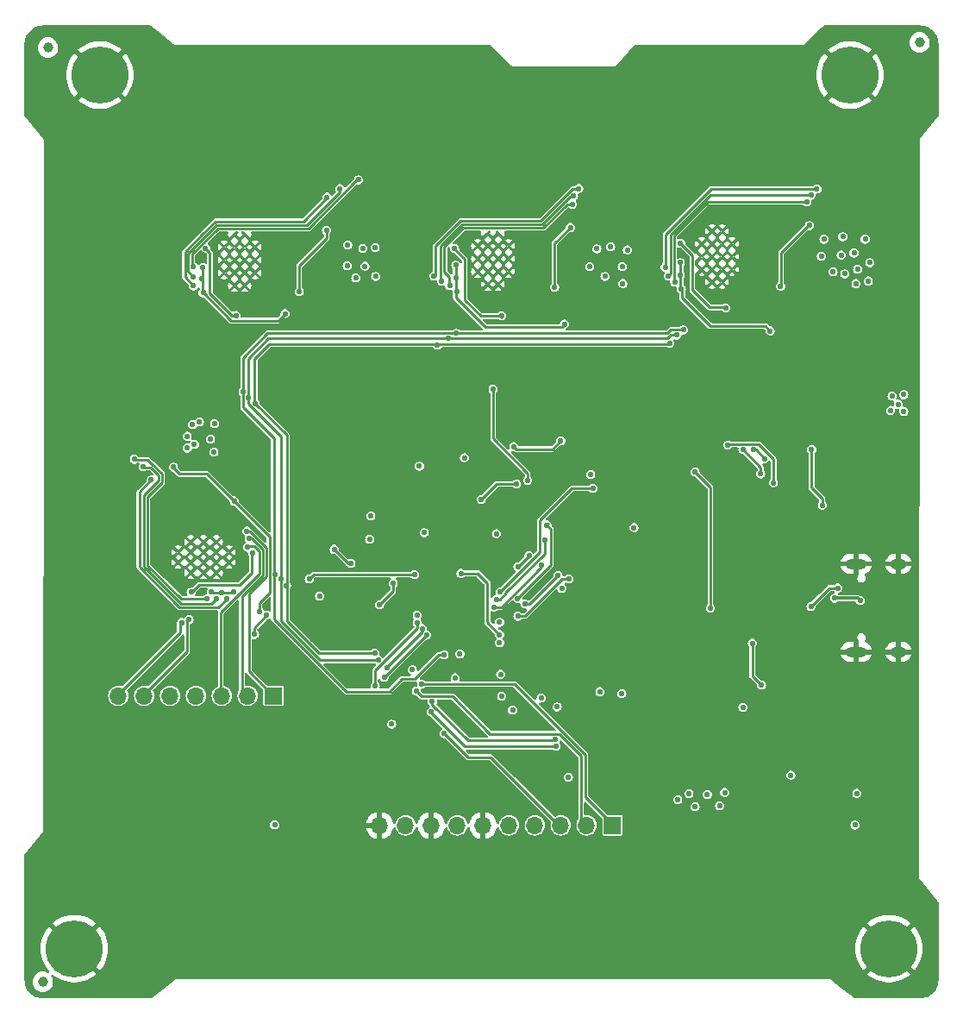
<source format=gbl>
%TF.GenerationSoftware,KiCad,Pcbnew,8.0.8*%
%TF.CreationDate,2025-03-29T22:08:22-04:00*%
%TF.ProjectId,motor_board,6d6f746f-725f-4626-9f61-72642e6b6963,idk*%
%TF.SameCoordinates,Original*%
%TF.FileFunction,Copper,L4,Bot*%
%TF.FilePolarity,Positive*%
%FSLAX46Y46*%
G04 Gerber Fmt 4.6, Leading zero omitted, Abs format (unit mm)*
G04 Created by KiCad (PCBNEW 8.0.8) date 2025-03-29 22:08:22*
%MOMM*%
%LPD*%
G01*
G04 APERTURE LIST*
%TA.AperFunction,ComponentPad*%
%ADD10C,5.600000*%
%TD*%
%TA.AperFunction,ComponentPad*%
%ADD11O,2.100000X1.000000*%
%TD*%
%TA.AperFunction,ComponentPad*%
%ADD12O,1.600000X1.000000*%
%TD*%
%TA.AperFunction,ComponentPad*%
%ADD13C,0.300000*%
%TD*%
%TA.AperFunction,ComponentPad*%
%ADD14R,1.700000X1.700000*%
%TD*%
%TA.AperFunction,ComponentPad*%
%ADD15O,1.700000X1.700000*%
%TD*%
%TA.AperFunction,ComponentPad*%
%ADD16C,0.600000*%
%TD*%
%TA.AperFunction,SMDPad,CuDef*%
%ADD17C,1.000000*%
%TD*%
%TA.AperFunction,ViaPad*%
%ADD18C,0.584200*%
%TD*%
%TA.AperFunction,ViaPad*%
%ADD19C,0.600000*%
%TD*%
%TA.AperFunction,Conductor*%
%ADD20C,0.234950*%
%TD*%
%TA.AperFunction,Conductor*%
%ADD21C,0.313400*%
%TD*%
%TA.AperFunction,Conductor*%
%ADD22C,0.279400*%
%TD*%
%TA.AperFunction,Conductor*%
%ADD23C,0.271780*%
%TD*%
G04 APERTURE END LIST*
D10*
X105946000Y-57564100D03*
X103426000Y-143294000D03*
X183426100Y-143294100D03*
X179606000Y-57564000D03*
D11*
X180235000Y-114170000D03*
D12*
X184375000Y-114170000D03*
D11*
X180235000Y-105530000D03*
D12*
X184375000Y-105530000D03*
D13*
X117366637Y-103383363D03*
X116116637Y-103383363D03*
X114866637Y-103383363D03*
X118616637Y-104383363D03*
X117366637Y-104383363D03*
X116116637Y-104383363D03*
X114866637Y-104383363D03*
X113616637Y-104383363D03*
X118616637Y-105383363D03*
X117366637Y-105383363D03*
X116116637Y-105383363D03*
X114866637Y-105383363D03*
X113616637Y-105383363D03*
X117366637Y-106383363D03*
X116116637Y-106383363D03*
X114866637Y-106383363D03*
D14*
X122996637Y-118483363D03*
D15*
X120456637Y-118483363D03*
X117916637Y-118483363D03*
X115376637Y-118483363D03*
X112836637Y-118483363D03*
X110296637Y-118483363D03*
X107756637Y-118483363D03*
D13*
X146047132Y-76826933D03*
X146047132Y-75576933D03*
X146047132Y-74326933D03*
X145047132Y-78076933D03*
X145047132Y-76826933D03*
X145047132Y-75576933D03*
X145047132Y-74326933D03*
X145047132Y-73076933D03*
X144047132Y-78076933D03*
X144047132Y-76826933D03*
X144047132Y-75576933D03*
X144047132Y-74326933D03*
X144047132Y-73076933D03*
X143047132Y-76826933D03*
X143047132Y-75576933D03*
X143047132Y-74326933D03*
X168047132Y-76626933D03*
X168047132Y-75376933D03*
X168047132Y-74126933D03*
X167047132Y-77876933D03*
X167047132Y-76626933D03*
X167047132Y-75376933D03*
X167047132Y-74126933D03*
X167047132Y-72876933D03*
X166047132Y-77876933D03*
X166047132Y-76626933D03*
X166047132Y-75376933D03*
X166047132Y-74126933D03*
X166047132Y-72876933D03*
X165047132Y-76626933D03*
X165047132Y-75376933D03*
X165047132Y-74126933D03*
X121172132Y-76951933D03*
X121172132Y-75701933D03*
X121172132Y-74451933D03*
X120172132Y-78201933D03*
X120172132Y-76951933D03*
X120172132Y-75701933D03*
X120172132Y-74451933D03*
X120172132Y-73201933D03*
X119172132Y-78201933D03*
X119172132Y-76951933D03*
X119172132Y-75701933D03*
X119172132Y-74451933D03*
X119172132Y-73201933D03*
X118172132Y-76951933D03*
X118172132Y-75701933D03*
X118172132Y-74451933D03*
D16*
X142277433Y-109290567D03*
X141144100Y-109290567D03*
X140010767Y-109290567D03*
X142277433Y-110423900D03*
X141144100Y-110423900D03*
X140010767Y-110423900D03*
X142277433Y-111557233D03*
X141144100Y-111557233D03*
X140010767Y-111557233D03*
D17*
X186436000Y-54356000D03*
X100838000Y-54864000D03*
X100330000Y-146558000D03*
D14*
X156282000Y-131200000D03*
D15*
X153742000Y-131200000D03*
X151202000Y-131200000D03*
X148662000Y-131200000D03*
X146122000Y-131200000D03*
X143582000Y-131200000D03*
X141042000Y-131200000D03*
X138502000Y-131200000D03*
X135962000Y-131200000D03*
X133422000Y-131200000D03*
D18*
X182594100Y-126973900D03*
D19*
X124866587Y-93048519D03*
X124866587Y-94438419D03*
D18*
X152219100Y-79848900D03*
X139594100Y-66973900D03*
X122922132Y-71248900D03*
X172994100Y-115673900D03*
X162897132Y-85276933D03*
X172997132Y-79326933D03*
X174944100Y-104423900D03*
X125113605Y-108511395D03*
X137598100Y-137011900D03*
X122947132Y-87101933D03*
X147294100Y-86973900D03*
X169344100Y-100073900D03*
X129694100Y-116673900D03*
X147524100Y-141383900D03*
X167308776Y-103488576D03*
X177794100Y-64473900D03*
X129700000Y-109400000D03*
X168094100Y-97973900D03*
X129819100Y-93223900D03*
X118922131Y-70970869D03*
X114894100Y-64173900D03*
X161494100Y-64473900D03*
X114847132Y-81726933D03*
X150044100Y-139973900D03*
X167794100Y-122573900D03*
X155994100Y-64673900D03*
X160294100Y-110973900D03*
X141694100Y-120773900D03*
X157494100Y-119973900D03*
X137904100Y-144063900D03*
X172094100Y-101823900D03*
X161894100Y-98973900D03*
X154794100Y-103173900D03*
X156194100Y-123073900D03*
X137994100Y-77073900D03*
X117847132Y-87026933D03*
X138794100Y-100373900D03*
X119222132Y-88101933D03*
X172703675Y-94621915D03*
X177694100Y-65673900D03*
X135894100Y-119673900D03*
X172569100Y-85948900D03*
X119659967Y-101966828D03*
X139214100Y-145453900D03*
X111424980Y-102062309D03*
X151494100Y-118273900D03*
X171300000Y-114700000D03*
X174394100Y-88698900D03*
X168344100Y-99823900D03*
X150494100Y-110173900D03*
X175644100Y-90223900D03*
X148044100Y-69548900D03*
X143666577Y-70365643D03*
X175700000Y-115750000D03*
X170447132Y-77126933D03*
X182394100Y-102673900D03*
X125263605Y-107686395D03*
X126744100Y-96073900D03*
X128594100Y-79873900D03*
X165344100Y-102823900D03*
X128544100Y-105798900D03*
X169794100Y-121973900D03*
X179694100Y-103973900D03*
X107563605Y-93386395D03*
X127790425Y-136820000D03*
X144294100Y-100373900D03*
X120594100Y-123873900D03*
X125213605Y-101086395D03*
X131519100Y-105648900D03*
X126800000Y-112900000D03*
X180994100Y-93673900D03*
X131194100Y-65973900D03*
X115747132Y-75226933D03*
X169997132Y-78276933D03*
X128621575Y-131138400D03*
X113694100Y-77473900D03*
X147200000Y-125700000D03*
X126894100Y-82073900D03*
X118072112Y-95733177D03*
X114794100Y-66773900D03*
X167594100Y-121373900D03*
X140744100Y-141348900D03*
X123347132Y-77201933D03*
X149144100Y-127623900D03*
X164044100Y-118723900D03*
X175500000Y-117600000D03*
X125938605Y-101936395D03*
X122194100Y-66073900D03*
X155594100Y-137673900D03*
X175194100Y-105673900D03*
X177144100Y-91923900D03*
X148019100Y-71198900D03*
X161197132Y-79626933D03*
X165822132Y-70558733D03*
X144094100Y-119873900D03*
X146894100Y-66473900D03*
X115684967Y-108391828D03*
X170536575Y-104031425D03*
X139494100Y-64773900D03*
X117749736Y-101214769D03*
X111427415Y-104109276D03*
X147794100Y-78823900D03*
X173097132Y-81676933D03*
X161494100Y-66173900D03*
X155694100Y-66373900D03*
X164719100Y-88173900D03*
X162972132Y-74913333D03*
X147894100Y-121373900D03*
X127381955Y-105107551D03*
X146969100Y-115348900D03*
X169597132Y-71251933D03*
X140794100Y-120673900D03*
X180994100Y-97873900D03*
X137119100Y-91498900D03*
X171600000Y-110900000D03*
X106324980Y-109962309D03*
X122349980Y-109737309D03*
X148394100Y-139573900D03*
X126938605Y-103186395D03*
X177432000Y-106562000D03*
X166344100Y-88823900D03*
X111442517Y-105609278D03*
X128200000Y-113790425D03*
X164594100Y-89573900D03*
X163844100Y-104173900D03*
X172544100Y-103423900D03*
X150694100Y-87373900D03*
X166397132Y-85426933D03*
X162094100Y-94873900D03*
X112524980Y-101262309D03*
X176544100Y-102773900D03*
X167694100Y-123973900D03*
X131094100Y-64473900D03*
X170522132Y-72101933D03*
X148065279Y-77052721D03*
X174572132Y-72176933D03*
X166294100Y-118973900D03*
X164994100Y-124148900D03*
X133550000Y-113600000D03*
X107524980Y-109962309D03*
X164794100Y-119473900D03*
X129500000Y-136800000D03*
X133794100Y-111673900D03*
X150094100Y-141773900D03*
X169576700Y-125200900D03*
X121946968Y-122903032D03*
X120422132Y-70979965D03*
X106563605Y-93286395D03*
X142594100Y-128073900D03*
X158344100Y-85873900D03*
X149569100Y-70048900D03*
X143394100Y-86173900D03*
X122694100Y-69673900D03*
X158994100Y-109773900D03*
X141794100Y-100423900D03*
X131772132Y-87726933D03*
X180047132Y-84176933D03*
X140317426Y-75297392D03*
X150794100Y-117273900D03*
X152144100Y-80823900D03*
X145116577Y-70365643D03*
X123022132Y-79051933D03*
X139819100Y-87323900D03*
X160547132Y-76626933D03*
X175694100Y-84073900D03*
X167297132Y-70558733D03*
X152694100Y-109973900D03*
X151094100Y-115873900D03*
X137794100Y-102473900D03*
X132544100Y-100848900D03*
X145194100Y-111273900D03*
X158394100Y-101973900D03*
X154144100Y-96773900D03*
X150844100Y-119573900D03*
X140834525Y-116717233D03*
X149269100Y-118698900D03*
X134594100Y-121273900D03*
X146584000Y-94034000D03*
X144894100Y-102573900D03*
X145194100Y-113273900D03*
X137319100Y-95948900D03*
X134750000Y-107450000D03*
X155044100Y-118073900D03*
X151200000Y-93450000D03*
X157194100Y-118273900D03*
X127516637Y-108683363D03*
X151944100Y-126473900D03*
X146469100Y-119898900D03*
X133406600Y-109561400D03*
X151294100Y-107923900D03*
X169094046Y-119612900D03*
X136631050Y-115936950D03*
X145294100Y-116373900D03*
X141744100Y-95123900D03*
X123100000Y-131141400D03*
X145394100Y-118523900D03*
X132419100Y-103123900D03*
X137100000Y-111314325D03*
X132979424Y-117509224D03*
X134119100Y-115723900D03*
X137610324Y-111889676D03*
X117136375Y-94575914D03*
X178747132Y-75226933D03*
X176797132Y-75326933D03*
X157244100Y-76373900D03*
X184894100Y-88923900D03*
X177947132Y-76876933D03*
X157744100Y-74723900D03*
X155544100Y-77323900D03*
X130222132Y-76276933D03*
X173794100Y-126273900D03*
X181397132Y-77776933D03*
X167294100Y-127973900D03*
X131972132Y-76326933D03*
X132972132Y-74476933D03*
X180347132Y-76626933D03*
X180197132Y-78026933D03*
X154744100Y-74623900D03*
X184894100Y-90573900D03*
X114520724Y-93011782D03*
X179097132Y-77076933D03*
X154044100Y-76373900D03*
X180094100Y-131173900D03*
X115220724Y-93811782D03*
X183744100Y-89073900D03*
X179997132Y-75026933D03*
X165594100Y-128173900D03*
X115048592Y-91865914D03*
X184344100Y-89873900D03*
X178897132Y-73426933D03*
X183594100Y-90473900D03*
X156094100Y-74423900D03*
X163794100Y-128073900D03*
X181547132Y-75976933D03*
X177047132Y-73676933D03*
X116800000Y-93300000D03*
X181097132Y-73676933D03*
X166794100Y-129273900D03*
X115720724Y-91586782D03*
X114523592Y-94165914D03*
X117200000Y-91786782D03*
X157294100Y-78023900D03*
X180280700Y-128060500D03*
X162694100Y-128673900D03*
X164394100Y-129373900D03*
X130272132Y-74226933D03*
X131072132Y-77476933D03*
X131772132Y-74576933D03*
X133022132Y-77326933D03*
X178100000Y-108900000D03*
X180616000Y-109136000D03*
X170019100Y-113323900D03*
X170921710Y-117440012D03*
X175844100Y-94323900D03*
X176894100Y-99773900D03*
X175772000Y-109702000D03*
X178390000Y-107910000D03*
X167416300Y-80407765D03*
X162969100Y-74073900D03*
X141294100Y-114373900D03*
X137094100Y-110573900D03*
X141394100Y-106473900D03*
X145194100Y-112473900D03*
X150691754Y-122765244D03*
X138584525Y-119073900D03*
X138494100Y-120073900D03*
X150719100Y-123448900D03*
X133854424Y-116634224D03*
X138018200Y-112500000D03*
X145258501Y-108267989D03*
X154344100Y-98123900D03*
X164394100Y-96523900D03*
X165894100Y-109873900D03*
X146952075Y-108915925D03*
X149844100Y-101723900D03*
X150945327Y-106675127D03*
X147694100Y-109473900D03*
X144644100Y-109773900D03*
X149344100Y-105623900D03*
X144894100Y-109023900D03*
X149644100Y-103223900D03*
X151994100Y-107023900D03*
X146994100Y-110673900D03*
X170831599Y-96711399D03*
X169094100Y-94323900D03*
X172094100Y-97573900D03*
X167594100Y-93873900D03*
X170094100Y-94323900D03*
X171219100Y-95198900D03*
X175622132Y-72326933D03*
X172797132Y-78276933D03*
X140779424Y-74588576D03*
X145394100Y-81173900D03*
X150594100Y-78373900D03*
X152144100Y-72523900D03*
X119322132Y-81151933D03*
X116323966Y-74550099D03*
X128197132Y-72801933D03*
X125522132Y-78826933D03*
X120924980Y-104462309D03*
X114909967Y-108316828D03*
X137520834Y-117350000D03*
X137011259Y-118025995D03*
X139761754Y-122188246D03*
X140994100Y-78823900D03*
X140894100Y-77423900D03*
X140894100Y-76223900D03*
X151569100Y-81998900D03*
X121197132Y-89801933D03*
X132950000Y-114300000D03*
X161897132Y-83876933D03*
X139094100Y-84073900D03*
X124263605Y-107650489D03*
X146850000Y-97700000D03*
X143400000Y-99200000D03*
X148083774Y-104722068D03*
X146985233Y-105820608D03*
X163247132Y-82576933D03*
X123100000Y-106567964D03*
X139750000Y-114450000D03*
X140944100Y-82914325D03*
X119997132Y-88651933D03*
X120547132Y-89251933D03*
X123704030Y-107041289D03*
X162597132Y-83076933D03*
X133273676Y-114973676D03*
X140200000Y-83423900D03*
X113963605Y-111286395D03*
X114700000Y-111000000D03*
X120593845Y-103056154D03*
X120470487Y-103907816D03*
X136850000Y-106600000D03*
X121124980Y-112462309D03*
X122324980Y-110562309D03*
X126494166Y-107013950D03*
X147950000Y-97350000D03*
X144550000Y-88400000D03*
X128950000Y-104105475D03*
X130600000Y-105500000D03*
X120376497Y-102313826D03*
X162397132Y-77876933D03*
X175372132Y-70026933D03*
X175772132Y-69326933D03*
X161787557Y-77276933D03*
X161452607Y-76405985D03*
X176347132Y-68751933D03*
X152469100Y-69423900D03*
X139494100Y-77798900D03*
X152344100Y-70248900D03*
X140294100Y-78223900D03*
X138744100Y-77273900D03*
X152969100Y-68698900D03*
X115137300Y-77334296D03*
X129497132Y-68711308D03*
X115137300Y-76401652D03*
X131341332Y-67846133D03*
X128247132Y-69551933D03*
X115137301Y-78257412D03*
X117359967Y-108916828D03*
X110200142Y-96012309D03*
X109334967Y-95262309D03*
X116473592Y-108940914D03*
X118369542Y-108982253D03*
X110982149Y-97309491D03*
X113154080Y-96037309D03*
X119134967Y-99366828D03*
X121624980Y-110262309D03*
X162947132Y-75976933D03*
X163047132Y-78576933D03*
X162947132Y-77176933D03*
X171769100Y-82673900D03*
X116073648Y-78926934D03*
X124122132Y-80976933D03*
X115973648Y-77526934D03*
X116060181Y-76442358D03*
X117898592Y-108340914D03*
X119084967Y-108291828D03*
X116873592Y-108290914D03*
D20*
X146584000Y-94034000D02*
X146823900Y-94273900D01*
X134750000Y-108218000D02*
X133406600Y-109561400D01*
X146823900Y-94273900D02*
X150376100Y-94273900D01*
X150376100Y-94273900D02*
X151200000Y-93450000D01*
X134750000Y-107450000D02*
X134750000Y-108218000D01*
X132979424Y-115988576D02*
X132979424Y-117509224D01*
X137100000Y-111868000D02*
X132979424Y-115988576D01*
X137100000Y-111314325D02*
X137100000Y-111868000D01*
X134119100Y-115723900D02*
X134119100Y-115648900D01*
X137610324Y-111889676D02*
X137610324Y-112157676D01*
X137610324Y-112157676D02*
X137519100Y-112248900D01*
X134119100Y-115648900D02*
X137594100Y-112173900D01*
D21*
X180380000Y-108900000D02*
X180616000Y-109136000D01*
X178100000Y-108900000D02*
X180380000Y-108900000D01*
D22*
X170019100Y-116537402D02*
X170019100Y-113323900D01*
X170921710Y-117440012D02*
X170019100Y-116537402D01*
D23*
X175844100Y-98073900D02*
X175844100Y-94323900D01*
X176894100Y-99773900D02*
X176894100Y-99123900D01*
X176894100Y-99123900D02*
X175844100Y-98073900D01*
X178390000Y-107910000D02*
X177564000Y-107910000D01*
X177564000Y-107910000D02*
X175772000Y-109702000D01*
D20*
X165824932Y-80379732D02*
X167438268Y-80379732D01*
X162969100Y-74073900D02*
X164119100Y-75223900D01*
X164119100Y-78673900D02*
X165824932Y-80379732D01*
X164119100Y-75223900D02*
X164119100Y-78673900D01*
D22*
X145194100Y-112473900D02*
X144000000Y-111279800D01*
X143073900Y-106473900D02*
X141394100Y-106473900D01*
X144000000Y-107400000D02*
X143073900Y-106473900D01*
X144000000Y-111279800D02*
X144000000Y-107400000D01*
D23*
X142094100Y-122873900D02*
X150583098Y-122873900D01*
X150583098Y-122873900D02*
X150691754Y-122765244D01*
X138584525Y-119073900D02*
X138584525Y-119364325D01*
X138584525Y-119364325D02*
X142094100Y-122873900D01*
X138494100Y-120173900D02*
X141769100Y-123448900D01*
X138494100Y-120073900D02*
X138494100Y-120173900D01*
X141769100Y-123448900D02*
X150719100Y-123448900D01*
D20*
X138018200Y-112549800D02*
X138018200Y-112500000D01*
X133854424Y-116634224D02*
X133933776Y-116634224D01*
X133933776Y-116634224D02*
X138018200Y-112549800D01*
X149134525Y-101283475D02*
X149719100Y-100698900D01*
X149134525Y-103434973D02*
X149134525Y-101283475D01*
X149144100Y-104382390D02*
X149144100Y-103444548D01*
X145258501Y-108267989D02*
X149144100Y-104382390D01*
X149144100Y-103444548D02*
X149134525Y-103434973D01*
X152294100Y-98123900D02*
X154344100Y-98123900D01*
X149719100Y-100698900D02*
X152294100Y-98123900D01*
X165894100Y-98023900D02*
X165894100Y-109873900D01*
X164394100Y-96523900D02*
X165894100Y-98023900D01*
X150244100Y-105623900D02*
X146952075Y-108915925D01*
X149844100Y-101723900D02*
X149944100Y-101623900D01*
X149844100Y-101723900D02*
X150244100Y-102123900D01*
X150244100Y-102123900D02*
X150244100Y-105623900D01*
X148144100Y-109473900D02*
X147694100Y-109473900D01*
X150945327Y-106675127D02*
X150942873Y-106675127D01*
X150942873Y-106675127D02*
X148144100Y-109473900D01*
X145373452Y-109773900D02*
X149344100Y-105803252D01*
X149344100Y-105803252D02*
X149344100Y-105623900D01*
X144644100Y-109773900D02*
X145373452Y-109773900D01*
X149644100Y-103223900D02*
X149644100Y-104523900D01*
X145768076Y-108399924D02*
X145768076Y-108479062D01*
X145223238Y-109023900D02*
X144894100Y-109023900D01*
X149644100Y-104523900D02*
X145768076Y-108399924D01*
X149644100Y-103223900D02*
X149744100Y-103323900D01*
X145768076Y-108479062D02*
X145223238Y-109023900D01*
X147667202Y-110673900D02*
X151317202Y-107023900D01*
X151317202Y-107023900D02*
X151994100Y-107023900D01*
X146994100Y-110673900D02*
X147667202Y-110673900D01*
D23*
X170831599Y-96711399D02*
X170831599Y-96061399D01*
X170831599Y-96061399D02*
X169094100Y-94323900D01*
X170631249Y-93795910D02*
X167672090Y-93795910D01*
X172094100Y-95258761D02*
X170631249Y-93795910D01*
X172094100Y-97573900D02*
X172094100Y-95258761D01*
X167672090Y-93795910D02*
X167594100Y-93873900D01*
X170344100Y-94323900D02*
X171219100Y-95198900D01*
D20*
X172819100Y-75008475D02*
X175519100Y-72308475D01*
X172819100Y-78248900D02*
X172819100Y-75008475D01*
X145230173Y-81214325D02*
X143359525Y-81214325D01*
X141769100Y-79623900D02*
X141769100Y-75632604D01*
X145380173Y-81364325D02*
X145230173Y-81214325D01*
X141769100Y-75632604D02*
X140700821Y-74564325D01*
X140700821Y-74564325D02*
X140630173Y-74564325D01*
X143359525Y-81214325D02*
X141769100Y-79623900D01*
X152144100Y-72523900D02*
X150580173Y-74087827D01*
X150580173Y-74087827D02*
X150580173Y-78414325D01*
X116744100Y-74970233D02*
X116744100Y-78954770D01*
X118941263Y-81151933D02*
X119322132Y-81151933D01*
X116744100Y-78954770D02*
X118941263Y-81151933D01*
X116323966Y-74550099D02*
X116744100Y-74970233D01*
X128197132Y-72801933D02*
X128197132Y-73601933D01*
X128197132Y-73601933D02*
X125522132Y-76276933D01*
X125522132Y-76276933D02*
X125522132Y-78826933D01*
X120890425Y-106405247D02*
X119695672Y-107600000D01*
X115670672Y-107600000D02*
X114909950Y-108360722D01*
X120890425Y-104330247D02*
X120890425Y-106405247D01*
X119695672Y-107600000D02*
X115670672Y-107600000D01*
X137520834Y-117350000D02*
X146695976Y-117350000D01*
D23*
X153600000Y-128400000D02*
X156341000Y-131141000D01*
X156341000Y-131141000D02*
X156308100Y-131173900D01*
X146719876Y-117373900D02*
X146822988Y-117477012D01*
X146822988Y-117477012D02*
X153600000Y-124254024D01*
X153600000Y-124254024D02*
X153600000Y-128400000D01*
D20*
X146695976Y-117350000D02*
X146822988Y-117477012D01*
D23*
X151057454Y-122237254D02*
X153200000Y-124379800D01*
X153200000Y-124379800D02*
X153200000Y-130658000D01*
X153200000Y-130658000D02*
X153742000Y-131200000D01*
X137011259Y-118025995D02*
X137531174Y-118545910D01*
X140566110Y-118545910D02*
X144257454Y-122237254D01*
X144257454Y-122237254D02*
X151057454Y-122237254D01*
X137531174Y-118545910D02*
X140566110Y-118545910D01*
X151000000Y-131200000D02*
X151202000Y-131200000D01*
D20*
X142073508Y-124500000D02*
X139761754Y-122188246D01*
X142450000Y-124500000D02*
X142073508Y-124500000D01*
D23*
X142450000Y-124500000D02*
X144300000Y-124500000D01*
X144300000Y-124500000D02*
X151000000Y-131200000D01*
X142173509Y-124500000D02*
X142450000Y-124500000D01*
D22*
X140880173Y-78764325D02*
X140980173Y-78864325D01*
D20*
X143769100Y-82273900D02*
X140880173Y-79384973D01*
D22*
X140880173Y-76264325D02*
X140880173Y-77464325D01*
D20*
X151555173Y-82039325D02*
X151320598Y-82273900D01*
D22*
X140880173Y-78514325D02*
X140880173Y-78764325D01*
D20*
X151320598Y-82273900D02*
X143769100Y-82273900D01*
D22*
X140880173Y-77464325D02*
X140880173Y-78514325D01*
D20*
X140880173Y-79384973D02*
X140880173Y-78514325D01*
X124300000Y-111120648D02*
X124300000Y-92904801D01*
X122541067Y-84001933D02*
X161772132Y-84001933D01*
X132950000Y-114300000D02*
X127479352Y-114300000D01*
X121144100Y-89748901D02*
X121197132Y-89801933D01*
X127479352Y-114300000D02*
X124300000Y-111120648D01*
X161772132Y-84001933D02*
X161897132Y-83876933D01*
X121144100Y-85398900D02*
X121144100Y-89748901D01*
X124300000Y-92904801D02*
X121197132Y-89801933D01*
X121172132Y-89826933D02*
X121197132Y-89801933D01*
X121144100Y-85398900D02*
X122541067Y-84001933D01*
X144900000Y-97700000D02*
X143400000Y-99200000D01*
X146850000Y-97700000D02*
X144900000Y-97700000D01*
X148083773Y-104722068D02*
X148083774Y-104722068D01*
X146985233Y-105820608D02*
X148083773Y-104722068D01*
X163247132Y-82576933D02*
X163209524Y-82539325D01*
X136859575Y-116840425D02*
X139250000Y-114450000D01*
X122378675Y-82914325D02*
X119997132Y-85295868D01*
X139250000Y-114450000D02*
X139750000Y-114450000D01*
X163209524Y-82539325D02*
X162034337Y-82539325D01*
X161659337Y-82914325D02*
X140944100Y-82914325D01*
X119997132Y-88651933D02*
X119997132Y-90197132D01*
X134376100Y-118073900D02*
X135609575Y-116840425D01*
X140944100Y-82914325D02*
X122378675Y-82914325D01*
X162034337Y-82539325D02*
X161659337Y-82914325D01*
X135609575Y-116840425D02*
X136859575Y-116840425D01*
X163269100Y-82548900D02*
X163259525Y-82539325D01*
X119997132Y-90197132D02*
X123013605Y-93213605D01*
X123013605Y-110961195D02*
X130126310Y-118073900D01*
X123013605Y-93213605D02*
X123013605Y-110961195D01*
X130126310Y-118073900D02*
X134376100Y-118073900D01*
X119997132Y-85295868D02*
X119997132Y-88651933D01*
X123700000Y-93025449D02*
X123700000Y-107037259D01*
X161623452Y-83423900D02*
X161998452Y-83048900D01*
X123700000Y-107037259D02*
X123704030Y-107041289D01*
X122476474Y-83423900D02*
X120519100Y-85381274D01*
X120519100Y-89844549D02*
X123700000Y-93025449D01*
X140200000Y-83423900D02*
X161623452Y-83423900D01*
X120519100Y-88900000D02*
X120519100Y-89844549D01*
X161998452Y-83048900D02*
X162619100Y-83048900D01*
X120519100Y-88900000D02*
X120519100Y-89223901D01*
X127526100Y-115000000D02*
X133268000Y-115000000D01*
X123704030Y-107074563D02*
X123704030Y-111177930D01*
X120519100Y-89223901D02*
X120547132Y-89251933D01*
X123704030Y-111177930D02*
X127526100Y-115000000D01*
X140200000Y-83423900D02*
X122476474Y-83423900D01*
X120519100Y-85381274D02*
X120519100Y-88900000D01*
D23*
X113803032Y-111305247D02*
X113803032Y-112272640D01*
X113803032Y-112272640D02*
X107670425Y-118405247D01*
X114452165Y-111043507D02*
X114500000Y-111091342D01*
X114500000Y-111091342D02*
X114500000Y-114115672D01*
X114500000Y-114115672D02*
X110210425Y-118405247D01*
D20*
X121920525Y-104094215D02*
X120882464Y-103056154D01*
X121920525Y-106658992D02*
X121920525Y-104094215D01*
X120370425Y-118405247D02*
X119890425Y-117925247D01*
X119890425Y-108689092D02*
X121920525Y-106658992D01*
X120882464Y-103056154D02*
X120593845Y-103056154D01*
X119890425Y-117925247D02*
X119890425Y-108689092D01*
X120586686Y-103800000D02*
X121100000Y-103800000D01*
X121576074Y-104276074D02*
X121576074Y-106529752D01*
X120435932Y-103950754D02*
X120586686Y-103800000D01*
X117830425Y-110275401D02*
X117830425Y-118405247D01*
X121576074Y-106529752D02*
X117830425Y-110275401D01*
X121100000Y-103800000D02*
X121576074Y-104276074D01*
X126494166Y-107013950D02*
X126908116Y-106600000D01*
D23*
X121090425Y-112505247D02*
X121090425Y-111805247D01*
X121090425Y-111805247D02*
X122290425Y-110605247D01*
D20*
X126908116Y-106600000D02*
X136850000Y-106600000D01*
X147950000Y-97350000D02*
X147950000Y-96650448D01*
X144550000Y-93250448D02*
X144550000Y-88400000D01*
X147950000Y-96650448D02*
X144550000Y-93250448D01*
X130600000Y-105500000D02*
X130344525Y-105500000D01*
X122255475Y-103955475D02*
X122255475Y-106797732D01*
X120580850Y-116075672D02*
X122910425Y-118405247D01*
X130344525Y-105500000D02*
X128950000Y-104105475D01*
X120341942Y-102356764D02*
X120656764Y-102356764D01*
X122255475Y-106797732D02*
X120580850Y-108472357D01*
X120656764Y-102356764D02*
X122255475Y-103955475D01*
X130600000Y-105500000D02*
X130600000Y-105350000D01*
X120580850Y-108472357D02*
X120580850Y-116075672D01*
X162319100Y-77748900D02*
X162419100Y-77848900D01*
X165633027Y-70021125D02*
X162319100Y-73335052D01*
X175394100Y-69998900D02*
X175371875Y-70021125D01*
X175371875Y-70021125D02*
X165633027Y-70021125D01*
X162319100Y-73335052D02*
X162319100Y-77748900D01*
X161984150Y-77074275D02*
X161984150Y-73196311D01*
X169394100Y-69298900D02*
X175794100Y-69298900D01*
X165881561Y-69298900D02*
X169394100Y-69298900D01*
X161984150Y-73196311D02*
X165881561Y-69298900D01*
X161809525Y-77248900D02*
X161984150Y-77074275D01*
X165982870Y-68723900D02*
X176369100Y-68723900D01*
X161469100Y-73237670D02*
X165982870Y-68723900D01*
X161469100Y-76372477D02*
X161469100Y-73237670D01*
X161474575Y-76377952D02*
X161469100Y-76372477D01*
X152455173Y-69464325D02*
X152134525Y-69464325D01*
X152134525Y-69464325D02*
X149365000Y-72233850D01*
X149365000Y-72233850D02*
X141486957Y-72233850D01*
X139430547Y-77564699D02*
X139605173Y-77739325D01*
X141486957Y-72233850D02*
X139430547Y-74290260D01*
X139430547Y-74290260D02*
X139430547Y-77564699D01*
X149503740Y-72568800D02*
X141625698Y-72568800D01*
X141625698Y-72568800D02*
X139765497Y-74429001D01*
X139765497Y-76899649D02*
X140280173Y-77414325D01*
X140280173Y-77414325D02*
X140280173Y-78264325D01*
X151823640Y-70248900D02*
X149503740Y-72568800D01*
X152344100Y-70248900D02*
X151823640Y-70248900D01*
X139765497Y-74429001D02*
X139765497Y-76899649D01*
X152385834Y-68739325D02*
X149226259Y-71898900D01*
X141348216Y-71898900D02*
X138920972Y-74326144D01*
X152955173Y-68739325D02*
X152385834Y-68739325D01*
X138920972Y-74326144D02*
X138920972Y-77314325D01*
X149226259Y-71898900D02*
X141348216Y-71898900D01*
X114627725Y-75052001D02*
X117420876Y-72258850D01*
X115137300Y-77334296D02*
X114627725Y-76824721D01*
X129497132Y-69072443D02*
X129497132Y-68711308D01*
X114627725Y-76824721D02*
X114627725Y-75052001D01*
X117420876Y-72258850D02*
X126310725Y-72258850D01*
X126310725Y-72258850D02*
X129497132Y-69072443D01*
X131341332Y-67846133D02*
X131197132Y-67846133D01*
X115022132Y-76286484D02*
X115137300Y-76401652D01*
X126449465Y-72593800D02*
X117559617Y-72593800D01*
X131197132Y-67846133D02*
X126449465Y-72593800D01*
X117559617Y-72593800D02*
X115022132Y-75131285D01*
X115022132Y-75131285D02*
X115022132Y-76286484D01*
X116044100Y-73161936D02*
X114292775Y-74913261D01*
X128247132Y-69551933D02*
X128247132Y-69601933D01*
X114292775Y-77412886D02*
X115137301Y-78257412D01*
X128247132Y-69601933D02*
X125925165Y-71923900D01*
X125925165Y-71923900D02*
X117282135Y-71923900D01*
X117282135Y-71923900D02*
X116044100Y-73161936D01*
X114292775Y-74913261D02*
X114292775Y-77412886D01*
X110165587Y-96055247D02*
X110921060Y-96055247D01*
X116850375Y-109470297D02*
X117359950Y-108960722D01*
X110290425Y-98805247D02*
X110290425Y-105841197D01*
X111700000Y-97395672D02*
X110290425Y-98805247D01*
X110921060Y-96055247D02*
X111700000Y-96834187D01*
X110290425Y-105841197D02*
X113919525Y-109470297D01*
X111700000Y-96834187D02*
X111700000Y-97395672D01*
X113919525Y-109470297D02*
X116850375Y-109470297D01*
X113882684Y-108959766D02*
X116400412Y-108959766D01*
X112034950Y-96695446D02*
X112034950Y-97560722D01*
X110625375Y-105702457D02*
X113882684Y-108959766D01*
X111059801Y-95720297D02*
X112034950Y-96695446D01*
X109300412Y-95305247D02*
X110644750Y-95305247D01*
X110644750Y-95305247D02*
X111059801Y-95720297D01*
X112034950Y-97560722D02*
X110625375Y-98970297D01*
X110625375Y-98970297D02*
X110625375Y-105702457D01*
X113780784Y-109805247D02*
X117590425Y-109805247D01*
X110982149Y-97317874D02*
X110982149Y-97309491D01*
X109815425Y-105839888D02*
X113780784Y-109805247D01*
X117590425Y-109805247D02*
X118369525Y-109026147D01*
X110947594Y-97352429D02*
X110982149Y-97317874D01*
X109815425Y-98476215D02*
X109815425Y-105839888D01*
X110982149Y-97309491D02*
X109815425Y-98476215D01*
X121590425Y-109355247D02*
X121590425Y-110305247D01*
X113750000Y-96710722D02*
X116434950Y-96710722D01*
X113119525Y-96080247D02*
X113750000Y-96710722D01*
X113254475Y-96080247D02*
X113119525Y-96080247D01*
X113309950Y-96135722D02*
X113254475Y-96080247D01*
X122590425Y-108355247D02*
X121590425Y-109355247D01*
X122590425Y-102866197D02*
X122590425Y-108355247D01*
X116434950Y-96710722D02*
X122590425Y-102866197D01*
X171194100Y-82198900D02*
X171294100Y-82198900D01*
D22*
X165919100Y-82198900D02*
X163119100Y-79398900D01*
X171194100Y-82198900D02*
X165919100Y-82198900D01*
D20*
X171294100Y-82198900D02*
X171769100Y-82673900D01*
D22*
X162969100Y-78448900D02*
X163069100Y-78548900D01*
X163069100Y-78548900D02*
X163119100Y-78598900D01*
X163119100Y-78598900D02*
X163119100Y-79398900D01*
X162969100Y-77148900D02*
X162969100Y-78448900D01*
X162969100Y-75948900D02*
X162969100Y-77148900D01*
X116060181Y-76442358D02*
X116060181Y-78913467D01*
D20*
X123437557Y-81661508D02*
X118808222Y-81661508D01*
X118808222Y-81661508D02*
X116073648Y-78926934D01*
X124122132Y-80976933D02*
X123437557Y-81661508D01*
D22*
X116060181Y-78913467D02*
X116073648Y-78926934D01*
D20*
X116859950Y-108335722D02*
X116834950Y-108310722D01*
X119084950Y-108335722D02*
X116859950Y-108335722D01*
%TA.AperFunction,Conductor*%
G36*
X140462332Y-118853985D02*
G01*
X140482974Y-118870619D01*
X143986184Y-122373829D01*
X144019669Y-122435152D01*
X144014685Y-122504844D01*
X143972813Y-122560777D01*
X143907349Y-122585194D01*
X143898503Y-122585510D01*
X142264917Y-122585510D01*
X142197878Y-122565825D01*
X142177236Y-122549191D01*
X139017750Y-119389705D01*
X138984265Y-119328382D01*
X138989249Y-119258690D01*
X138992621Y-119250548D01*
X139015502Y-119200446D01*
X139033697Y-119073900D01*
X139019613Y-118975946D01*
X139029556Y-118906789D01*
X139075311Y-118853985D01*
X139142351Y-118834300D01*
X140395293Y-118834300D01*
X140462332Y-118853985D01*
G37*
%TD.AperFunction*%
%TA.AperFunction,Conductor*%
G36*
X146573783Y-117639660D02*
G01*
X146594425Y-117656294D01*
X150675314Y-121737183D01*
X150708799Y-121798506D01*
X150703815Y-121868198D01*
X150661943Y-121924131D01*
X150596479Y-121948548D01*
X150587633Y-121948864D01*
X144428271Y-121948864D01*
X144361232Y-121929179D01*
X144340590Y-121912545D01*
X142326945Y-119898900D01*
X146019928Y-119898900D01*
X146038122Y-120025444D01*
X146038123Y-120025446D01*
X146083015Y-120123749D01*
X146091232Y-120141741D01*
X146174955Y-120238362D01*
X146282507Y-120307481D01*
X146282509Y-120307481D01*
X146282510Y-120307482D01*
X146405174Y-120343500D01*
X146405176Y-120343500D01*
X146533025Y-120343500D01*
X146624163Y-120316739D01*
X146655693Y-120307481D01*
X146763245Y-120238362D01*
X146846968Y-120141741D01*
X146900077Y-120025446D01*
X146918272Y-119898900D01*
X146900077Y-119772354D01*
X146846968Y-119656059D01*
X146763245Y-119559438D01*
X146655693Y-119490319D01*
X146655691Y-119490318D01*
X146655689Y-119490317D01*
X146533026Y-119454300D01*
X146533024Y-119454300D01*
X146405176Y-119454300D01*
X146405174Y-119454300D01*
X146282510Y-119490317D01*
X146174956Y-119559437D01*
X146091232Y-119656058D01*
X146091231Y-119656060D01*
X146038123Y-119772353D01*
X146038122Y-119772355D01*
X146019928Y-119898900D01*
X142326945Y-119898900D01*
X140951945Y-118523900D01*
X144944928Y-118523900D01*
X144963122Y-118650444D01*
X144963123Y-118650446D01*
X144994201Y-118718500D01*
X145016232Y-118766741D01*
X145099955Y-118863362D01*
X145207507Y-118932481D01*
X145207509Y-118932481D01*
X145207510Y-118932482D01*
X145330174Y-118968500D01*
X145330176Y-118968500D01*
X145458025Y-118968500D01*
X145549163Y-118941739D01*
X145580693Y-118932481D01*
X145688245Y-118863362D01*
X145771968Y-118766741D01*
X145825077Y-118650446D01*
X145843272Y-118523900D01*
X145825077Y-118397354D01*
X145771968Y-118281059D01*
X145688245Y-118184438D01*
X145580693Y-118115319D01*
X145580691Y-118115318D01*
X145580689Y-118115317D01*
X145458026Y-118079300D01*
X145458024Y-118079300D01*
X145330176Y-118079300D01*
X145330174Y-118079300D01*
X145207510Y-118115317D01*
X145099956Y-118184437D01*
X145016232Y-118281058D01*
X145016231Y-118281060D01*
X144963123Y-118397353D01*
X144963122Y-118397355D01*
X144944928Y-118523900D01*
X140951945Y-118523900D01*
X140803950Y-118375905D01*
X140803948Y-118375902D01*
X140743187Y-118315141D01*
X140743186Y-118315140D01*
X140677425Y-118277173D01*
X140677424Y-118277172D01*
X140677423Y-118277172D01*
X140661925Y-118273019D01*
X140661924Y-118273019D01*
X140604077Y-118257519D01*
X140528143Y-118257519D01*
X140520547Y-118257519D01*
X140520531Y-118257520D01*
X137701991Y-118257520D01*
X137634952Y-118237835D01*
X137614310Y-118221201D01*
X137496554Y-118103445D01*
X137463069Y-118042122D01*
X137461497Y-118033411D01*
X137447527Y-117936247D01*
X137457471Y-117867088D01*
X137503226Y-117814285D01*
X137570265Y-117794600D01*
X137584759Y-117794600D01*
X137698865Y-117761095D01*
X137707427Y-117758581D01*
X137814979Y-117689462D01*
X137838107Y-117662771D01*
X137896886Y-117624997D01*
X137931819Y-117619975D01*
X146506744Y-117619975D01*
X146573783Y-117639660D01*
G37*
%TD.AperFunction*%
%TA.AperFunction,Conductor*%
G36*
X132952540Y-115289660D02*
G01*
X132979210Y-115312768D01*
X132979528Y-115313136D01*
X132979529Y-115313136D01*
X132979531Y-115313138D01*
X133028774Y-115344784D01*
X133074529Y-115397588D01*
X133084473Y-115466746D01*
X133055448Y-115530302D01*
X133049416Y-115536781D01*
X132826496Y-115759702D01*
X132750551Y-115835646D01*
X132750550Y-115835647D01*
X132709449Y-115934873D01*
X132709449Y-117095618D01*
X132689764Y-117162657D01*
X132679162Y-117176821D01*
X132601556Y-117266382D01*
X132601555Y-117266384D01*
X132548447Y-117382677D01*
X132548446Y-117382679D01*
X132530252Y-117509224D01*
X132548446Y-117635768D01*
X132550946Y-117644281D01*
X132547507Y-117645290D01*
X132555037Y-117697530D01*
X132526034Y-117761095D01*
X132467269Y-117798890D01*
X132432293Y-117803925D01*
X130289500Y-117803925D01*
X130222461Y-117784240D01*
X130201819Y-117767606D01*
X127915869Y-115481656D01*
X127882384Y-115420333D01*
X127887368Y-115350641D01*
X127929240Y-115294708D01*
X127994704Y-115270291D01*
X128003550Y-115269975D01*
X132885501Y-115269975D01*
X132952540Y-115289660D01*
G37*
%TD.AperFunction*%
%TA.AperFunction,Conductor*%
G36*
X122662964Y-108767024D02*
G01*
X122718897Y-108808896D01*
X122743314Y-108874360D01*
X122743630Y-108883206D01*
X122743630Y-110075773D01*
X122723945Y-110142812D01*
X122671141Y-110188567D01*
X122601983Y-110198511D01*
X122552592Y-110180089D01*
X122511573Y-110153728D01*
X122511571Y-110153727D01*
X122511569Y-110153726D01*
X122388906Y-110117709D01*
X122388904Y-110117709D01*
X122261056Y-110117709D01*
X122261053Y-110117709D01*
X122176031Y-110142673D01*
X122106161Y-110142673D01*
X122047383Y-110104898D01*
X122028302Y-110075206D01*
X122002848Y-110019468D01*
X122002847Y-110019467D01*
X121988382Y-110002774D01*
X121919125Y-109922847D01*
X121919122Y-109922845D01*
X121919120Y-109922843D01*
X121917354Y-109921708D01*
X121915979Y-109920122D01*
X121912422Y-109917039D01*
X121912865Y-109916527D01*
X121871602Y-109868901D01*
X121860400Y-109817397D01*
X121860400Y-109518436D01*
X121880085Y-109451397D01*
X121896719Y-109430755D01*
X122531949Y-108795525D01*
X122593272Y-108762040D01*
X122662964Y-108767024D01*
G37*
%TD.AperFunction*%
%TA.AperFunction,Conductor*%
G36*
X116451149Y-107889660D02*
G01*
X116496904Y-107942464D01*
X116506848Y-108011622D01*
X116496905Y-108045485D01*
X116442616Y-108164364D01*
X116442614Y-108164369D01*
X116424420Y-108290914D01*
X116436867Y-108377484D01*
X116426923Y-108446642D01*
X116381168Y-108499446D01*
X116349065Y-108514108D01*
X116287002Y-108532331D01*
X116179447Y-108601452D01*
X116179445Y-108601453D01*
X116139984Y-108646994D01*
X116081205Y-108684768D01*
X116046271Y-108689791D01*
X115421358Y-108689791D01*
X115354319Y-108670106D01*
X115308564Y-108617302D01*
X115298620Y-108548144D01*
X115308563Y-108514280D01*
X115309718Y-108511751D01*
X115340944Y-108443374D01*
X115357211Y-108330236D01*
X115386235Y-108266684D01*
X115392252Y-108260220D01*
X115746180Y-107906294D01*
X115807503Y-107872809D01*
X115833861Y-107869975D01*
X116384110Y-107869975D01*
X116451149Y-107889660D01*
G37*
%TD.AperFunction*%
%TA.AperFunction,Conductor*%
G36*
X140255343Y-74423468D02*
G01*
X140311277Y-74465339D01*
X140335695Y-74530803D01*
X140334749Y-74557296D01*
X140330729Y-74585258D01*
X140330252Y-74588576D01*
X140332395Y-74603479D01*
X140348446Y-74715120D01*
X140348447Y-74715122D01*
X140395589Y-74818352D01*
X140401556Y-74831417D01*
X140485279Y-74928038D01*
X140592831Y-74997157D01*
X140592833Y-74997157D01*
X140592834Y-74997158D01*
X140715498Y-75033176D01*
X140715500Y-75033176D01*
X140736508Y-75033176D01*
X140803547Y-75052861D01*
X140824189Y-75069495D01*
X141462806Y-75708112D01*
X141496291Y-75769435D01*
X141499125Y-75795793D01*
X141499125Y-75912216D01*
X141479440Y-75979255D01*
X141426636Y-76025010D01*
X141357478Y-76034954D01*
X141293922Y-76005929D01*
X141278006Y-75987562D01*
X141277776Y-75987762D01*
X141270405Y-75979255D01*
X141188245Y-75884438D01*
X141080693Y-75815319D01*
X141080691Y-75815318D01*
X141080689Y-75815317D01*
X140958026Y-75779300D01*
X140958024Y-75779300D01*
X140830176Y-75779300D01*
X140830174Y-75779300D01*
X140707510Y-75815317D01*
X140599956Y-75884437D01*
X140516232Y-75981058D01*
X140516231Y-75981060D01*
X140463123Y-76097353D01*
X140463122Y-76097355D01*
X140444928Y-76223900D01*
X140463122Y-76350444D01*
X140463123Y-76350446D01*
X140516232Y-76466741D01*
X140545387Y-76500388D01*
X140557686Y-76514581D01*
X140586711Y-76578137D01*
X140587973Y-76595784D01*
X140587973Y-77040960D01*
X140568288Y-77107999D01*
X140515484Y-77153754D01*
X140446326Y-77163698D01*
X140382770Y-77134673D01*
X140376292Y-77128641D01*
X140071791Y-76824140D01*
X140038306Y-76762817D01*
X140035472Y-76736459D01*
X140035472Y-74592190D01*
X140055157Y-74525151D01*
X140071790Y-74504510D01*
X140097501Y-74478799D01*
X140124331Y-74451968D01*
X140185652Y-74418484D01*
X140255343Y-74423468D01*
G37*
%TD.AperFunction*%
%TA.AperFunction,Conductor*%
G36*
X115888565Y-74749165D02*
G01*
X115939269Y-74787121D01*
X115940290Y-74786237D01*
X115944354Y-74790928D01*
X115944499Y-74791036D01*
X115944702Y-74791329D01*
X115946098Y-74792940D01*
X116029821Y-74889561D01*
X116137373Y-74958680D01*
X116137375Y-74958680D01*
X116137376Y-74958681D01*
X116260040Y-74994699D01*
X116260042Y-74994699D01*
X116335402Y-74994699D01*
X116402441Y-75014384D01*
X116423083Y-75031018D01*
X116437806Y-75045741D01*
X116471291Y-75107064D01*
X116474125Y-75133422D01*
X116474125Y-75952797D01*
X116454440Y-76019836D01*
X116401636Y-76065591D01*
X116332478Y-76075535D01*
X116283088Y-76057114D01*
X116246771Y-76033775D01*
X116124107Y-75997758D01*
X116124105Y-75997758D01*
X115996257Y-75997758D01*
X115996255Y-75997758D01*
X115873591Y-76033775D01*
X115766036Y-76102895D01*
X115709838Y-76167751D01*
X115651060Y-76205525D01*
X115581190Y-76205524D01*
X115522412Y-76167749D01*
X115519234Y-76163504D01*
X115515168Y-76158812D01*
X115515168Y-76158811D01*
X115431445Y-76062190D01*
X115349067Y-76009249D01*
X115303313Y-75956446D01*
X115292107Y-75904934D01*
X115292107Y-75294473D01*
X115311792Y-75227434D01*
X115328422Y-75206796D01*
X115757553Y-74777664D01*
X115818874Y-74744181D01*
X115888565Y-74749165D01*
G37*
%TD.AperFunction*%
%TA.AperFunction,Conductor*%
G36*
X186510143Y-52689865D02*
G01*
X186732890Y-52704464D01*
X186748948Y-52706579D01*
X186934975Y-52743582D01*
X186963871Y-52749330D01*
X186979538Y-52753528D01*
X187132669Y-52805509D01*
X187187044Y-52823967D01*
X187202021Y-52830170D01*
X187392891Y-52924296D01*
X187398560Y-52927092D01*
X187412608Y-52935202D01*
X187594812Y-53056948D01*
X187607673Y-53066816D01*
X187712595Y-53158830D01*
X187772428Y-53211302D01*
X187783897Y-53222771D01*
X187894260Y-53348617D01*
X187928380Y-53387523D01*
X187938254Y-53400391D01*
X188059997Y-53582592D01*
X188068107Y-53596639D01*
X188165026Y-53793171D01*
X188171233Y-53808157D01*
X188241671Y-54015661D01*
X188245869Y-54031328D01*
X188288618Y-54246240D01*
X188290736Y-54262321D01*
X188305335Y-54485056D01*
X188305600Y-54493166D01*
X188305600Y-54540446D01*
X188305691Y-54541373D01*
X188318097Y-61556921D01*
X188298531Y-61623995D01*
X188290719Y-61634858D01*
X186494032Y-63868576D01*
X186485034Y-63878597D01*
X186469302Y-63894307D01*
X186463118Y-63903548D01*
X186457969Y-63913414D01*
X186451726Y-63934747D01*
X186447247Y-63947448D01*
X186438728Y-63967974D01*
X186436549Y-63978888D01*
X186435568Y-63989965D01*
X186437964Y-64012056D01*
X186438687Y-64025510D01*
X186387910Y-136331754D01*
X186387352Y-136343419D01*
X186385022Y-136367892D01*
X186385998Y-136377487D01*
X186387872Y-136386944D01*
X186397264Y-136409666D01*
X186401211Y-136420652D01*
X186408420Y-136444144D01*
X186413001Y-136452648D01*
X186418342Y-136460652D01*
X186418343Y-136460653D01*
X186418344Y-136460655D01*
X186435726Y-136478061D01*
X186443569Y-136486693D01*
X188178647Y-138587052D01*
X188289705Y-138721490D01*
X188317225Y-138785711D01*
X188318106Y-138800668D01*
X188305685Y-146321855D01*
X188305600Y-146322717D01*
X188305600Y-146370027D01*
X188305335Y-146378137D01*
X188290736Y-146600879D01*
X188288618Y-146616960D01*
X188245869Y-146831871D01*
X188241671Y-146847538D01*
X188171233Y-147055042D01*
X188165026Y-147070028D01*
X188068107Y-147266560D01*
X188059997Y-147280607D01*
X187938254Y-147462808D01*
X187928380Y-147475676D01*
X187783897Y-147640428D01*
X187772428Y-147651897D01*
X187607676Y-147796380D01*
X187594808Y-147806254D01*
X187412607Y-147927997D01*
X187398560Y-147936107D01*
X187202028Y-148033026D01*
X187187042Y-148039233D01*
X186979538Y-148109671D01*
X186963871Y-148113869D01*
X186748959Y-148156618D01*
X186732878Y-148158736D01*
X186510143Y-148173335D01*
X186502033Y-148173600D01*
X180097377Y-148173600D01*
X180030338Y-148153915D01*
X180020368Y-148146788D01*
X179973262Y-148109463D01*
X178720153Y-147116538D01*
X177767501Y-146361686D01*
X177756829Y-146352179D01*
X177741876Y-146337226D01*
X177741874Y-146337224D01*
X177741871Y-146337222D01*
X177732059Y-146330666D01*
X177721561Y-146325285D01*
X177721560Y-146325284D01*
X177721557Y-146325283D01*
X177701218Y-146319492D01*
X177687720Y-146314793D01*
X177668183Y-146306700D01*
X177656595Y-146304395D01*
X177644846Y-146303441D01*
X177623835Y-146305876D01*
X177609564Y-146306700D01*
X113453941Y-146306700D01*
X113440574Y-146305977D01*
X113438308Y-146305731D01*
X113418363Y-146303568D01*
X113407367Y-146304542D01*
X113396516Y-146306700D01*
X113375874Y-146315250D01*
X113363260Y-146319693D01*
X113341813Y-146325970D01*
X113332011Y-146331086D01*
X113322827Y-146337222D01*
X113307024Y-146353025D01*
X113297064Y-146361962D01*
X111063174Y-148158786D01*
X110998599Y-148185466D01*
X110985310Y-148186164D01*
X100388165Y-148173660D01*
X100387549Y-148173600D01*
X100375982Y-148173600D01*
X100340178Y-148173600D01*
X100332068Y-148173335D01*
X100109320Y-148158736D01*
X100093240Y-148156618D01*
X100071158Y-148152225D01*
X99878328Y-148113869D01*
X99862661Y-148109671D01*
X99655157Y-148039233D01*
X99640171Y-148033026D01*
X99443639Y-147936107D01*
X99429592Y-147927997D01*
X99247391Y-147806254D01*
X99234523Y-147796380D01*
X99069771Y-147651897D01*
X99058302Y-147640428D01*
X98973758Y-147544024D01*
X98913816Y-147475673D01*
X98903945Y-147462808D01*
X98782202Y-147280607D01*
X98774092Y-147266560D01*
X98700110Y-147116539D01*
X98677170Y-147070021D01*
X98670966Y-147055042D01*
X98600528Y-146847538D01*
X98596330Y-146831871D01*
X98553580Y-146616952D01*
X98551464Y-146600891D01*
X98548653Y-146558000D01*
X99324659Y-146558000D01*
X99343975Y-146754129D01*
X99401188Y-146942733D01*
X99494086Y-147116532D01*
X99494090Y-147116539D01*
X99619116Y-147268883D01*
X99771460Y-147393909D01*
X99771467Y-147393913D01*
X99945266Y-147486811D01*
X99945269Y-147486811D01*
X99945273Y-147486814D01*
X100133868Y-147544024D01*
X100330000Y-147563341D01*
X100526132Y-147544024D01*
X100714727Y-147486814D01*
X100888538Y-147393910D01*
X101040883Y-147268883D01*
X101165910Y-147116538D01*
X101258814Y-146942727D01*
X101316024Y-146754132D01*
X101335341Y-146558000D01*
X101316024Y-146361868D01*
X101258814Y-146173273D01*
X101258811Y-146173269D01*
X101258811Y-146173266D01*
X101183065Y-146031555D01*
X101168823Y-145963152D01*
X101193823Y-145897908D01*
X101250128Y-145856538D01*
X101319862Y-145852176D01*
X101367464Y-145874386D01*
X101571367Y-146029388D01*
X101571370Y-146029390D01*
X101877990Y-146213876D01*
X102202739Y-146364122D01*
X102202744Y-146364123D01*
X102541855Y-146478383D01*
X102891339Y-146555311D01*
X103247075Y-146593999D01*
X103247085Y-146594000D01*
X103604915Y-146594000D01*
X103604924Y-146593999D01*
X103960660Y-146555311D01*
X104310144Y-146478383D01*
X104649255Y-146364123D01*
X104649260Y-146364122D01*
X104974009Y-146213876D01*
X105280629Y-146029390D01*
X105280632Y-146029388D01*
X105565504Y-145812836D01*
X105578742Y-145800294D01*
X104366698Y-144588251D01*
X104468330Y-144514412D01*
X104646412Y-144336330D01*
X104720251Y-144234698D01*
X105929556Y-145444003D01*
X106056964Y-145294008D01*
X106056975Y-145293994D01*
X106257781Y-144997827D01*
X106425393Y-144681677D01*
X106425402Y-144681659D01*
X106557850Y-144349239D01*
X106557852Y-144349232D01*
X106653578Y-144004457D01*
X106653584Y-144004431D01*
X106711472Y-143651331D01*
X106711473Y-143651314D01*
X106730842Y-143294097D01*
X180121253Y-143294097D01*
X180121253Y-143294102D01*
X180140626Y-143651414D01*
X180140627Y-143651431D01*
X180198515Y-144004531D01*
X180198521Y-144004557D01*
X180294247Y-144349332D01*
X180294249Y-144349339D01*
X180426697Y-144681759D01*
X180426706Y-144681777D01*
X180594318Y-144997927D01*
X180795133Y-145294107D01*
X180922541Y-145444103D01*
X180922542Y-145444104D01*
X182131848Y-144234798D01*
X182205688Y-144336430D01*
X182383770Y-144514512D01*
X182485400Y-144588351D01*
X181273355Y-145800395D01*
X181273356Y-145800396D01*
X181286585Y-145812928D01*
X181286586Y-145812929D01*
X181571467Y-146029488D01*
X181571470Y-146029490D01*
X181878090Y-146213976D01*
X182202839Y-146364222D01*
X182202844Y-146364223D01*
X182541955Y-146478483D01*
X182891439Y-146555411D01*
X183247175Y-146594099D01*
X183247185Y-146594100D01*
X183605015Y-146594100D01*
X183605024Y-146594099D01*
X183960760Y-146555411D01*
X184310244Y-146478483D01*
X184649355Y-146364223D01*
X184649360Y-146364222D01*
X184974109Y-146213976D01*
X185280729Y-146029490D01*
X185280732Y-146029488D01*
X185565604Y-145812936D01*
X185578842Y-145800394D01*
X184366798Y-144588351D01*
X184468430Y-144514512D01*
X184646512Y-144336430D01*
X184720351Y-144234798D01*
X185929656Y-145444103D01*
X186057064Y-145294108D01*
X186057075Y-145294094D01*
X186257881Y-144997927D01*
X186425493Y-144681777D01*
X186425502Y-144681759D01*
X186557950Y-144349339D01*
X186557952Y-144349332D01*
X186653678Y-144004557D01*
X186653684Y-144004531D01*
X186711572Y-143651431D01*
X186711573Y-143651414D01*
X186730947Y-143294102D01*
X186730947Y-143294097D01*
X186711573Y-142936785D01*
X186711572Y-142936768D01*
X186653684Y-142583668D01*
X186653678Y-142583642D01*
X186557952Y-142238867D01*
X186557950Y-142238860D01*
X186425502Y-141906440D01*
X186425493Y-141906422D01*
X186257881Y-141590272D01*
X186057066Y-141294092D01*
X185929657Y-141144095D01*
X185929656Y-141144094D01*
X184720350Y-142353399D01*
X184646512Y-142251770D01*
X184468430Y-142073688D01*
X184366797Y-141999847D01*
X185578843Y-140787803D01*
X185578842Y-140787802D01*
X185565614Y-140775271D01*
X185565613Y-140775270D01*
X185280732Y-140558711D01*
X185280729Y-140558709D01*
X184974109Y-140374223D01*
X184649360Y-140223977D01*
X184649355Y-140223976D01*
X184310244Y-140109716D01*
X183960760Y-140032788D01*
X183605024Y-139994100D01*
X183247175Y-139994100D01*
X182891439Y-140032788D01*
X182541955Y-140109716D01*
X182202844Y-140223976D01*
X182202839Y-140223977D01*
X181878090Y-140374223D01*
X181571470Y-140558709D01*
X181571467Y-140558711D01*
X181286591Y-140775266D01*
X181273356Y-140787803D01*
X181273355Y-140787803D01*
X182485401Y-141999848D01*
X182383770Y-142073688D01*
X182205688Y-142251770D01*
X182131848Y-142353400D01*
X180922542Y-141144094D01*
X180922541Y-141144095D01*
X180795140Y-141294083D01*
X180795133Y-141294093D01*
X180594318Y-141590272D01*
X180426706Y-141906422D01*
X180426697Y-141906440D01*
X180294249Y-142238860D01*
X180294247Y-142238867D01*
X180198521Y-142583642D01*
X180198515Y-142583668D01*
X180140627Y-142936768D01*
X180140626Y-142936785D01*
X180121253Y-143294097D01*
X106730842Y-143294097D01*
X106730847Y-143294002D01*
X106730847Y-143293997D01*
X106711473Y-142936685D01*
X106711472Y-142936668D01*
X106653584Y-142583568D01*
X106653578Y-142583542D01*
X106557852Y-142238767D01*
X106557850Y-142238760D01*
X106425402Y-141906340D01*
X106425393Y-141906322D01*
X106257781Y-141590172D01*
X106056966Y-141293992D01*
X105929557Y-141143995D01*
X105929556Y-141143994D01*
X104720250Y-142353299D01*
X104646412Y-142251670D01*
X104468330Y-142073588D01*
X104366697Y-141999747D01*
X105578743Y-140787703D01*
X105578742Y-140787702D01*
X105565514Y-140775171D01*
X105565513Y-140775170D01*
X105280632Y-140558611D01*
X105280629Y-140558609D01*
X104974009Y-140374123D01*
X104649260Y-140223877D01*
X104649255Y-140223876D01*
X104310144Y-140109616D01*
X103960660Y-140032688D01*
X103604924Y-139994000D01*
X103247075Y-139994000D01*
X102891339Y-140032688D01*
X102541855Y-140109616D01*
X102202744Y-140223876D01*
X102202739Y-140223877D01*
X101877990Y-140374123D01*
X101571370Y-140558609D01*
X101571367Y-140558611D01*
X101286491Y-140775166D01*
X101273256Y-140787703D01*
X101273255Y-140787703D01*
X102485301Y-141999748D01*
X102383670Y-142073588D01*
X102205588Y-142251670D01*
X102131748Y-142353301D01*
X100922442Y-141143994D01*
X100922441Y-141143995D01*
X100795040Y-141293983D01*
X100795033Y-141293993D01*
X100594218Y-141590172D01*
X100426606Y-141906322D01*
X100426597Y-141906340D01*
X100294149Y-142238760D01*
X100294147Y-142238767D01*
X100198421Y-142583542D01*
X100198415Y-142583568D01*
X100140527Y-142936668D01*
X100140526Y-142936685D01*
X100121153Y-143293997D01*
X100121153Y-143294002D01*
X100140526Y-143651314D01*
X100140527Y-143651331D01*
X100198415Y-144004431D01*
X100198421Y-144004457D01*
X100294147Y-144349232D01*
X100294149Y-144349239D01*
X100426597Y-144681659D01*
X100426606Y-144681677D01*
X100594218Y-144997827D01*
X100795033Y-145294007D01*
X100961046Y-145489452D01*
X100989444Y-145553290D01*
X100978820Y-145622347D01*
X100932547Y-145674698D01*
X100865317Y-145693722D01*
X100808085Y-145679086D01*
X100714733Y-145629188D01*
X100714727Y-145629186D01*
X100526132Y-145571976D01*
X100526129Y-145571975D01*
X100330000Y-145552659D01*
X100133870Y-145571975D01*
X99945266Y-145629188D01*
X99771467Y-145722086D01*
X99771460Y-145722090D01*
X99619116Y-145847116D01*
X99494090Y-145999460D01*
X99494086Y-145999467D01*
X99401188Y-146173266D01*
X99343975Y-146361870D01*
X99324659Y-146558000D01*
X98548653Y-146558000D01*
X98536864Y-146378136D01*
X98536600Y-146370056D01*
X98536600Y-146323104D01*
X98536447Y-146321584D01*
X98501032Y-134162654D01*
X98520521Y-134095561D01*
X98528396Y-134084595D01*
X100324956Y-131851032D01*
X100333963Y-131841004D01*
X100349692Y-131825300D01*
X100349693Y-131825298D01*
X100355874Y-131816061D01*
X100361024Y-131806193D01*
X100361029Y-131806188D01*
X100367271Y-131784852D01*
X100371752Y-131772150D01*
X100376940Y-131759654D01*
X100380270Y-131751631D01*
X100382449Y-131740717D01*
X100383429Y-131729641D01*
X100383431Y-131729635D01*
X100381035Y-131707540D01*
X100380312Y-131694079D01*
X100380722Y-131141400D01*
X122650828Y-131141400D01*
X122669022Y-131267944D01*
X122669023Y-131267946D01*
X122722132Y-131384241D01*
X122805855Y-131480862D01*
X122913407Y-131549981D01*
X122913409Y-131549981D01*
X122913410Y-131549982D01*
X123036074Y-131586000D01*
X123036076Y-131586000D01*
X123163925Y-131586000D01*
X123240862Y-131563408D01*
X123286593Y-131549981D01*
X123394145Y-131480862D01*
X123477868Y-131384241D01*
X123530977Y-131267946D01*
X123549172Y-131141400D01*
X123530977Y-131014854D01*
X123501359Y-130949999D01*
X132091364Y-130949999D01*
X132091364Y-130950000D01*
X132988988Y-130950000D01*
X132956075Y-131007007D01*
X132922000Y-131134174D01*
X132922000Y-131265826D01*
X132956075Y-131392993D01*
X132988988Y-131450000D01*
X132091364Y-131450000D01*
X132148567Y-131663486D01*
X132148570Y-131663492D01*
X132248399Y-131877578D01*
X132383894Y-132071082D01*
X132550917Y-132238105D01*
X132744421Y-132373600D01*
X132958507Y-132473429D01*
X132958516Y-132473433D01*
X133172000Y-132530634D01*
X133172000Y-131633012D01*
X133229007Y-131665925D01*
X133356174Y-131700000D01*
X133487826Y-131700000D01*
X133614993Y-131665925D01*
X133672000Y-131633012D01*
X133672000Y-132530633D01*
X133885483Y-132473433D01*
X133885492Y-132473429D01*
X134099578Y-132373600D01*
X134293082Y-132238105D01*
X134460105Y-132071082D01*
X134595600Y-131877578D01*
X134695429Y-131663492D01*
X134695433Y-131663483D01*
X134751684Y-131453550D01*
X134788049Y-131393889D01*
X134850896Y-131363360D01*
X134920271Y-131371655D01*
X134974149Y-131416140D01*
X134990120Y-131449648D01*
X135031330Y-131585501D01*
X135124414Y-131759648D01*
X135124419Y-131759655D01*
X135249694Y-131912305D01*
X135355921Y-131999482D01*
X135402346Y-132037582D01*
X135402349Y-132037583D01*
X135402351Y-132037585D01*
X135576498Y-132130669D01*
X135576500Y-132130669D01*
X135576503Y-132130671D01*
X135765476Y-132187995D01*
X135765475Y-132187995D01*
X135783095Y-132189730D01*
X135962000Y-132207351D01*
X136158524Y-132187995D01*
X136347497Y-132130671D01*
X136387100Y-132109503D01*
X136521648Y-132037585D01*
X136521646Y-132037585D01*
X136521654Y-132037582D01*
X136674305Y-131912305D01*
X136799582Y-131759654D01*
X136892671Y-131585497D01*
X136933881Y-131449644D01*
X136972176Y-131391210D01*
X137035988Y-131362753D01*
X137105055Y-131373313D01*
X137157449Y-131419537D01*
X137172315Y-131453549D01*
X137228567Y-131663486D01*
X137228570Y-131663492D01*
X137328399Y-131877578D01*
X137463894Y-132071082D01*
X137630917Y-132238105D01*
X137824421Y-132373600D01*
X138038507Y-132473429D01*
X138038516Y-132473433D01*
X138252000Y-132530634D01*
X138252000Y-131633012D01*
X138309007Y-131665925D01*
X138436174Y-131700000D01*
X138567826Y-131700000D01*
X138694993Y-131665925D01*
X138752000Y-131633012D01*
X138752000Y-132530633D01*
X138965483Y-132473433D01*
X138965492Y-132473429D01*
X139179578Y-132373600D01*
X139373082Y-132238105D01*
X139540105Y-132071082D01*
X139675600Y-131877578D01*
X139775429Y-131663492D01*
X139775433Y-131663483D01*
X139831684Y-131453550D01*
X139868049Y-131393889D01*
X139930896Y-131363360D01*
X140000271Y-131371655D01*
X140054149Y-131416140D01*
X140070120Y-131449648D01*
X140111330Y-131585501D01*
X140204414Y-131759648D01*
X140204419Y-131759655D01*
X140329694Y-131912305D01*
X140435921Y-131999482D01*
X140482346Y-132037582D01*
X140482349Y-132037583D01*
X140482351Y-132037585D01*
X140656498Y-132130669D01*
X140656500Y-132130669D01*
X140656503Y-132130671D01*
X140845476Y-132187995D01*
X140845475Y-132187995D01*
X140863095Y-132189730D01*
X141042000Y-132207351D01*
X141238524Y-132187995D01*
X141427497Y-132130671D01*
X141467100Y-132109503D01*
X141601648Y-132037585D01*
X141601646Y-132037585D01*
X141601654Y-132037582D01*
X141754305Y-131912305D01*
X141879582Y-131759654D01*
X141972671Y-131585497D01*
X142013881Y-131449644D01*
X142052176Y-131391210D01*
X142115988Y-131362753D01*
X142185055Y-131373313D01*
X142237449Y-131419537D01*
X142252315Y-131453549D01*
X142308567Y-131663486D01*
X142308570Y-131663492D01*
X142408399Y-131877578D01*
X142543894Y-132071082D01*
X142710917Y-132238105D01*
X142904421Y-132373600D01*
X143118507Y-132473429D01*
X143118516Y-132473433D01*
X143332000Y-132530634D01*
X143332000Y-131633012D01*
X143389007Y-131665925D01*
X143516174Y-131700000D01*
X143647826Y-131700000D01*
X143774993Y-131665925D01*
X143832000Y-131633012D01*
X143832000Y-132530633D01*
X144045483Y-132473433D01*
X144045492Y-132473429D01*
X144259578Y-132373600D01*
X144453082Y-132238105D01*
X144620105Y-132071082D01*
X144755600Y-131877578D01*
X144855429Y-131663492D01*
X144855433Y-131663483D01*
X144911684Y-131453550D01*
X144948049Y-131393889D01*
X145010896Y-131363360D01*
X145080271Y-131371655D01*
X145134149Y-131416140D01*
X145150120Y-131449648D01*
X145191330Y-131585501D01*
X145284414Y-131759648D01*
X145284419Y-131759655D01*
X145409694Y-131912305D01*
X145515921Y-131999482D01*
X145562346Y-132037582D01*
X145562349Y-132037583D01*
X145562351Y-132037585D01*
X145736498Y-132130669D01*
X145736500Y-132130669D01*
X145736503Y-132130671D01*
X145925476Y-132187995D01*
X145925475Y-132187995D01*
X145943095Y-132189730D01*
X146122000Y-132207351D01*
X146318524Y-132187995D01*
X146507497Y-132130671D01*
X146547100Y-132109503D01*
X146681648Y-132037585D01*
X146681646Y-132037585D01*
X146681654Y-132037582D01*
X146834305Y-131912305D01*
X146959582Y-131759654D01*
X147052671Y-131585497D01*
X147109995Y-131396524D01*
X147129351Y-131200000D01*
X147654649Y-131200000D01*
X147674004Y-131396522D01*
X147731330Y-131585501D01*
X147824414Y-131759648D01*
X147824419Y-131759655D01*
X147949694Y-131912305D01*
X148055921Y-131999482D01*
X148102346Y-132037582D01*
X148102349Y-132037583D01*
X148102351Y-132037585D01*
X148276498Y-132130669D01*
X148276500Y-132130669D01*
X148276503Y-132130671D01*
X148465476Y-132187995D01*
X148465475Y-132187995D01*
X148483095Y-132189730D01*
X148662000Y-132207351D01*
X148858524Y-132187995D01*
X149047497Y-132130671D01*
X149087100Y-132109503D01*
X149221648Y-132037585D01*
X149221646Y-132037585D01*
X149221654Y-132037582D01*
X149374305Y-131912305D01*
X149499582Y-131759654D01*
X149592671Y-131585497D01*
X149649995Y-131396524D01*
X149669351Y-131200000D01*
X149649995Y-131003476D01*
X149592671Y-130814503D01*
X149592669Y-130814500D01*
X149592669Y-130814498D01*
X149499585Y-130640351D01*
X149499583Y-130640349D01*
X149499582Y-130640346D01*
X149461482Y-130593921D01*
X149374305Y-130487694D01*
X149221655Y-130362419D01*
X149221648Y-130362414D01*
X149047501Y-130269330D01*
X148950983Y-130240052D01*
X148858524Y-130212005D01*
X148858522Y-130212004D01*
X148858524Y-130212004D01*
X148662000Y-130192649D01*
X148465477Y-130212004D01*
X148276498Y-130269330D01*
X148102351Y-130362414D01*
X148102344Y-130362419D01*
X147949694Y-130487694D01*
X147824419Y-130640344D01*
X147824414Y-130640351D01*
X147731330Y-130814498D01*
X147674004Y-131003477D01*
X147654649Y-131200000D01*
X147129351Y-131200000D01*
X147109995Y-131003476D01*
X147052671Y-130814503D01*
X147052669Y-130814500D01*
X147052669Y-130814498D01*
X146959585Y-130640351D01*
X146959583Y-130640349D01*
X146959582Y-130640346D01*
X146921482Y-130593921D01*
X146834305Y-130487694D01*
X146681655Y-130362419D01*
X146681648Y-130362414D01*
X146507501Y-130269330D01*
X146410983Y-130240052D01*
X146318524Y-130212005D01*
X146318522Y-130212004D01*
X146318524Y-130212004D01*
X146122000Y-130192649D01*
X145925477Y-130212004D01*
X145736498Y-130269330D01*
X145562351Y-130362414D01*
X145562344Y-130362419D01*
X145409694Y-130487694D01*
X145284419Y-130640344D01*
X145284414Y-130640351D01*
X145191329Y-130814501D01*
X145150119Y-130950352D01*
X145111822Y-131008790D01*
X145048010Y-131037247D01*
X144978943Y-131026686D01*
X144926549Y-130980461D01*
X144911684Y-130946449D01*
X144855433Y-130736516D01*
X144855429Y-130736507D01*
X144755600Y-130522422D01*
X144755599Y-130522420D01*
X144620113Y-130328926D01*
X144620108Y-130328920D01*
X144453082Y-130161894D01*
X144259578Y-130026399D01*
X144045492Y-129926570D01*
X144045486Y-129926567D01*
X143832000Y-129869364D01*
X143832000Y-130766988D01*
X143774993Y-130734075D01*
X143647826Y-130700000D01*
X143516174Y-130700000D01*
X143389007Y-130734075D01*
X143332000Y-130766988D01*
X143332000Y-129869364D01*
X143331999Y-129869364D01*
X143118513Y-129926567D01*
X143118507Y-129926570D01*
X142904422Y-130026399D01*
X142904420Y-130026400D01*
X142710926Y-130161886D01*
X142710920Y-130161891D01*
X142543891Y-130328920D01*
X142543886Y-130328926D01*
X142408400Y-130522420D01*
X142408399Y-130522422D01*
X142308570Y-130736507D01*
X142308567Y-130736514D01*
X142252315Y-130946450D01*
X142215950Y-131006110D01*
X142153103Y-131036639D01*
X142083727Y-131028344D01*
X142029849Y-130983859D01*
X142013881Y-130950355D01*
X141972671Y-130814503D01*
X141972669Y-130814500D01*
X141972669Y-130814498D01*
X141879585Y-130640351D01*
X141879583Y-130640349D01*
X141879582Y-130640346D01*
X141841482Y-130593921D01*
X141754305Y-130487694D01*
X141601655Y-130362419D01*
X141601648Y-130362414D01*
X141427501Y-130269330D01*
X141330983Y-130240052D01*
X141238524Y-130212005D01*
X141238522Y-130212004D01*
X141238524Y-130212004D01*
X141042000Y-130192649D01*
X140845477Y-130212004D01*
X140656498Y-130269330D01*
X140482351Y-130362414D01*
X140482344Y-130362419D01*
X140329694Y-130487694D01*
X140204419Y-130640344D01*
X140204414Y-130640351D01*
X140111329Y-130814501D01*
X140070119Y-130950352D01*
X140031822Y-131008790D01*
X139968010Y-131037247D01*
X139898943Y-131026686D01*
X139846549Y-130980461D01*
X139831684Y-130946449D01*
X139775433Y-130736516D01*
X139775429Y-130736507D01*
X139675600Y-130522422D01*
X139675599Y-130522420D01*
X139540113Y-130328926D01*
X139540108Y-130328920D01*
X139373082Y-130161894D01*
X139179578Y-130026399D01*
X138965492Y-129926570D01*
X138965486Y-129926567D01*
X138752000Y-129869364D01*
X138752000Y-130766988D01*
X138694993Y-130734075D01*
X138567826Y-130700000D01*
X138436174Y-130700000D01*
X138309007Y-130734075D01*
X138252000Y-130766988D01*
X138252000Y-129869364D01*
X138251999Y-129869364D01*
X138038513Y-129926567D01*
X138038507Y-129926570D01*
X137824422Y-130026399D01*
X137824420Y-130026400D01*
X137630926Y-130161886D01*
X137630920Y-130161891D01*
X137463891Y-130328920D01*
X137463886Y-130328926D01*
X137328400Y-130522420D01*
X137328399Y-130522422D01*
X137228570Y-130736507D01*
X137228567Y-130736514D01*
X137172315Y-130946450D01*
X137135950Y-131006110D01*
X137073103Y-131036639D01*
X137003727Y-131028344D01*
X136949849Y-130983859D01*
X136933881Y-130950355D01*
X136892671Y-130814503D01*
X136892669Y-130814500D01*
X136892669Y-130814498D01*
X136799585Y-130640351D01*
X136799583Y-130640349D01*
X136799582Y-130640346D01*
X136761482Y-130593921D01*
X136674305Y-130487694D01*
X136521655Y-130362419D01*
X136521648Y-130362414D01*
X136347501Y-130269330D01*
X136250983Y-130240052D01*
X136158524Y-130212005D01*
X136158522Y-130212004D01*
X136158524Y-130212004D01*
X135962000Y-130192649D01*
X135765477Y-130212004D01*
X135576498Y-130269330D01*
X135402351Y-130362414D01*
X135402344Y-130362419D01*
X135249694Y-130487694D01*
X135124419Y-130640344D01*
X135124414Y-130640351D01*
X135031329Y-130814501D01*
X134990119Y-130950352D01*
X134951822Y-131008790D01*
X134888010Y-131037247D01*
X134818943Y-131026686D01*
X134766549Y-130980461D01*
X134751684Y-130946449D01*
X134695433Y-130736516D01*
X134695429Y-130736507D01*
X134595600Y-130522422D01*
X134595599Y-130522420D01*
X134460113Y-130328926D01*
X134460108Y-130328920D01*
X134293082Y-130161894D01*
X134099578Y-130026399D01*
X133885492Y-129926570D01*
X133885486Y-129926567D01*
X133672000Y-129869364D01*
X133672000Y-130766988D01*
X133614993Y-130734075D01*
X133487826Y-130700000D01*
X133356174Y-130700000D01*
X133229007Y-130734075D01*
X133172000Y-130766988D01*
X133172000Y-129869364D01*
X133171999Y-129869364D01*
X132958513Y-129926567D01*
X132958507Y-129926570D01*
X132744422Y-130026399D01*
X132744420Y-130026400D01*
X132550926Y-130161886D01*
X132550920Y-130161891D01*
X132383891Y-130328920D01*
X132383886Y-130328926D01*
X132248400Y-130522420D01*
X132248399Y-130522422D01*
X132148570Y-130736507D01*
X132148567Y-130736513D01*
X132091364Y-130949999D01*
X123501359Y-130949999D01*
X123477868Y-130898559D01*
X123394145Y-130801938D01*
X123286593Y-130732819D01*
X123286591Y-130732818D01*
X123286589Y-130732817D01*
X123163926Y-130696800D01*
X123163924Y-130696800D01*
X123036076Y-130696800D01*
X123036074Y-130696800D01*
X122913410Y-130732817D01*
X122805856Y-130801937D01*
X122722132Y-130898558D01*
X122722131Y-130898560D01*
X122669023Y-131014853D01*
X122669022Y-131014855D01*
X122650828Y-131141400D01*
X100380722Y-131141400D01*
X100380966Y-130811567D01*
X100388038Y-121273900D01*
X134144928Y-121273900D01*
X134163122Y-121400444D01*
X134163123Y-121400446D01*
X134216232Y-121516741D01*
X134299955Y-121613362D01*
X134407507Y-121682481D01*
X134407509Y-121682481D01*
X134407510Y-121682482D01*
X134530174Y-121718500D01*
X134530176Y-121718500D01*
X134658025Y-121718500D01*
X134734962Y-121695908D01*
X134780693Y-121682481D01*
X134888245Y-121613362D01*
X134971968Y-121516741D01*
X135025077Y-121400446D01*
X135043272Y-121273900D01*
X135025077Y-121147354D01*
X134971968Y-121031059D01*
X134888245Y-120934438D01*
X134780693Y-120865319D01*
X134780691Y-120865318D01*
X134780689Y-120865317D01*
X134658026Y-120829300D01*
X134658024Y-120829300D01*
X134530176Y-120829300D01*
X134530174Y-120829300D01*
X134407510Y-120865317D01*
X134299956Y-120934437D01*
X134216232Y-121031058D01*
X134216231Y-121031060D01*
X134163123Y-121147353D01*
X134163122Y-121147355D01*
X134144928Y-121273900D01*
X100388038Y-121273900D01*
X100390107Y-118483363D01*
X106749286Y-118483363D01*
X106768641Y-118679885D01*
X106825967Y-118868864D01*
X106919051Y-119043011D01*
X106919056Y-119043018D01*
X107044331Y-119195668D01*
X107121125Y-119258690D01*
X107196983Y-119320945D01*
X107196986Y-119320946D01*
X107196988Y-119320948D01*
X107371135Y-119414032D01*
X107371137Y-119414032D01*
X107371140Y-119414034D01*
X107560113Y-119471358D01*
X107560112Y-119471358D01*
X107577732Y-119473093D01*
X107756637Y-119490714D01*
X107953161Y-119471358D01*
X108142134Y-119414034D01*
X108181737Y-119392866D01*
X108316285Y-119320948D01*
X108316283Y-119320948D01*
X108316291Y-119320945D01*
X108468942Y-119195668D01*
X108594219Y-119043017D01*
X108653302Y-118932481D01*
X108687306Y-118868864D01*
X108687306Y-118868863D01*
X108687308Y-118868860D01*
X108744632Y-118679887D01*
X108763988Y-118483363D01*
X108744632Y-118286839D01*
X108687308Y-118097866D01*
X108687306Y-118097863D01*
X108687306Y-118097861D01*
X108625584Y-117982388D01*
X108611342Y-117913986D01*
X108636342Y-117848742D01*
X108647254Y-117836261D01*
X113969898Y-112513618D01*
X113969903Y-112513614D01*
X113980107Y-112503410D01*
X113980108Y-112503410D01*
X113999929Y-112483589D01*
X114061252Y-112450104D01*
X114130944Y-112455088D01*
X114186877Y-112496960D01*
X114211294Y-112562424D01*
X114211610Y-112571270D01*
X114211610Y-113944854D01*
X114191925Y-114011893D01*
X114175291Y-114032535D01*
X110713972Y-117493853D01*
X110652649Y-117527338D01*
X110590297Y-117524833D01*
X110493160Y-117495367D01*
X110493161Y-117495367D01*
X110296637Y-117476012D01*
X110100114Y-117495367D01*
X109911135Y-117552693D01*
X109736988Y-117645777D01*
X109736981Y-117645782D01*
X109584331Y-117771057D01*
X109459056Y-117923707D01*
X109459051Y-117923714D01*
X109365967Y-118097861D01*
X109308641Y-118286840D01*
X109289286Y-118483363D01*
X109308641Y-118679885D01*
X109365967Y-118868864D01*
X109459051Y-119043011D01*
X109459056Y-119043018D01*
X109584331Y-119195668D01*
X109661125Y-119258690D01*
X109736983Y-119320945D01*
X109736986Y-119320946D01*
X109736988Y-119320948D01*
X109911135Y-119414032D01*
X109911137Y-119414032D01*
X109911140Y-119414034D01*
X110100113Y-119471358D01*
X110100112Y-119471358D01*
X110117732Y-119473093D01*
X110296637Y-119490714D01*
X110493161Y-119471358D01*
X110682134Y-119414034D01*
X110721737Y-119392866D01*
X110856285Y-119320948D01*
X110856283Y-119320948D01*
X110856291Y-119320945D01*
X111008942Y-119195668D01*
X111134219Y-119043017D01*
X111193302Y-118932481D01*
X111227306Y-118868864D01*
X111227306Y-118868863D01*
X111227308Y-118868860D01*
X111284632Y-118679887D01*
X111303988Y-118483363D01*
X111829286Y-118483363D01*
X111848641Y-118679885D01*
X111905967Y-118868864D01*
X111999051Y-119043011D01*
X111999056Y-119043018D01*
X112124331Y-119195668D01*
X112201125Y-119258690D01*
X112276983Y-119320945D01*
X112276986Y-119320946D01*
X112276988Y-119320948D01*
X112451135Y-119414032D01*
X112451137Y-119414032D01*
X112451140Y-119414034D01*
X112640113Y-119471358D01*
X112640112Y-119471358D01*
X112657732Y-119473093D01*
X112836637Y-119490714D01*
X113033161Y-119471358D01*
X113222134Y-119414034D01*
X113261737Y-119392866D01*
X113396285Y-119320948D01*
X113396283Y-119320948D01*
X113396291Y-119320945D01*
X113548942Y-119195668D01*
X113674219Y-119043017D01*
X113733302Y-118932481D01*
X113767306Y-118868864D01*
X113767306Y-118868863D01*
X113767308Y-118868860D01*
X113824632Y-118679887D01*
X113843988Y-118483363D01*
X114369286Y-118483363D01*
X114388641Y-118679885D01*
X114445967Y-118868864D01*
X114539051Y-119043011D01*
X114539056Y-119043018D01*
X114664331Y-119195668D01*
X114741125Y-119258690D01*
X114816983Y-119320945D01*
X114816986Y-119320946D01*
X114816988Y-119320948D01*
X114991135Y-119414032D01*
X114991137Y-119414032D01*
X114991140Y-119414034D01*
X115180113Y-119471358D01*
X115180112Y-119471358D01*
X115197732Y-119473093D01*
X115376637Y-119490714D01*
X115573161Y-119471358D01*
X115762134Y-119414034D01*
X115801737Y-119392866D01*
X115936285Y-119320948D01*
X115936283Y-119320948D01*
X115936291Y-119320945D01*
X116088942Y-119195668D01*
X116214219Y-119043017D01*
X116273302Y-118932481D01*
X116307306Y-118868864D01*
X116307306Y-118868863D01*
X116307308Y-118868860D01*
X116364632Y-118679887D01*
X116383988Y-118483363D01*
X116364632Y-118286839D01*
X116307308Y-118097866D01*
X116307306Y-118097863D01*
X116307306Y-118097861D01*
X116214222Y-117923714D01*
X116214220Y-117923712D01*
X116214219Y-117923709D01*
X116166298Y-117865317D01*
X116088942Y-117771057D01*
X115936292Y-117645782D01*
X115936285Y-117645777D01*
X115762138Y-117552693D01*
X115617790Y-117508906D01*
X115573161Y-117495368D01*
X115573159Y-117495367D01*
X115573161Y-117495367D01*
X115376637Y-117476012D01*
X115180114Y-117495367D01*
X114991135Y-117552693D01*
X114816988Y-117645777D01*
X114816981Y-117645782D01*
X114664331Y-117771057D01*
X114539056Y-117923707D01*
X114539051Y-117923714D01*
X114445967Y-118097861D01*
X114388641Y-118286840D01*
X114369286Y-118483363D01*
X113843988Y-118483363D01*
X113824632Y-118286839D01*
X113767308Y-118097866D01*
X113767306Y-118097863D01*
X113767306Y-118097861D01*
X113674222Y-117923714D01*
X113674220Y-117923712D01*
X113674219Y-117923709D01*
X113626298Y-117865317D01*
X113548942Y-117771057D01*
X113396292Y-117645782D01*
X113396285Y-117645777D01*
X113222138Y-117552693D01*
X113077790Y-117508906D01*
X113033161Y-117495368D01*
X113033159Y-117495367D01*
X113033161Y-117495367D01*
X112836637Y-117476012D01*
X112640114Y-117495367D01*
X112451135Y-117552693D01*
X112276988Y-117645777D01*
X112276981Y-117645782D01*
X112124331Y-117771057D01*
X111999056Y-117923707D01*
X111999051Y-117923714D01*
X111905967Y-118097861D01*
X111848641Y-118286840D01*
X111829286Y-118483363D01*
X111303988Y-118483363D01*
X111284632Y-118286839D01*
X111227308Y-118097866D01*
X111227306Y-118097863D01*
X111227306Y-118097861D01*
X111165584Y-117982388D01*
X111151342Y-117913986D01*
X111176342Y-117848742D01*
X111187254Y-117836261D01*
X114666866Y-114356650D01*
X114666871Y-114356646D01*
X114677074Y-114346442D01*
X114677076Y-114346442D01*
X114730770Y-114292748D01*
X114768737Y-114226987D01*
X114781320Y-114180026D01*
X114788391Y-114153639D01*
X114788391Y-114077705D01*
X114788391Y-114070110D01*
X114788390Y-114070092D01*
X114788390Y-111530241D01*
X114808075Y-111463202D01*
X114860879Y-111417447D01*
X114877459Y-111411263D01*
X114878218Y-111411039D01*
X114886593Y-111408581D01*
X114994145Y-111339462D01*
X115077868Y-111242841D01*
X115130977Y-111126546D01*
X115149172Y-111000000D01*
X115130977Y-110873454D01*
X115077868Y-110757159D01*
X114994145Y-110660538D01*
X114886593Y-110591419D01*
X114886591Y-110591418D01*
X114886589Y-110591417D01*
X114763926Y-110555400D01*
X114763924Y-110555400D01*
X114636076Y-110555400D01*
X114636074Y-110555400D01*
X114513410Y-110591417D01*
X114405856Y-110660537D01*
X114322133Y-110757158D01*
X114322130Y-110757162D01*
X114320967Y-110759709D01*
X114319136Y-110761821D01*
X114317339Y-110764618D01*
X114316936Y-110764359D01*
X114280482Y-110806419D01*
X114281535Y-110807791D01*
X114275091Y-110812735D01*
X114248458Y-110839368D01*
X114187134Y-110872852D01*
X114125843Y-110870662D01*
X114027531Y-110841795D01*
X114027529Y-110841795D01*
X113899681Y-110841795D01*
X113899679Y-110841795D01*
X113777015Y-110877812D01*
X113669461Y-110946932D01*
X113585737Y-111043553D01*
X113585736Y-111043555D01*
X113532627Y-111159849D01*
X113521172Y-111239520D01*
X113518210Y-111253961D01*
X113514642Y-111267276D01*
X113514642Y-111276077D01*
X113514433Y-111279001D01*
X113514433Y-111293803D01*
X113514642Y-111296722D01*
X113514642Y-112101822D01*
X113494957Y-112168861D01*
X113478323Y-112189503D01*
X108173972Y-117493853D01*
X108112649Y-117527338D01*
X108050297Y-117524833D01*
X107953160Y-117495367D01*
X107953161Y-117495367D01*
X107756637Y-117476012D01*
X107560114Y-117495367D01*
X107371135Y-117552693D01*
X107196988Y-117645777D01*
X107196981Y-117645782D01*
X107044331Y-117771057D01*
X106919056Y-117923707D01*
X106919051Y-117923714D01*
X106825967Y-118097861D01*
X106768641Y-118286840D01*
X106749286Y-118483363D01*
X100390107Y-118483363D01*
X100407325Y-95262309D01*
X108885795Y-95262309D01*
X108903989Y-95388853D01*
X108903990Y-95388855D01*
X108957099Y-95505150D01*
X109040822Y-95601771D01*
X109148374Y-95670890D01*
X109148376Y-95670890D01*
X109148377Y-95670891D01*
X109271041Y-95706909D01*
X109271043Y-95706909D01*
X109398892Y-95706909D01*
X109514895Y-95672847D01*
X109521560Y-95670890D01*
X109629112Y-95601771D01*
X109629112Y-95601770D01*
X109636573Y-95596976D01*
X109638140Y-95599415D01*
X109688356Y-95576484D01*
X109706001Y-95575222D01*
X109720019Y-95575222D01*
X109787058Y-95594907D01*
X109832813Y-95647711D01*
X109842757Y-95716869D01*
X109824334Y-95766262D01*
X109822274Y-95769465D01*
X109769165Y-95885762D01*
X109769164Y-95885764D01*
X109750970Y-96012309D01*
X109769164Y-96138853D01*
X109769165Y-96138855D01*
X109822274Y-96255150D01*
X109905997Y-96351771D01*
X110013549Y-96420890D01*
X110013551Y-96420890D01*
X110013552Y-96420891D01*
X110136216Y-96456909D01*
X110136218Y-96456909D01*
X110264067Y-96456909D01*
X110341004Y-96434317D01*
X110386735Y-96420890D01*
X110494287Y-96351771D01*
X110494287Y-96351770D01*
X110501748Y-96346976D01*
X110503315Y-96349415D01*
X110553531Y-96326484D01*
X110571176Y-96325222D01*
X110757871Y-96325222D01*
X110824910Y-96344907D01*
X110845552Y-96361541D01*
X111137221Y-96653210D01*
X111170706Y-96714533D01*
X111165722Y-96784225D01*
X111123850Y-96840158D01*
X111058386Y-96864575D01*
X111049540Y-96864891D01*
X110918223Y-96864891D01*
X110795559Y-96900908D01*
X110688005Y-96970028D01*
X110604281Y-97066649D01*
X110604280Y-97066651D01*
X110551172Y-97182944D01*
X110551171Y-97182946D01*
X110532977Y-97309491D01*
X110532977Y-97318359D01*
X110530972Y-97318359D01*
X110522667Y-97376114D01*
X110497555Y-97412280D01*
X109662497Y-98247341D01*
X109586550Y-98323287D01*
X109575201Y-98350688D01*
X109568552Y-98366741D01*
X109568551Y-98366744D01*
X109557312Y-98393874D01*
X109557313Y-98393875D01*
X109545450Y-98422513D01*
X109545450Y-105893590D01*
X109551660Y-105908582D01*
X109551661Y-105908584D01*
X109586548Y-105992813D01*
X109586551Y-105992816D01*
X109586552Y-105992817D01*
X113551910Y-109958175D01*
X113627856Y-110034121D01*
X113727083Y-110075222D01*
X113727085Y-110075222D01*
X117438492Y-110075222D01*
X117505531Y-110094907D01*
X117551286Y-110147711D01*
X117560168Y-110209486D01*
X117560450Y-110209486D01*
X117560450Y-110211444D01*
X117561230Y-110216869D01*
X117560450Y-110221425D01*
X117560450Y-117462702D01*
X117540765Y-117529741D01*
X117494903Y-117572060D01*
X117356988Y-117645776D01*
X117356981Y-117645782D01*
X117204331Y-117771057D01*
X117079056Y-117923707D01*
X117079051Y-117923714D01*
X116985967Y-118097861D01*
X116928641Y-118286840D01*
X116909286Y-118483363D01*
X116928641Y-118679885D01*
X116985967Y-118868864D01*
X117079051Y-119043011D01*
X117079056Y-119043018D01*
X117204331Y-119195668D01*
X117281125Y-119258690D01*
X117356983Y-119320945D01*
X117356986Y-119320946D01*
X117356988Y-119320948D01*
X117531135Y-119414032D01*
X117531137Y-119414032D01*
X117531140Y-119414034D01*
X117720113Y-119471358D01*
X117720112Y-119471358D01*
X117737732Y-119473093D01*
X117916637Y-119490714D01*
X118113161Y-119471358D01*
X118302134Y-119414034D01*
X118341737Y-119392866D01*
X118476285Y-119320948D01*
X118476283Y-119320948D01*
X118476291Y-119320945D01*
X118628942Y-119195668D01*
X118754219Y-119043017D01*
X118813302Y-118932481D01*
X118847306Y-118868864D01*
X118847306Y-118868863D01*
X118847308Y-118868860D01*
X118904632Y-118679887D01*
X118923988Y-118483363D01*
X118904632Y-118286839D01*
X118847308Y-118097866D01*
X118847306Y-118097863D01*
X118847306Y-118097861D01*
X118754222Y-117923714D01*
X118754220Y-117923712D01*
X118754219Y-117923709D01*
X118706298Y-117865317D01*
X118628942Y-117771057D01*
X118476292Y-117645782D01*
X118476285Y-117645777D01*
X118302138Y-117552693D01*
X118226474Y-117529741D01*
X118188404Y-117518192D01*
X118129966Y-117479895D01*
X118101510Y-117416083D01*
X118100400Y-117399532D01*
X118100400Y-110438590D01*
X118120085Y-110371551D01*
X118136719Y-110350909D01*
X119408769Y-109078859D01*
X119470092Y-109045374D01*
X119539784Y-109050358D01*
X119595717Y-109092230D01*
X119620134Y-109157694D01*
X119620450Y-109166540D01*
X119620450Y-117890039D01*
X119605808Y-117948492D01*
X119525967Y-118097861D01*
X119468641Y-118286840D01*
X119449286Y-118483363D01*
X119468641Y-118679885D01*
X119525967Y-118868864D01*
X119619051Y-119043011D01*
X119619056Y-119043018D01*
X119744331Y-119195668D01*
X119821125Y-119258690D01*
X119896983Y-119320945D01*
X119896986Y-119320946D01*
X119896988Y-119320948D01*
X120071135Y-119414032D01*
X120071137Y-119414032D01*
X120071140Y-119414034D01*
X120260113Y-119471358D01*
X120260112Y-119471358D01*
X120277732Y-119473093D01*
X120456637Y-119490714D01*
X120653161Y-119471358D01*
X120842134Y-119414034D01*
X120881737Y-119392866D01*
X121016285Y-119320948D01*
X121016283Y-119320948D01*
X121016291Y-119320945D01*
X121168942Y-119195668D01*
X121294219Y-119043017D01*
X121353302Y-118932481D01*
X121387306Y-118868864D01*
X121387306Y-118868863D01*
X121387308Y-118868860D01*
X121444632Y-118679887D01*
X121463988Y-118483363D01*
X121444632Y-118286839D01*
X121387308Y-118097866D01*
X121387306Y-118097863D01*
X121387306Y-118097861D01*
X121294222Y-117923714D01*
X121294220Y-117923712D01*
X121294219Y-117923709D01*
X121246298Y-117865317D01*
X121168942Y-117771057D01*
X121016292Y-117645782D01*
X121016285Y-117645777D01*
X120842138Y-117552693D01*
X120697790Y-117508906D01*
X120653161Y-117495368D01*
X120653159Y-117495367D01*
X120653161Y-117495367D01*
X120474256Y-117477747D01*
X120456637Y-117476012D01*
X120456636Y-117476012D01*
X120296553Y-117491778D01*
X120227907Y-117478759D01*
X120177197Y-117430694D01*
X120160400Y-117368375D01*
X120160400Y-116336386D01*
X120180085Y-116269347D01*
X120232889Y-116223592D01*
X120302047Y-116213648D01*
X120365603Y-116242673D01*
X120372081Y-116248705D01*
X121957818Y-117834442D01*
X121991303Y-117895765D01*
X121994137Y-117922123D01*
X121994137Y-119348389D01*
X122002983Y-119392861D01*
X122002986Y-119392869D01*
X122036689Y-119443309D01*
X122036690Y-119443310D01*
X122087130Y-119477013D01*
X122087132Y-119477013D01*
X122087134Y-119477015D01*
X122087136Y-119477015D01*
X122087138Y-119477016D01*
X122131610Y-119485862D01*
X122131613Y-119485863D01*
X122131615Y-119485863D01*
X123861661Y-119485863D01*
X123861662Y-119485862D01*
X123906140Y-119477015D01*
X123956584Y-119443310D01*
X123990289Y-119392866D01*
X123999137Y-119348385D01*
X123999137Y-117618341D01*
X123999137Y-117618338D01*
X123999136Y-117618336D01*
X123990290Y-117573864D01*
X123990289Y-117573862D01*
X123990289Y-117573860D01*
X123990287Y-117573858D01*
X123990287Y-117573856D01*
X123956584Y-117523416D01*
X123956583Y-117523415D01*
X123906143Y-117489712D01*
X123906135Y-117489709D01*
X123861662Y-117480863D01*
X123861659Y-117480863D01*
X122419206Y-117480863D01*
X122352167Y-117461178D01*
X122331525Y-117444544D01*
X120887144Y-116000163D01*
X120853659Y-115938840D01*
X120850825Y-115912482D01*
X120850825Y-113010824D01*
X120870510Y-112943785D01*
X120923314Y-112898030D01*
X120992472Y-112888086D01*
X121009756Y-112891845D01*
X121061056Y-112906909D01*
X121188905Y-112906909D01*
X121282931Y-112879300D01*
X121311573Y-112870890D01*
X121419125Y-112801771D01*
X121502848Y-112705150D01*
X121555957Y-112588855D01*
X121574152Y-112462309D01*
X121555957Y-112335763D01*
X121502848Y-112219468D01*
X121419125Y-112122847D01*
X121419123Y-112122846D01*
X121413317Y-112116145D01*
X121414987Y-112114697D01*
X121383835Y-112066213D01*
X121378815Y-112031289D01*
X121378815Y-111976064D01*
X121398500Y-111909025D01*
X121415134Y-111888383D01*
X122260289Y-111043228D01*
X122321612Y-111009743D01*
X122347970Y-111006909D01*
X122388905Y-111006909D01*
X122511570Y-110970891D01*
X122511570Y-110970890D01*
X122511573Y-110970890D01*
X122556425Y-110942065D01*
X122623463Y-110922381D01*
X122690502Y-110942065D01*
X122736257Y-110994869D01*
X122739527Y-111004993D01*
X122750324Y-111031059D01*
X122750325Y-111031060D01*
X122784731Y-111114123D01*
X122784732Y-111114124D01*
X129973381Y-118302774D01*
X130072608Y-118343875D01*
X130072609Y-118343875D01*
X130072610Y-118343875D01*
X134429801Y-118343875D01*
X134429802Y-118343875D01*
X134470903Y-118326850D01*
X134529028Y-118302774D01*
X134604974Y-118226828D01*
X135685083Y-117146719D01*
X135746406Y-117113234D01*
X135772764Y-117110400D01*
X136913276Y-117110400D01*
X136913277Y-117110400D01*
X136917139Y-117108799D01*
X136986608Y-117101330D01*
X137049088Y-117132603D01*
X137084742Y-117192691D01*
X137087333Y-117241007D01*
X137083684Y-117266384D01*
X137071662Y-117350000D01*
X137076361Y-117382679D01*
X137084566Y-117439748D01*
X137074622Y-117508906D01*
X137028868Y-117561710D01*
X136961828Y-117581395D01*
X136947333Y-117581395D01*
X136824669Y-117617412D01*
X136717115Y-117686532D01*
X136633391Y-117783153D01*
X136633390Y-117783155D01*
X136580282Y-117899448D01*
X136580281Y-117899450D01*
X136562087Y-118025995D01*
X136580281Y-118152539D01*
X136580282Y-118152541D01*
X136633391Y-118268836D01*
X136717114Y-118365457D01*
X136824666Y-118434576D01*
X136824668Y-118434576D01*
X136824669Y-118434577D01*
X136947333Y-118470595D01*
X136947335Y-118470595D01*
X136996652Y-118470595D01*
X137063691Y-118490280D01*
X137084333Y-118506914D01*
X137296063Y-118718644D01*
X137296073Y-118718655D01*
X137300403Y-118722985D01*
X137300404Y-118722986D01*
X137354098Y-118776680D01*
X137419859Y-118814647D01*
X137432459Y-118818023D01*
X137493207Y-118834301D01*
X137493208Y-118834301D01*
X137576738Y-118834301D01*
X137576754Y-118834300D01*
X138026699Y-118834300D01*
X138093738Y-118853985D01*
X138139493Y-118906789D01*
X138149437Y-118975947D01*
X138135353Y-119073900D01*
X138153547Y-119200444D01*
X138153548Y-119200445D01*
X138153548Y-119200446D01*
X138206657Y-119316741D01*
X138252858Y-119370060D01*
X138284325Y-119406374D01*
X138310386Y-119455481D01*
X138315788Y-119475640D01*
X138315789Y-119475643D01*
X138334304Y-119507712D01*
X138350777Y-119575613D01*
X138327924Y-119641639D01*
X138293957Y-119674026D01*
X138252851Y-119700444D01*
X138199956Y-119734437D01*
X138116232Y-119831058D01*
X138116231Y-119831060D01*
X138063123Y-119947353D01*
X138063122Y-119947355D01*
X138044928Y-120073900D01*
X138063122Y-120200444D01*
X138063123Y-120200446D01*
X138116232Y-120316741D01*
X138199955Y-120413362D01*
X138307507Y-120482481D01*
X138307509Y-120482481D01*
X138307510Y-120482482D01*
X138400771Y-120509866D01*
X138453517Y-120541162D01*
X139537495Y-121625140D01*
X139570980Y-121686463D01*
X139565996Y-121756155D01*
X139524124Y-121812088D01*
X139516853Y-121817137D01*
X139467610Y-121848783D01*
X139383886Y-121945404D01*
X139383885Y-121945406D01*
X139330777Y-122061699D01*
X139330776Y-122061701D01*
X139312582Y-122188246D01*
X139330776Y-122314790D01*
X139330777Y-122314792D01*
X139383886Y-122431087D01*
X139467609Y-122527708D01*
X139575161Y-122596827D01*
X139575163Y-122596827D01*
X139575164Y-122596828D01*
X139697828Y-122632846D01*
X139697830Y-122632846D01*
X139773190Y-122632846D01*
X139840229Y-122652531D01*
X139860870Y-122669164D01*
X141920579Y-124728874D01*
X142019806Y-124769975D01*
X142019807Y-124769975D01*
X142050490Y-124769975D01*
X142082582Y-124774200D01*
X142135542Y-124788390D01*
X142412033Y-124788390D01*
X144129183Y-124788390D01*
X144196222Y-124808075D01*
X144216864Y-124824709D01*
X150203722Y-130811567D01*
X150237207Y-130872890D01*
X150234702Y-130935241D01*
X150214005Y-131003473D01*
X150194649Y-131200000D01*
X150214004Y-131396522D01*
X150271330Y-131585501D01*
X150364414Y-131759648D01*
X150364419Y-131759655D01*
X150489694Y-131912305D01*
X150595921Y-131999482D01*
X150642346Y-132037582D01*
X150642349Y-132037583D01*
X150642351Y-132037585D01*
X150816498Y-132130669D01*
X150816500Y-132130669D01*
X150816503Y-132130671D01*
X151005476Y-132187995D01*
X151005475Y-132187995D01*
X151023095Y-132189730D01*
X151202000Y-132207351D01*
X151398524Y-132187995D01*
X151587497Y-132130671D01*
X151627100Y-132109503D01*
X151761648Y-132037585D01*
X151761646Y-132037585D01*
X151761654Y-132037582D01*
X151914305Y-131912305D01*
X152039582Y-131759654D01*
X152132671Y-131585497D01*
X152189995Y-131396524D01*
X152209351Y-131200000D01*
X152189995Y-131003476D01*
X152132671Y-130814503D01*
X152132669Y-130814500D01*
X152132669Y-130814498D01*
X152039585Y-130640351D01*
X152039583Y-130640349D01*
X152039582Y-130640346D01*
X152001482Y-130593921D01*
X151914305Y-130487694D01*
X151761655Y-130362419D01*
X151761648Y-130362414D01*
X151587501Y-130269330D01*
X151490983Y-130240052D01*
X151398524Y-130212005D01*
X151398522Y-130212004D01*
X151398524Y-130212004D01*
X151202000Y-130192649D01*
X151005477Y-130212004D01*
X150816498Y-130269330D01*
X150676476Y-130344174D01*
X150608073Y-130358416D01*
X150542829Y-130333416D01*
X150530342Y-130322497D01*
X146681745Y-126473900D01*
X151494928Y-126473900D01*
X151513122Y-126600444D01*
X151513123Y-126600446D01*
X151566232Y-126716741D01*
X151649955Y-126813362D01*
X151757507Y-126882481D01*
X151757509Y-126882481D01*
X151757510Y-126882482D01*
X151880174Y-126918500D01*
X151880176Y-126918500D01*
X152008025Y-126918500D01*
X152084962Y-126895908D01*
X152130693Y-126882481D01*
X152238245Y-126813362D01*
X152321968Y-126716741D01*
X152375077Y-126600446D01*
X152393272Y-126473900D01*
X152375077Y-126347354D01*
X152321968Y-126231059D01*
X152238245Y-126134438D01*
X152130693Y-126065319D01*
X152130691Y-126065318D01*
X152130689Y-126065317D01*
X152008026Y-126029300D01*
X152008024Y-126029300D01*
X151880176Y-126029300D01*
X151880174Y-126029300D01*
X151757510Y-126065317D01*
X151649956Y-126134437D01*
X151566232Y-126231058D01*
X151566231Y-126231060D01*
X151513123Y-126347353D01*
X151513122Y-126347355D01*
X151494928Y-126473900D01*
X146681745Y-126473900D01*
X144537840Y-124329995D01*
X144537838Y-124329992D01*
X144477077Y-124269231D01*
X144477076Y-124269230D01*
X144411315Y-124231263D01*
X144411314Y-124231262D01*
X144411313Y-124231262D01*
X144395815Y-124227109D01*
X144395814Y-124227109D01*
X144337967Y-124211609D01*
X144262033Y-124211609D01*
X144254437Y-124211609D01*
X144254421Y-124211610D01*
X142218283Y-124211610D01*
X142151244Y-124191925D01*
X142130602Y-124175291D01*
X141904282Y-123948971D01*
X141870797Y-123887648D01*
X141875781Y-123817956D01*
X141917653Y-123762023D01*
X141983117Y-123737606D01*
X141991963Y-123737290D01*
X150324072Y-123737290D01*
X150391111Y-123756975D01*
X150417783Y-123780085D01*
X150424955Y-123788362D01*
X150532507Y-123857481D01*
X150532509Y-123857481D01*
X150532510Y-123857482D01*
X150655174Y-123893500D01*
X150655176Y-123893500D01*
X150783025Y-123893500D01*
X150859962Y-123870908D01*
X150905693Y-123857481D01*
X151013245Y-123788362D01*
X151096968Y-123691741D01*
X151150077Y-123575446D01*
X151168272Y-123448900D01*
X151150077Y-123322354D01*
X151096968Y-123206059D01*
X151096964Y-123206054D01*
X151067885Y-123172495D01*
X151038859Y-123108940D01*
X151048802Y-123039781D01*
X151067885Y-123010088D01*
X151069622Y-123008085D01*
X151105416Y-122929704D01*
X151151170Y-122876902D01*
X151218209Y-122857217D01*
X151285249Y-122876901D01*
X151305891Y-122893536D01*
X152875291Y-124462936D01*
X152908776Y-124524259D01*
X152911610Y-124550617D01*
X152911610Y-130595830D01*
X152896968Y-130654283D01*
X152811330Y-130814498D01*
X152754004Y-131003477D01*
X152734649Y-131200000D01*
X152754004Y-131396522D01*
X152811330Y-131585501D01*
X152904414Y-131759648D01*
X152904419Y-131759655D01*
X153029694Y-131912305D01*
X153135921Y-131999482D01*
X153182346Y-132037582D01*
X153182349Y-132037583D01*
X153182351Y-132037585D01*
X153356498Y-132130669D01*
X153356500Y-132130669D01*
X153356503Y-132130671D01*
X153545476Y-132187995D01*
X153545475Y-132187995D01*
X153563095Y-132189730D01*
X153742000Y-132207351D01*
X153938524Y-132187995D01*
X154127497Y-132130671D01*
X154167100Y-132109503D01*
X154301648Y-132037585D01*
X154301646Y-132037585D01*
X154301654Y-132037582D01*
X154454305Y-131912305D01*
X154579582Y-131759654D01*
X154672671Y-131585497D01*
X154729995Y-131396524D01*
X154749351Y-131200000D01*
X154729995Y-131003476D01*
X154672671Y-130814503D01*
X154672669Y-130814500D01*
X154672669Y-130814498D01*
X154579585Y-130640351D01*
X154579583Y-130640349D01*
X154579582Y-130640346D01*
X154541482Y-130593921D01*
X154454305Y-130487694D01*
X154301655Y-130362419D01*
X154301648Y-130362414D01*
X154127501Y-130269330D01*
X154030983Y-130240052D01*
X153938524Y-130212005D01*
X153938522Y-130212004D01*
X153938524Y-130212004D01*
X153759619Y-130194384D01*
X153742000Y-130192649D01*
X153741999Y-130192649D01*
X153624544Y-130204217D01*
X153555898Y-130191198D01*
X153505188Y-130143133D01*
X153488390Y-130080814D01*
X153488390Y-128995597D01*
X153508075Y-128928558D01*
X153560879Y-128882803D01*
X153630037Y-128872859D01*
X153693593Y-128901884D01*
X153700071Y-128907916D01*
X155243181Y-130451026D01*
X155276666Y-130512349D01*
X155279500Y-130538707D01*
X155279500Y-132065026D01*
X155288346Y-132109498D01*
X155288349Y-132109506D01*
X155322052Y-132159946D01*
X155322053Y-132159947D01*
X155372493Y-132193650D01*
X155372495Y-132193650D01*
X155372497Y-132193652D01*
X155372499Y-132193652D01*
X155372501Y-132193653D01*
X155416973Y-132202499D01*
X155416976Y-132202500D01*
X155416978Y-132202500D01*
X157147024Y-132202500D01*
X157147025Y-132202499D01*
X157191503Y-132193652D01*
X157241947Y-132159947D01*
X157275652Y-132109503D01*
X157284500Y-132065022D01*
X157284500Y-131173900D01*
X179644928Y-131173900D01*
X179663122Y-131300444D01*
X179663123Y-131300446D01*
X179715957Y-131416140D01*
X179716232Y-131416741D01*
X179799955Y-131513362D01*
X179907507Y-131582481D01*
X179907509Y-131582481D01*
X179907510Y-131582482D01*
X180030174Y-131618500D01*
X180030176Y-131618500D01*
X180158025Y-131618500D01*
X180268708Y-131586000D01*
X180280693Y-131582481D01*
X180388245Y-131513362D01*
X180471968Y-131416741D01*
X180525077Y-131300446D01*
X180543272Y-131173900D01*
X180525077Y-131047354D01*
X180471968Y-130931059D01*
X180388245Y-130834438D01*
X180280693Y-130765319D01*
X180280691Y-130765318D01*
X180280689Y-130765317D01*
X180158026Y-130729300D01*
X180158024Y-130729300D01*
X180030176Y-130729300D01*
X180030174Y-130729300D01*
X179907510Y-130765317D01*
X179799956Y-130834437D01*
X179716232Y-130931058D01*
X179716231Y-130931060D01*
X179663123Y-131047353D01*
X179663122Y-131047355D01*
X179644928Y-131173900D01*
X157284500Y-131173900D01*
X157284500Y-130334978D01*
X157284500Y-130334975D01*
X157284499Y-130334973D01*
X157275653Y-130290501D01*
X157275652Y-130290499D01*
X157275652Y-130290497D01*
X157275650Y-130290495D01*
X157275650Y-130290493D01*
X157241947Y-130240053D01*
X157241946Y-130240052D01*
X157191506Y-130206349D01*
X157191498Y-130206346D01*
X157147025Y-130197500D01*
X157147022Y-130197500D01*
X155856707Y-130197500D01*
X155789668Y-130177815D01*
X155769026Y-130161181D01*
X154981745Y-129373900D01*
X163944928Y-129373900D01*
X163963122Y-129500444D01*
X163963123Y-129500446D01*
X164016232Y-129616741D01*
X164099955Y-129713362D01*
X164207507Y-129782481D01*
X164207509Y-129782481D01*
X164207510Y-129782482D01*
X164330174Y-129818500D01*
X164330176Y-129818500D01*
X164458025Y-129818500D01*
X164534962Y-129795908D01*
X164580693Y-129782481D01*
X164688245Y-129713362D01*
X164771968Y-129616741D01*
X164825077Y-129500446D01*
X164843272Y-129373900D01*
X164828894Y-129273900D01*
X166344928Y-129273900D01*
X166363122Y-129400444D01*
X166363123Y-129400446D01*
X166408789Y-129500444D01*
X166416232Y-129516741D01*
X166499955Y-129613362D01*
X166607507Y-129682481D01*
X166607509Y-129682481D01*
X166607510Y-129682482D01*
X166730174Y-129718500D01*
X166730176Y-129718500D01*
X166858025Y-129718500D01*
X166934962Y-129695908D01*
X166980693Y-129682481D01*
X167088245Y-129613362D01*
X167171968Y-129516741D01*
X167225077Y-129400446D01*
X167243272Y-129273900D01*
X167225077Y-129147354D01*
X167171968Y-129031059D01*
X167088245Y-128934438D01*
X166980693Y-128865319D01*
X166980691Y-128865318D01*
X166980689Y-128865317D01*
X166858026Y-128829300D01*
X166858024Y-128829300D01*
X166730176Y-128829300D01*
X166730174Y-128829300D01*
X166607510Y-128865317D01*
X166499956Y-128934437D01*
X166416232Y-129031058D01*
X166416231Y-129031060D01*
X166363123Y-129147353D01*
X166363122Y-129147355D01*
X166344928Y-129273900D01*
X164828894Y-129273900D01*
X164825077Y-129247354D01*
X164771968Y-129131059D01*
X164688245Y-129034438D01*
X164580693Y-128965319D01*
X164580691Y-128965318D01*
X164580689Y-128965317D01*
X164458026Y-128929300D01*
X164458024Y-128929300D01*
X164330176Y-128929300D01*
X164330174Y-128929300D01*
X164207510Y-128965317D01*
X164099956Y-129034437D01*
X164016232Y-129131058D01*
X164016231Y-129131060D01*
X163963123Y-129247353D01*
X163963122Y-129247355D01*
X163944928Y-129373900D01*
X154981745Y-129373900D01*
X154281745Y-128673900D01*
X162244928Y-128673900D01*
X162263122Y-128800444D01*
X162263123Y-128800446D01*
X162316232Y-128916741D01*
X162399955Y-129013362D01*
X162507507Y-129082481D01*
X162507509Y-129082481D01*
X162507510Y-129082482D01*
X162630174Y-129118500D01*
X162630176Y-129118500D01*
X162758025Y-129118500D01*
X162834962Y-129095908D01*
X162880693Y-129082481D01*
X162988245Y-129013362D01*
X163071968Y-128916741D01*
X163125077Y-128800446D01*
X163143272Y-128673900D01*
X163125077Y-128547354D01*
X163071968Y-128431059D01*
X162988245Y-128334438D01*
X162880693Y-128265319D01*
X162880691Y-128265318D01*
X162880689Y-128265317D01*
X162758026Y-128229300D01*
X162758024Y-128229300D01*
X162630176Y-128229300D01*
X162630174Y-128229300D01*
X162507510Y-128265317D01*
X162399956Y-128334437D01*
X162316232Y-128431058D01*
X162316231Y-128431060D01*
X162263123Y-128547353D01*
X162263122Y-128547355D01*
X162244928Y-128673900D01*
X154281745Y-128673900D01*
X153924709Y-128316864D01*
X153891224Y-128255541D01*
X153888390Y-128229183D01*
X153888390Y-128073900D01*
X163344928Y-128073900D01*
X163363122Y-128200444D01*
X163363123Y-128200446D01*
X163410112Y-128303341D01*
X163416232Y-128316741D01*
X163499955Y-128413362D01*
X163607507Y-128482481D01*
X163607509Y-128482481D01*
X163607510Y-128482482D01*
X163730174Y-128518500D01*
X163730176Y-128518500D01*
X163858025Y-128518500D01*
X163934962Y-128495908D01*
X163980693Y-128482481D01*
X164088245Y-128413362D01*
X164171968Y-128316741D01*
X164225077Y-128200446D01*
X164228894Y-128173900D01*
X165144928Y-128173900D01*
X165163122Y-128300444D01*
X165163123Y-128300446D01*
X165216232Y-128416741D01*
X165299955Y-128513362D01*
X165407507Y-128582481D01*
X165407509Y-128582481D01*
X165407510Y-128582482D01*
X165530174Y-128618500D01*
X165530176Y-128618500D01*
X165658025Y-128618500D01*
X165734962Y-128595908D01*
X165780693Y-128582481D01*
X165888245Y-128513362D01*
X165971968Y-128416741D01*
X166025077Y-128300446D01*
X166043272Y-128173900D01*
X166025077Y-128047354D01*
X165991532Y-127973900D01*
X166844928Y-127973900D01*
X166863122Y-128100444D01*
X166863123Y-128100446D01*
X166908789Y-128200444D01*
X166916232Y-128216741D01*
X166999955Y-128313362D01*
X167107507Y-128382481D01*
X167107509Y-128382481D01*
X167107510Y-128382482D01*
X167230174Y-128418500D01*
X167230176Y-128418500D01*
X167358025Y-128418500D01*
X167434962Y-128395908D01*
X167480693Y-128382481D01*
X167588245Y-128313362D01*
X167671968Y-128216741D01*
X167725077Y-128100446D01*
X167730821Y-128060500D01*
X179831528Y-128060500D01*
X179849722Y-128187044D01*
X179849723Y-128187046D01*
X179902832Y-128303341D01*
X179986555Y-128399962D01*
X180094107Y-128469081D01*
X180094109Y-128469081D01*
X180094110Y-128469082D01*
X180216774Y-128505100D01*
X180216776Y-128505100D01*
X180344625Y-128505100D01*
X180421657Y-128482481D01*
X180467293Y-128469081D01*
X180574845Y-128399962D01*
X180658568Y-128303341D01*
X180711677Y-128187046D01*
X180729872Y-128060500D01*
X180711677Y-127933954D01*
X180658568Y-127817659D01*
X180574845Y-127721038D01*
X180467293Y-127651919D01*
X180467291Y-127651918D01*
X180467289Y-127651917D01*
X180344626Y-127615900D01*
X180344624Y-127615900D01*
X180216776Y-127615900D01*
X180216774Y-127615900D01*
X180094110Y-127651917D01*
X179986556Y-127721037D01*
X179902832Y-127817658D01*
X179902831Y-127817660D01*
X179849723Y-127933953D01*
X179849722Y-127933955D01*
X179831528Y-128060500D01*
X167730821Y-128060500D01*
X167743272Y-127973900D01*
X167725077Y-127847354D01*
X167671968Y-127731059D01*
X167588245Y-127634438D01*
X167480693Y-127565319D01*
X167480691Y-127565318D01*
X167480689Y-127565317D01*
X167358026Y-127529300D01*
X167358024Y-127529300D01*
X167230176Y-127529300D01*
X167230174Y-127529300D01*
X167107510Y-127565317D01*
X166999956Y-127634437D01*
X166916232Y-127731058D01*
X166916231Y-127731060D01*
X166863123Y-127847353D01*
X166863122Y-127847355D01*
X166844928Y-127973900D01*
X165991532Y-127973900D01*
X165971968Y-127931059D01*
X165888245Y-127834438D01*
X165780693Y-127765319D01*
X165780691Y-127765318D01*
X165780689Y-127765317D01*
X165658026Y-127729300D01*
X165658024Y-127729300D01*
X165530176Y-127729300D01*
X165530174Y-127729300D01*
X165407510Y-127765317D01*
X165299956Y-127834437D01*
X165216232Y-127931058D01*
X165216231Y-127931060D01*
X165163123Y-128047353D01*
X165163122Y-128047355D01*
X165144928Y-128173900D01*
X164228894Y-128173900D01*
X164243272Y-128073900D01*
X164225077Y-127947354D01*
X164171968Y-127831059D01*
X164088245Y-127734438D01*
X163980693Y-127665319D01*
X163980691Y-127665318D01*
X163980689Y-127665317D01*
X163858026Y-127629300D01*
X163858024Y-127629300D01*
X163730176Y-127629300D01*
X163730174Y-127629300D01*
X163607510Y-127665317D01*
X163499956Y-127734437D01*
X163416232Y-127831058D01*
X163416231Y-127831060D01*
X163363123Y-127947353D01*
X163363122Y-127947355D01*
X163344928Y-128073900D01*
X153888390Y-128073900D01*
X153888390Y-126273900D01*
X173344928Y-126273900D01*
X173363122Y-126400444D01*
X173363123Y-126400446D01*
X173416232Y-126516741D01*
X173499955Y-126613362D01*
X173607507Y-126682481D01*
X173607509Y-126682481D01*
X173607510Y-126682482D01*
X173730174Y-126718500D01*
X173730176Y-126718500D01*
X173858025Y-126718500D01*
X173934962Y-126695908D01*
X173980693Y-126682481D01*
X174088245Y-126613362D01*
X174171968Y-126516741D01*
X174225077Y-126400446D01*
X174243272Y-126273900D01*
X174225077Y-126147354D01*
X174171968Y-126031059D01*
X174088245Y-125934438D01*
X173980693Y-125865319D01*
X173980691Y-125865318D01*
X173980689Y-125865317D01*
X173858026Y-125829300D01*
X173858024Y-125829300D01*
X173730176Y-125829300D01*
X173730174Y-125829300D01*
X173607510Y-125865317D01*
X173499956Y-125934437D01*
X173416232Y-126031058D01*
X173416231Y-126031060D01*
X173363123Y-126147353D01*
X173363122Y-126147355D01*
X173344928Y-126273900D01*
X153888390Y-126273900D01*
X153888390Y-124216060D01*
X153888390Y-124216057D01*
X153887198Y-124211610D01*
X153878563Y-124179383D01*
X153868737Y-124142709D01*
X153830770Y-124076948D01*
X153777076Y-124023254D01*
X153777075Y-124023253D01*
X153772745Y-124018923D01*
X153772734Y-124018913D01*
X149327721Y-119573900D01*
X150394928Y-119573900D01*
X150413122Y-119700444D01*
X150413123Y-119700446D01*
X150466232Y-119816741D01*
X150549955Y-119913362D01*
X150657507Y-119982481D01*
X150657509Y-119982481D01*
X150657510Y-119982482D01*
X150780174Y-120018500D01*
X150780176Y-120018500D01*
X150908025Y-120018500D01*
X150984962Y-119995908D01*
X151030693Y-119982481D01*
X151138245Y-119913362D01*
X151221968Y-119816741D01*
X151275077Y-119700446D01*
X151287665Y-119612900D01*
X168644874Y-119612900D01*
X168663068Y-119739444D01*
X168663069Y-119739446D01*
X168716178Y-119855741D01*
X168799901Y-119952362D01*
X168907453Y-120021481D01*
X168907455Y-120021481D01*
X168907456Y-120021482D01*
X169030120Y-120057500D01*
X169030122Y-120057500D01*
X169157971Y-120057500D01*
X169267142Y-120025444D01*
X169280639Y-120021481D01*
X169388191Y-119952362D01*
X169471914Y-119855741D01*
X169525023Y-119739446D01*
X169543218Y-119612900D01*
X169525023Y-119486354D01*
X169471914Y-119370059D01*
X169388191Y-119273438D01*
X169280639Y-119204319D01*
X169280637Y-119204318D01*
X169280635Y-119204317D01*
X169157972Y-119168300D01*
X169157970Y-119168300D01*
X169030122Y-119168300D01*
X169030120Y-119168300D01*
X168907456Y-119204317D01*
X168799902Y-119273437D01*
X168716178Y-119370058D01*
X168716177Y-119370060D01*
X168663069Y-119486353D01*
X168663068Y-119486355D01*
X168644874Y-119612900D01*
X151287665Y-119612900D01*
X151293272Y-119573900D01*
X151275077Y-119447354D01*
X151221968Y-119331059D01*
X151138245Y-119234438D01*
X151030693Y-119165319D01*
X151030691Y-119165318D01*
X151030689Y-119165317D01*
X150908026Y-119129300D01*
X150908024Y-119129300D01*
X150780176Y-119129300D01*
X150780174Y-119129300D01*
X150657510Y-119165317D01*
X150549956Y-119234437D01*
X150466232Y-119331058D01*
X150466231Y-119331060D01*
X150413123Y-119447353D01*
X150413122Y-119447355D01*
X150394928Y-119573900D01*
X149327721Y-119573900D01*
X149109002Y-119355181D01*
X149075517Y-119293858D01*
X149080501Y-119224166D01*
X149122373Y-119168233D01*
X149187837Y-119143816D01*
X149196683Y-119143500D01*
X149333025Y-119143500D01*
X149409962Y-119120908D01*
X149455693Y-119107481D01*
X149563245Y-119038362D01*
X149646968Y-118941741D01*
X149700077Y-118825446D01*
X149718272Y-118698900D01*
X149700077Y-118572354D01*
X149646968Y-118456059D01*
X149563245Y-118359438D01*
X149455693Y-118290319D01*
X149455691Y-118290318D01*
X149455689Y-118290317D01*
X149333026Y-118254300D01*
X149333024Y-118254300D01*
X149205176Y-118254300D01*
X149205174Y-118254300D01*
X149082510Y-118290317D01*
X148974956Y-118359437D01*
X148974955Y-118359437D01*
X148974955Y-118359438D01*
X148966813Y-118368834D01*
X148891232Y-118456058D01*
X148891231Y-118456060D01*
X148838123Y-118572353D01*
X148838122Y-118572355D01*
X148819928Y-118698900D01*
X148828569Y-118759001D01*
X148818625Y-118828160D01*
X148772870Y-118880964D01*
X148705830Y-118900648D01*
X148638791Y-118880963D01*
X148618150Y-118864329D01*
X147827721Y-118073900D01*
X154594928Y-118073900D01*
X154613122Y-118200444D01*
X154613123Y-118200446D01*
X154652576Y-118286839D01*
X154666232Y-118316741D01*
X154749955Y-118413362D01*
X154857507Y-118482481D01*
X154857509Y-118482481D01*
X154857510Y-118482482D01*
X154980174Y-118518500D01*
X154980176Y-118518500D01*
X155108025Y-118518500D01*
X155227689Y-118483363D01*
X155230693Y-118482481D01*
X155338245Y-118413362D01*
X155421968Y-118316741D01*
X155441532Y-118273900D01*
X156744928Y-118273900D01*
X156763122Y-118400444D01*
X156763123Y-118400446D01*
X156788520Y-118456060D01*
X156816232Y-118516741D01*
X156899955Y-118613362D01*
X157007507Y-118682481D01*
X157007509Y-118682481D01*
X157007510Y-118682482D01*
X157130174Y-118718500D01*
X157130176Y-118718500D01*
X157258025Y-118718500D01*
X157334962Y-118695908D01*
X157380693Y-118682481D01*
X157488245Y-118613362D01*
X157571968Y-118516741D01*
X157625077Y-118400446D01*
X157643272Y-118273900D01*
X157625077Y-118147354D01*
X157571968Y-118031059D01*
X157488245Y-117934438D01*
X157380693Y-117865319D01*
X157380691Y-117865318D01*
X157380689Y-117865317D01*
X157258026Y-117829300D01*
X157258024Y-117829300D01*
X157130176Y-117829300D01*
X157130174Y-117829300D01*
X157007510Y-117865317D01*
X156899956Y-117934437D01*
X156899955Y-117934437D01*
X156899955Y-117934438D01*
X156888779Y-117947335D01*
X156816232Y-118031058D01*
X156816231Y-118031060D01*
X156763123Y-118147353D01*
X156763122Y-118147355D01*
X156744928Y-118273900D01*
X155441532Y-118273900D01*
X155475077Y-118200446D01*
X155493272Y-118073900D01*
X155475077Y-117947354D01*
X155421968Y-117831059D01*
X155338245Y-117734438D01*
X155230693Y-117665319D01*
X155230691Y-117665318D01*
X155230689Y-117665317D01*
X155108026Y-117629300D01*
X155108024Y-117629300D01*
X154980176Y-117629300D01*
X154980174Y-117629300D01*
X154857510Y-117665317D01*
X154749956Y-117734437D01*
X154666232Y-117831058D01*
X154666231Y-117831060D01*
X154613123Y-117947353D01*
X154613122Y-117947355D01*
X154594928Y-118073900D01*
X147827721Y-118073900D01*
X146896954Y-117143133D01*
X146896952Y-117143131D01*
X146831190Y-117105163D01*
X146780055Y-117091460D01*
X146764692Y-117086244D01*
X146762899Y-117085501D01*
X146762899Y-117085500D01*
X146749680Y-117080025D01*
X146749678Y-117080025D01*
X146749677Y-117080025D01*
X141350561Y-117080025D01*
X141283522Y-117060340D01*
X141237767Y-117007536D01*
X141227823Y-116938378D01*
X141237766Y-116904515D01*
X141261659Y-116852194D01*
X141265502Y-116843779D01*
X141283697Y-116717233D01*
X141265502Y-116590687D01*
X141212393Y-116474392D01*
X141128670Y-116377771D01*
X141122647Y-116373900D01*
X144844928Y-116373900D01*
X144863122Y-116500444D01*
X144863123Y-116500446D01*
X144916232Y-116616741D01*
X144999955Y-116713362D01*
X145107507Y-116782481D01*
X145107509Y-116782481D01*
X145107510Y-116782482D01*
X145230174Y-116818500D01*
X145230176Y-116818500D01*
X145358025Y-116818500D01*
X145434962Y-116795908D01*
X145480693Y-116782481D01*
X145588245Y-116713362D01*
X145671968Y-116616741D01*
X145725077Y-116500446D01*
X145743272Y-116373900D01*
X145725077Y-116247354D01*
X145671968Y-116131059D01*
X145588245Y-116034438D01*
X145480693Y-115965319D01*
X145480691Y-115965318D01*
X145480689Y-115965317D01*
X145358026Y-115929300D01*
X145358024Y-115929300D01*
X145230176Y-115929300D01*
X145230174Y-115929300D01*
X145107510Y-115965317D01*
X144999956Y-116034437D01*
X144916232Y-116131058D01*
X144916231Y-116131060D01*
X144863123Y-116247353D01*
X144863122Y-116247355D01*
X144844928Y-116373900D01*
X141122647Y-116373900D01*
X141021118Y-116308652D01*
X141021116Y-116308651D01*
X141021114Y-116308650D01*
X140898451Y-116272633D01*
X140898449Y-116272633D01*
X140770601Y-116272633D01*
X140770599Y-116272633D01*
X140647935Y-116308650D01*
X140540381Y-116377770D01*
X140540380Y-116377770D01*
X140540380Y-116377771D01*
X140529204Y-116390668D01*
X140456657Y-116474391D01*
X140456656Y-116474393D01*
X140403548Y-116590686D01*
X140403547Y-116590688D01*
X140385353Y-116717233D01*
X140403547Y-116843777D01*
X140403549Y-116843782D01*
X140431284Y-116904515D01*
X140441227Y-116973673D01*
X140412201Y-117037229D01*
X140353423Y-117075002D01*
X140318489Y-117080025D01*
X137931819Y-117080025D01*
X137864780Y-117060340D01*
X137838107Y-117037229D01*
X137814978Y-117010537D01*
X137773560Y-116983920D01*
X137707427Y-116941419D01*
X137707425Y-116941418D01*
X137707423Y-116941417D01*
X137584760Y-116905400D01*
X137584758Y-116905400D01*
X137475764Y-116905400D01*
X137408725Y-116885715D01*
X137362970Y-116832911D01*
X137353026Y-116763753D01*
X137382051Y-116700197D01*
X137388083Y-116693719D01*
X138322100Y-115759702D01*
X139286618Y-114795183D01*
X139347939Y-114761700D01*
X139417631Y-114766684D01*
X139448267Y-114784863D01*
X139448394Y-114784667D01*
X139453915Y-114788215D01*
X139455509Y-114789161D01*
X139455849Y-114789456D01*
X139455855Y-114789462D01*
X139563407Y-114858581D01*
X139563409Y-114858581D01*
X139563410Y-114858582D01*
X139686074Y-114894600D01*
X139686076Y-114894600D01*
X139813925Y-114894600D01*
X139890862Y-114872008D01*
X139936593Y-114858581D01*
X140044145Y-114789462D01*
X140127868Y-114692841D01*
X140180977Y-114576546D01*
X140199172Y-114450000D01*
X140188230Y-114373900D01*
X140844928Y-114373900D01*
X140863122Y-114500444D01*
X140863123Y-114500446D01*
X140916232Y-114616741D01*
X140999955Y-114713362D01*
X141107507Y-114782481D01*
X141107509Y-114782481D01*
X141107510Y-114782482D01*
X141230174Y-114818500D01*
X141230176Y-114818500D01*
X141358025Y-114818500D01*
X141461165Y-114788215D01*
X141480693Y-114782481D01*
X141588245Y-114713362D01*
X141671968Y-114616741D01*
X141725077Y-114500446D01*
X141743272Y-114373900D01*
X141725077Y-114247354D01*
X141671968Y-114131059D01*
X141588245Y-114034438D01*
X141480693Y-113965319D01*
X141480691Y-113965318D01*
X141480689Y-113965317D01*
X141358026Y-113929300D01*
X141358024Y-113929300D01*
X141230176Y-113929300D01*
X141230174Y-113929300D01*
X141107510Y-113965317D01*
X140999956Y-114034437D01*
X140916232Y-114131058D01*
X140916231Y-114131060D01*
X140863123Y-114247353D01*
X140863122Y-114247355D01*
X140844928Y-114373900D01*
X140188230Y-114373900D01*
X140180977Y-114323454D01*
X140127868Y-114207159D01*
X140044145Y-114110538D01*
X139936593Y-114041419D01*
X139936591Y-114041418D01*
X139936589Y-114041417D01*
X139813926Y-114005400D01*
X139813924Y-114005400D01*
X139686076Y-114005400D01*
X139686074Y-114005400D01*
X139563410Y-114041417D01*
X139455855Y-114110537D01*
X139432727Y-114137229D01*
X139373948Y-114175003D01*
X139339015Y-114180025D01*
X139196297Y-114180025D01*
X139097071Y-114221126D01*
X139097070Y-114221127D01*
X137291903Y-116026295D01*
X137230580Y-116059780D01*
X137160888Y-116054796D01*
X137104955Y-116012924D01*
X137080538Y-115947460D01*
X137080222Y-115938614D01*
X137080222Y-115936950D01*
X137067784Y-115850446D01*
X137062027Y-115810404D01*
X137008918Y-115694109D01*
X136925195Y-115597488D01*
X136817643Y-115528369D01*
X136817641Y-115528368D01*
X136817639Y-115528367D01*
X136694976Y-115492350D01*
X136694974Y-115492350D01*
X136567126Y-115492350D01*
X136567124Y-115492350D01*
X136444460Y-115528367D01*
X136336906Y-115597487D01*
X136253182Y-115694108D01*
X136253181Y-115694110D01*
X136200073Y-115810403D01*
X136200072Y-115810405D01*
X136181878Y-115936950D01*
X136200072Y-116063494D01*
X136200073Y-116063496D01*
X136253182Y-116179791D01*
X136336905Y-116276412D01*
X136439173Y-116342135D01*
X136484927Y-116394938D01*
X136494871Y-116464096D01*
X136465846Y-116527652D01*
X136407069Y-116565427D01*
X136372133Y-116570450D01*
X135663277Y-116570450D01*
X135555873Y-116570450D01*
X135543835Y-116575435D01*
X135514772Y-116587473D01*
X135514772Y-116587474D01*
X135485709Y-116599512D01*
X135456646Y-116611551D01*
X135456646Y-116611552D01*
X134300592Y-117767606D01*
X134239269Y-117801091D01*
X134212911Y-117803925D01*
X133526555Y-117803925D01*
X133459516Y-117784240D01*
X133413761Y-117731436D01*
X133403817Y-117662278D01*
X133409009Y-117644606D01*
X133407902Y-117644281D01*
X133410399Y-117635773D01*
X133410401Y-117635770D01*
X133428596Y-117509224D01*
X133410401Y-117382678D01*
X133357292Y-117266383D01*
X133279686Y-117176821D01*
X133250661Y-117113265D01*
X133249399Y-117095618D01*
X133249399Y-116945907D01*
X133269084Y-116878868D01*
X133321888Y-116833113D01*
X133391046Y-116823169D01*
X133454602Y-116852194D01*
X133470517Y-116870561D01*
X133470748Y-116870362D01*
X133476555Y-116877064D01*
X133476556Y-116877065D01*
X133560279Y-116973686D01*
X133667831Y-117042805D01*
X133667833Y-117042805D01*
X133667834Y-117042806D01*
X133790498Y-117078824D01*
X133790500Y-117078824D01*
X133918349Y-117078824D01*
X133995286Y-117056232D01*
X134041017Y-117042805D01*
X134148569Y-116973686D01*
X134232292Y-116877065D01*
X134285401Y-116760770D01*
X134295709Y-116689068D01*
X134324733Y-116625514D01*
X134330752Y-116619048D01*
X137968884Y-112980919D01*
X138030207Y-112947434D01*
X138056565Y-112944600D01*
X138082125Y-112944600D01*
X138159062Y-112922008D01*
X138204793Y-112908581D01*
X138312345Y-112839462D01*
X138396068Y-112742841D01*
X138449177Y-112626546D01*
X138467372Y-112500000D01*
X138449177Y-112373454D01*
X138396068Y-112257159D01*
X138312345Y-112160538D01*
X138204793Y-112091419D01*
X138204791Y-112091418D01*
X138204789Y-112091417D01*
X138140643Y-112072582D01*
X138081865Y-112034807D01*
X138052841Y-111971251D01*
X138052841Y-111935961D01*
X138059496Y-111889676D01*
X138041301Y-111763130D01*
X137988192Y-111646835D01*
X137904469Y-111550214D01*
X137796917Y-111481095D01*
X137796915Y-111481094D01*
X137796913Y-111481093D01*
X137674250Y-111445076D01*
X137674248Y-111445076D01*
X137673172Y-111445076D01*
X137672137Y-111444772D01*
X137665472Y-111443814D01*
X137665609Y-111442855D01*
X137606133Y-111425391D01*
X137560378Y-111372587D01*
X137549172Y-111321076D01*
X137549172Y-111314325D01*
X137538416Y-111239520D01*
X137530977Y-111187779D01*
X137477868Y-111071484D01*
X137473936Y-111066946D01*
X137434913Y-111021911D01*
X137405887Y-110958356D01*
X137415830Y-110889197D01*
X137434913Y-110859505D01*
X137452361Y-110839368D01*
X137471968Y-110816741D01*
X137525077Y-110700446D01*
X137543272Y-110573900D01*
X137525077Y-110447354D01*
X137471968Y-110331059D01*
X137388245Y-110234438D01*
X137280693Y-110165319D01*
X137280691Y-110165318D01*
X137280689Y-110165317D01*
X137158026Y-110129300D01*
X137158024Y-110129300D01*
X137030176Y-110129300D01*
X137030174Y-110129300D01*
X136907510Y-110165317D01*
X136799956Y-110234437D01*
X136716232Y-110331058D01*
X136716231Y-110331060D01*
X136663123Y-110447353D01*
X136663122Y-110447355D01*
X136644928Y-110573900D01*
X136663122Y-110700444D01*
X136663123Y-110700446D01*
X136716231Y-110816739D01*
X136716235Y-110816745D01*
X136759187Y-110866315D01*
X136788212Y-110929870D01*
X136778268Y-110999029D01*
X136759187Y-111028719D01*
X136722135Y-111071479D01*
X136722131Y-111071485D01*
X136669023Y-111187778D01*
X136669022Y-111187780D01*
X136650828Y-111314325D01*
X136669022Y-111440869D01*
X136669023Y-111440871D01*
X136722131Y-111557164D01*
X136722135Y-111557170D01*
X136789004Y-111634340D01*
X136818030Y-111697895D01*
X136808087Y-111767054D01*
X136782973Y-111803224D01*
X133840089Y-114746107D01*
X133778766Y-114779592D01*
X133709074Y-114774608D01*
X133658373Y-114736652D01*
X133657352Y-114737538D01*
X133653283Y-114732842D01*
X133653141Y-114732736D01*
X133652939Y-114732445D01*
X133650842Y-114730025D01*
X133567821Y-114634214D01*
X133460269Y-114565095D01*
X133460266Y-114565094D01*
X133460263Y-114565092D01*
X133452197Y-114561408D01*
X133453698Y-114558120D01*
X133409369Y-114529614D01*
X133380361Y-114466050D01*
X133380366Y-114430789D01*
X133380975Y-114426549D01*
X133380977Y-114426546D01*
X133399172Y-114300000D01*
X133380977Y-114173454D01*
X133327868Y-114057159D01*
X133244145Y-113960538D01*
X133136593Y-113891419D01*
X133136591Y-113891418D01*
X133136589Y-113891417D01*
X133013926Y-113855400D01*
X133013924Y-113855400D01*
X132886076Y-113855400D01*
X132886074Y-113855400D01*
X132763410Y-113891417D01*
X132655855Y-113960537D01*
X132632727Y-113987229D01*
X132573948Y-114025003D01*
X132539015Y-114030025D01*
X127642542Y-114030025D01*
X127575503Y-114010340D01*
X127554861Y-113993706D01*
X124606294Y-111045139D01*
X124572809Y-110983816D01*
X124569975Y-110957458D01*
X124569975Y-108683363D01*
X127067465Y-108683363D01*
X127085659Y-108809907D01*
X127085660Y-108809909D01*
X127138769Y-108926204D01*
X127222492Y-109022825D01*
X127330044Y-109091944D01*
X127330046Y-109091944D01*
X127330047Y-109091945D01*
X127452711Y-109127963D01*
X127452713Y-109127963D01*
X127580562Y-109127963D01*
X127657499Y-109105371D01*
X127703230Y-109091944D01*
X127810782Y-109022825D01*
X127894505Y-108926204D01*
X127947614Y-108809909D01*
X127965809Y-108683363D01*
X127947614Y-108556817D01*
X127894505Y-108440522D01*
X127810782Y-108343901D01*
X127703230Y-108274782D01*
X127703228Y-108274781D01*
X127703226Y-108274780D01*
X127580563Y-108238763D01*
X127580561Y-108238763D01*
X127452713Y-108238763D01*
X127452711Y-108238763D01*
X127330047Y-108274780D01*
X127222493Y-108343900D01*
X127138769Y-108440521D01*
X127138768Y-108440523D01*
X127085660Y-108556816D01*
X127085659Y-108556818D01*
X127067465Y-108683363D01*
X124569975Y-108683363D01*
X124569975Y-108022091D01*
X124589660Y-107955052D01*
X124600256Y-107940896D01*
X124641473Y-107893330D01*
X124667696Y-107835909D01*
X124694580Y-107777041D01*
X124694582Y-107777033D01*
X124706688Y-107692841D01*
X124712777Y-107650489D01*
X124694582Y-107523943D01*
X124641473Y-107407648D01*
X124600262Y-107360088D01*
X124571237Y-107296532D01*
X124569975Y-107278885D01*
X124569975Y-107013950D01*
X126044994Y-107013950D01*
X126063188Y-107140494D01*
X126063189Y-107140496D01*
X126102357Y-107226265D01*
X126116298Y-107256791D01*
X126200021Y-107353412D01*
X126307573Y-107422531D01*
X126307575Y-107422531D01*
X126307576Y-107422532D01*
X126430240Y-107458550D01*
X126430242Y-107458550D01*
X126558091Y-107458550D01*
X126646869Y-107432482D01*
X126680759Y-107422531D01*
X126788311Y-107353412D01*
X126872034Y-107256791D01*
X126925143Y-107140496D01*
X126943338Y-107013950D01*
X126943338Y-107013949D01*
X126943338Y-107005081D01*
X126945345Y-107005081D01*
X126953640Y-106947341D01*
X126978775Y-106911142D01*
X126980937Y-106908982D01*
X126983644Y-106906276D01*
X127044974Y-106872803D01*
X127071307Y-106869975D01*
X134407873Y-106869975D01*
X134474912Y-106889660D01*
X134520667Y-106942464D01*
X134530611Y-107011622D01*
X134501586Y-107075178D01*
X134474912Y-107098291D01*
X134455856Y-107110537D01*
X134372132Y-107207158D01*
X134372131Y-107207160D01*
X134319023Y-107323453D01*
X134319022Y-107323455D01*
X134300828Y-107450000D01*
X134319022Y-107576544D01*
X134319023Y-107576546D01*
X134372132Y-107692841D01*
X134449738Y-107782403D01*
X134478763Y-107845956D01*
X134480025Y-107863604D01*
X134480025Y-108054811D01*
X134460340Y-108121850D01*
X134443706Y-108142492D01*
X133505717Y-109080481D01*
X133444394Y-109113966D01*
X133418036Y-109116800D01*
X133342674Y-109116800D01*
X133220010Y-109152817D01*
X133112456Y-109221937D01*
X133028732Y-109318558D01*
X133028731Y-109318560D01*
X132975623Y-109434853D01*
X132975622Y-109434855D01*
X132957428Y-109561400D01*
X132975622Y-109687944D01*
X132975623Y-109687946D01*
X133028732Y-109804241D01*
X133112455Y-109900862D01*
X133220007Y-109969981D01*
X133220009Y-109969981D01*
X133220010Y-109969982D01*
X133342674Y-110006000D01*
X133342676Y-110006000D01*
X133470525Y-110006000D01*
X133547462Y-109983408D01*
X133593193Y-109969981D01*
X133700745Y-109900862D01*
X133784468Y-109804241D01*
X133837577Y-109687946D01*
X133855772Y-109561400D01*
X133855772Y-109561399D01*
X133855772Y-109552531D01*
X133857777Y-109552531D01*
X133866076Y-109494783D01*
X133891190Y-109458610D01*
X134978873Y-108370929D01*
X134978874Y-108370928D01*
X135019975Y-108271701D01*
X135019975Y-107863604D01*
X135039660Y-107796565D01*
X135050254Y-107782410D01*
X135127868Y-107692841D01*
X135180977Y-107576546D01*
X135199172Y-107450000D01*
X135180977Y-107323454D01*
X135127868Y-107207159D01*
X135044145Y-107110538D01*
X135025087Y-107098290D01*
X134979333Y-107045487D01*
X134969389Y-106976328D01*
X134998414Y-106912772D01*
X135057192Y-106874998D01*
X135092127Y-106869975D01*
X136439015Y-106869975D01*
X136506054Y-106889660D01*
X136532727Y-106912771D01*
X136555855Y-106939462D01*
X136663407Y-107008581D01*
X136663409Y-107008581D01*
X136663410Y-107008582D01*
X136786074Y-107044600D01*
X136786076Y-107044600D01*
X136913925Y-107044600D01*
X137026236Y-107011622D01*
X137036593Y-107008581D01*
X137144145Y-106939462D01*
X137227868Y-106842841D01*
X137280977Y-106726546D01*
X137299172Y-106600000D01*
X137281041Y-106473900D01*
X140944928Y-106473900D01*
X140963122Y-106600444D01*
X140963123Y-106600446D01*
X141016232Y-106716741D01*
X141099955Y-106813362D01*
X141207507Y-106882481D01*
X141207509Y-106882481D01*
X141207510Y-106882482D01*
X141330174Y-106918500D01*
X141330176Y-106918500D01*
X141458025Y-106918500D01*
X141534962Y-106895908D01*
X141580693Y-106882481D01*
X141688245Y-106813362D01*
X141692112Y-106808898D01*
X141750890Y-106771123D01*
X141785826Y-106766100D01*
X142901505Y-106766100D01*
X142968544Y-106785785D01*
X142989186Y-106802419D01*
X143671481Y-107484714D01*
X143704966Y-107546037D01*
X143707800Y-107572395D01*
X143707800Y-111241331D01*
X143707800Y-111318269D01*
X143727713Y-111392585D01*
X143766182Y-111459215D01*
X143766184Y-111459217D01*
X144709709Y-112402742D01*
X144743194Y-112464065D01*
X144744766Y-112472775D01*
X144763122Y-112600445D01*
X144763123Y-112600446D01*
X144816231Y-112716739D01*
X144816232Y-112716741D01*
X144882049Y-112792697D01*
X144911074Y-112856252D01*
X144901131Y-112925411D01*
X144882049Y-112955103D01*
X144816232Y-113031058D01*
X144816231Y-113031060D01*
X144763123Y-113147353D01*
X144763122Y-113147355D01*
X144744928Y-113273900D01*
X144763122Y-113400444D01*
X144763123Y-113400446D01*
X144816232Y-113516741D01*
X144899955Y-113613362D01*
X145007507Y-113682481D01*
X145007509Y-113682481D01*
X145007510Y-113682482D01*
X145130174Y-113718500D01*
X145130176Y-113718500D01*
X145258025Y-113718500D01*
X145340755Y-113694208D01*
X145380693Y-113682481D01*
X145488245Y-113613362D01*
X145571968Y-113516741D01*
X145625077Y-113400446D01*
X145636083Y-113323900D01*
X169569928Y-113323900D01*
X169588122Y-113450444D01*
X169588123Y-113450446D01*
X169641231Y-113566739D01*
X169641235Y-113566745D01*
X169696612Y-113630653D01*
X169725638Y-113694208D01*
X169726900Y-113711856D01*
X169726900Y-116498933D01*
X169726900Y-116575871D01*
X169746813Y-116650187D01*
X169785282Y-116716817D01*
X169785284Y-116716819D01*
X170437319Y-117368854D01*
X170470804Y-117430177D01*
X170472376Y-117438887D01*
X170490732Y-117566557D01*
X170490733Y-117566558D01*
X170526375Y-117644606D01*
X170543842Y-117682853D01*
X170627565Y-117779474D01*
X170735117Y-117848593D01*
X170735119Y-117848593D01*
X170735120Y-117848594D01*
X170857784Y-117884612D01*
X170857786Y-117884612D01*
X170985635Y-117884612D01*
X171062572Y-117862020D01*
X171108303Y-117848593D01*
X171215855Y-117779474D01*
X171299578Y-117682853D01*
X171352687Y-117566558D01*
X171370882Y-117440012D01*
X171352687Y-117313466D01*
X171299578Y-117197171D01*
X171215855Y-117100550D01*
X171108303Y-117031431D01*
X171108301Y-117031430D01*
X171108299Y-117031429D01*
X170985636Y-116995412D01*
X170985634Y-116995412D01*
X170941705Y-116995412D01*
X170874666Y-116975727D01*
X170854024Y-116959093D01*
X170347619Y-116452688D01*
X170314134Y-116391365D01*
X170311300Y-116365007D01*
X170311300Y-113920000D01*
X178715138Y-113920000D01*
X179518012Y-113920000D01*
X179500795Y-113929940D01*
X179444940Y-113985795D01*
X179405444Y-114054204D01*
X179385000Y-114130504D01*
X179385000Y-114209496D01*
X179405444Y-114285796D01*
X179444940Y-114354205D01*
X179500795Y-114410060D01*
X179518012Y-114420000D01*
X178715138Y-114420000D01*
X178723430Y-114461690D01*
X178723430Y-114461692D01*
X178798807Y-114643671D01*
X178798814Y-114643684D01*
X178908248Y-114807462D01*
X178908251Y-114807466D01*
X179047533Y-114946748D01*
X179047537Y-114946751D01*
X179211315Y-115056185D01*
X179211328Y-115056192D01*
X179393306Y-115131569D01*
X179393318Y-115131572D01*
X179586504Y-115169999D01*
X179586508Y-115170000D01*
X179985000Y-115170000D01*
X179985000Y-114470000D01*
X180485000Y-114470000D01*
X180485000Y-115170000D01*
X180883492Y-115170000D01*
X180883495Y-115169999D01*
X181076681Y-115131572D01*
X181076693Y-115131569D01*
X181258671Y-115056192D01*
X181258684Y-115056185D01*
X181422462Y-114946751D01*
X181422466Y-114946748D01*
X181561748Y-114807466D01*
X181561751Y-114807462D01*
X181671185Y-114643684D01*
X181671192Y-114643671D01*
X181746569Y-114461692D01*
X181746569Y-114461690D01*
X181754862Y-114420000D01*
X180951988Y-114420000D01*
X180969205Y-114410060D01*
X181025060Y-114354205D01*
X181064556Y-114285796D01*
X181085000Y-114209496D01*
X181085000Y-114130504D01*
X181064556Y-114054204D01*
X181025060Y-113985795D01*
X180969205Y-113929940D01*
X180951988Y-113920000D01*
X181754862Y-113920000D01*
X183105138Y-113920000D01*
X183908012Y-113920000D01*
X183890795Y-113929940D01*
X183834940Y-113985795D01*
X183795444Y-114054204D01*
X183775000Y-114130504D01*
X183775000Y-114209496D01*
X183795444Y-114285796D01*
X183834940Y-114354205D01*
X183890795Y-114410060D01*
X183908012Y-114420000D01*
X183105138Y-114420000D01*
X183113430Y-114461690D01*
X183113430Y-114461692D01*
X183188807Y-114643671D01*
X183188814Y-114643684D01*
X183298248Y-114807462D01*
X183298251Y-114807466D01*
X183437533Y-114946748D01*
X183437537Y-114946751D01*
X183601315Y-115056185D01*
X183601328Y-115056192D01*
X183783306Y-115131569D01*
X183783318Y-115131572D01*
X183976504Y-115169999D01*
X183976508Y-115170000D01*
X184125000Y-115170000D01*
X184125000Y-114470000D01*
X184625000Y-114470000D01*
X184625000Y-115170000D01*
X184773492Y-115170000D01*
X184773495Y-115169999D01*
X184966681Y-115131572D01*
X184966693Y-115131569D01*
X185148671Y-115056192D01*
X185148684Y-115056185D01*
X185312462Y-114946751D01*
X185312466Y-114946748D01*
X185451748Y-114807466D01*
X185451751Y-114807462D01*
X185561185Y-114643684D01*
X185561192Y-114643671D01*
X185636569Y-114461692D01*
X185636569Y-114461690D01*
X185644862Y-114420000D01*
X184841988Y-114420000D01*
X184859205Y-114410060D01*
X184915060Y-114354205D01*
X184954556Y-114285796D01*
X184975000Y-114209496D01*
X184975000Y-114130504D01*
X184954556Y-114054204D01*
X184915060Y-113985795D01*
X184859205Y-113929940D01*
X184841988Y-113920000D01*
X185644862Y-113920000D01*
X185636569Y-113878309D01*
X185636569Y-113878307D01*
X185561192Y-113696328D01*
X185561185Y-113696315D01*
X185451751Y-113532537D01*
X185451748Y-113532533D01*
X185312466Y-113393251D01*
X185312462Y-113393248D01*
X185148684Y-113283814D01*
X185148671Y-113283807D01*
X184966693Y-113208430D01*
X184966681Y-113208427D01*
X184773495Y-113170000D01*
X184625000Y-113170000D01*
X184625000Y-113870000D01*
X184125000Y-113870000D01*
X184125000Y-113170000D01*
X183976504Y-113170000D01*
X183783318Y-113208427D01*
X183783306Y-113208430D01*
X183601328Y-113283807D01*
X183601315Y-113283814D01*
X183437537Y-113393248D01*
X183437533Y-113393251D01*
X183298251Y-113532533D01*
X183298248Y-113532537D01*
X183188814Y-113696315D01*
X183188807Y-113696328D01*
X183113430Y-113878307D01*
X183113430Y-113878309D01*
X183105138Y-113920000D01*
X181754862Y-113920000D01*
X181746569Y-113878309D01*
X181746569Y-113878307D01*
X181671192Y-113696328D01*
X181671185Y-113696315D01*
X181561751Y-113532537D01*
X181561748Y-113532533D01*
X181422466Y-113393251D01*
X181422462Y-113393248D01*
X181258684Y-113283814D01*
X181258671Y-113283807D01*
X181097266Y-113216952D01*
X181042862Y-113173111D01*
X181020797Y-113106817D01*
X181038076Y-113039118D01*
X181057035Y-113014712D01*
X181075485Y-112996263D01*
X181131503Y-112899237D01*
X181160500Y-112791018D01*
X181160500Y-112678982D01*
X181131503Y-112570763D01*
X181075485Y-112473737D01*
X180996263Y-112394515D01*
X180899237Y-112338497D01*
X180791018Y-112309500D01*
X180678982Y-112309500D01*
X180570763Y-112338497D01*
X180570760Y-112338498D01*
X180473740Y-112394513D01*
X180473734Y-112394517D01*
X180394517Y-112473734D01*
X180394513Y-112473740D01*
X180338498Y-112570760D01*
X180338497Y-112570763D01*
X180309500Y-112678982D01*
X180309500Y-112791018D01*
X180338497Y-112899237D01*
X180394515Y-112996263D01*
X180394516Y-112996264D01*
X180394517Y-112996265D01*
X180448681Y-113050429D01*
X180482166Y-113111752D01*
X180485000Y-113138110D01*
X180485000Y-113870000D01*
X179985000Y-113870000D01*
X179985000Y-113170000D01*
X179586504Y-113170000D01*
X179393318Y-113208427D01*
X179393306Y-113208430D01*
X179211328Y-113283807D01*
X179211315Y-113283814D01*
X179047537Y-113393248D01*
X179047533Y-113393251D01*
X178908251Y-113532533D01*
X178908248Y-113532537D01*
X178798814Y-113696315D01*
X178798807Y-113696328D01*
X178723430Y-113878307D01*
X178723430Y-113878309D01*
X178715138Y-113920000D01*
X170311300Y-113920000D01*
X170311300Y-113711856D01*
X170330985Y-113644817D01*
X170341588Y-113630653D01*
X170363347Y-113605540D01*
X170396968Y-113566741D01*
X170450077Y-113450446D01*
X170468272Y-113323900D01*
X170450077Y-113197354D01*
X170396968Y-113081059D01*
X170313245Y-112984438D01*
X170205693Y-112915319D01*
X170205691Y-112915318D01*
X170205689Y-112915317D01*
X170083026Y-112879300D01*
X170083024Y-112879300D01*
X169955176Y-112879300D01*
X169955174Y-112879300D01*
X169832510Y-112915317D01*
X169724956Y-112984437D01*
X169641232Y-113081058D01*
X169641231Y-113081060D01*
X169588123Y-113197353D01*
X169588122Y-113197355D01*
X169569928Y-113323900D01*
X145636083Y-113323900D01*
X145643272Y-113273900D01*
X145625077Y-113147354D01*
X145571968Y-113031059D01*
X145506149Y-112955100D01*
X145477125Y-112891548D01*
X145487068Y-112822390D01*
X145506147Y-112792701D01*
X145571968Y-112716741D01*
X145625077Y-112600446D01*
X145643272Y-112473900D01*
X145625077Y-112347354D01*
X145571968Y-112231059D01*
X145488245Y-112134438D01*
X145380693Y-112065319D01*
X145380691Y-112065318D01*
X145380689Y-112065317D01*
X145258026Y-112029300D01*
X145258024Y-112029300D01*
X145214095Y-112029300D01*
X145147056Y-112009615D01*
X145126414Y-111992981D01*
X145063614Y-111930181D01*
X145030129Y-111868858D01*
X145035113Y-111799166D01*
X145076985Y-111743233D01*
X145142449Y-111718816D01*
X145151295Y-111718500D01*
X145258025Y-111718500D01*
X145338139Y-111694976D01*
X145380693Y-111682481D01*
X145488245Y-111613362D01*
X145571968Y-111516741D01*
X145625077Y-111400446D01*
X145643272Y-111273900D01*
X145625077Y-111147354D01*
X145571968Y-111031059D01*
X145488245Y-110934438D01*
X145380693Y-110865319D01*
X145380691Y-110865318D01*
X145380689Y-110865317D01*
X145258026Y-110829300D01*
X145258024Y-110829300D01*
X145130176Y-110829300D01*
X145130174Y-110829300D01*
X145007510Y-110865317D01*
X144899956Y-110934437D01*
X144899955Y-110934437D01*
X144899955Y-110934438D01*
X144889129Y-110946932D01*
X144816232Y-111031058D01*
X144816231Y-111031060D01*
X144763123Y-111147353D01*
X144763122Y-111147355D01*
X144744928Y-111273900D01*
X144744928Y-111273903D01*
X144748596Y-111299419D01*
X144738651Y-111368577D01*
X144692895Y-111421380D01*
X144625855Y-111441063D01*
X144558816Y-111421377D01*
X144538177Y-111404744D01*
X144328519Y-111195086D01*
X144295034Y-111133763D01*
X144292200Y-111107405D01*
X144292200Y-110299587D01*
X144311885Y-110232548D01*
X144364689Y-110186793D01*
X144433847Y-110176849D01*
X144451135Y-110180610D01*
X144580175Y-110218500D01*
X144580176Y-110218500D01*
X144708025Y-110218500D01*
X144809966Y-110188567D01*
X144830693Y-110182481D01*
X144938245Y-110113362D01*
X144961373Y-110086671D01*
X145020152Y-110048897D01*
X145055085Y-110043875D01*
X145427153Y-110043875D01*
X145427154Y-110043875D01*
X145486077Y-110019468D01*
X145526380Y-110002774D01*
X145602326Y-109926828D01*
X146385662Y-109143490D01*
X146446983Y-109110007D01*
X146516674Y-109114991D01*
X146567378Y-109152947D01*
X146568399Y-109152063D01*
X146572463Y-109156754D01*
X146572608Y-109156862D01*
X146572811Y-109157155D01*
X146574207Y-109158766D01*
X146657930Y-109255387D01*
X146765482Y-109324506D01*
X146765484Y-109324506D01*
X146765485Y-109324507D01*
X146888149Y-109360525D01*
X146888151Y-109360525D01*
X147016000Y-109360525D01*
X147070234Y-109344600D01*
X147086905Y-109339705D01*
X147156774Y-109339705D01*
X147215552Y-109377479D01*
X147244578Y-109441034D01*
X147244579Y-109465031D01*
X147244928Y-109465031D01*
X147244928Y-109473899D01*
X147263122Y-109600444D01*
X147263123Y-109600446D01*
X147306112Y-109694582D01*
X147316232Y-109716741D01*
X147399955Y-109813362D01*
X147507507Y-109882481D01*
X147507509Y-109882481D01*
X147507510Y-109882482D01*
X147630174Y-109918500D01*
X147741438Y-109918500D01*
X147808477Y-109938185D01*
X147854232Y-109990989D01*
X147864176Y-110060147D01*
X147835151Y-110123703D01*
X147829119Y-110130181D01*
X147591694Y-110367606D01*
X147530371Y-110401091D01*
X147504013Y-110403925D01*
X147405085Y-110403925D01*
X147338046Y-110384240D01*
X147311373Y-110361129D01*
X147288244Y-110334437D01*
X147207399Y-110282482D01*
X147180693Y-110265319D01*
X147180691Y-110265318D01*
X147180689Y-110265317D01*
X147058026Y-110229300D01*
X147058024Y-110229300D01*
X146930176Y-110229300D01*
X146930174Y-110229300D01*
X146807510Y-110265317D01*
X146699956Y-110334437D01*
X146616232Y-110431058D01*
X146616231Y-110431060D01*
X146563123Y-110547353D01*
X146563122Y-110547355D01*
X146544928Y-110673900D01*
X146563122Y-110800444D01*
X146563123Y-110800446D01*
X146616232Y-110916741D01*
X146699955Y-111013362D01*
X146807507Y-111082481D01*
X146807509Y-111082481D01*
X146807510Y-111082482D01*
X146930174Y-111118500D01*
X146930176Y-111118500D01*
X147058025Y-111118500D01*
X147134962Y-111095908D01*
X147180693Y-111082481D01*
X147288245Y-111013362D01*
X147311373Y-110986671D01*
X147370152Y-110948897D01*
X147405085Y-110943875D01*
X147720903Y-110943875D01*
X147720904Y-110943875D01*
X147762005Y-110926850D01*
X147820130Y-110902774D01*
X147896076Y-110826828D01*
X150677063Y-108045839D01*
X150738384Y-108012356D01*
X150808076Y-108017340D01*
X150864009Y-108059212D01*
X150877536Y-108082011D01*
X150916227Y-108166733D01*
X150916231Y-108166739D01*
X150916232Y-108166741D01*
X150999955Y-108263362D01*
X151107507Y-108332481D01*
X151107509Y-108332481D01*
X151107510Y-108332482D01*
X151230174Y-108368500D01*
X151230176Y-108368500D01*
X151358025Y-108368500D01*
X151441804Y-108343900D01*
X151480693Y-108332481D01*
X151588245Y-108263362D01*
X151671968Y-108166741D01*
X151725077Y-108050446D01*
X151743272Y-107923900D01*
X151725077Y-107797354D01*
X151671968Y-107681059D01*
X151588245Y-107584438D01*
X151588243Y-107584437D01*
X151582437Y-107577736D01*
X151583946Y-107576427D01*
X151552388Y-107527316D01*
X151552392Y-107457446D01*
X151590170Y-107398670D01*
X151653727Y-107369649D01*
X151722885Y-107379597D01*
X151738397Y-107388067D01*
X151807507Y-107432481D01*
X151807509Y-107432481D01*
X151807510Y-107432482D01*
X151930174Y-107468500D01*
X151930176Y-107468500D01*
X152058025Y-107468500D01*
X152134962Y-107445908D01*
X152180693Y-107432481D01*
X152288245Y-107363362D01*
X152371968Y-107266741D01*
X152425077Y-107150446D01*
X152443272Y-107023900D01*
X152425077Y-106897354D01*
X152371968Y-106781059D01*
X152288245Y-106684438D01*
X152180693Y-106615319D01*
X152180691Y-106615318D01*
X152180689Y-106615317D01*
X152058026Y-106579300D01*
X152058024Y-106579300D01*
X151930176Y-106579300D01*
X151930174Y-106579300D01*
X151807510Y-106615317D01*
X151699955Y-106684437D01*
X151676827Y-106711129D01*
X151618048Y-106748903D01*
X151583115Y-106753925D01*
X151513275Y-106753925D01*
X151446236Y-106734240D01*
X151400481Y-106681436D01*
X151390537Y-106647572D01*
X151376304Y-106548581D01*
X151323195Y-106432286D01*
X151239472Y-106335665D01*
X151131920Y-106266546D01*
X151131918Y-106266545D01*
X151131916Y-106266544D01*
X151009253Y-106230527D01*
X151009251Y-106230527D01*
X150881403Y-106230527D01*
X150881401Y-106230527D01*
X150758737Y-106266544D01*
X150651183Y-106335664D01*
X150567459Y-106432285D01*
X150567458Y-106432287D01*
X150514350Y-106548580D01*
X150514349Y-106548582D01*
X150496155Y-106675127D01*
X150496155Y-106683996D01*
X150493536Y-106683996D01*
X150485530Y-106739618D01*
X150460424Y-106775771D01*
X148128006Y-109108190D01*
X148066683Y-109141675D01*
X147996991Y-109136691D01*
X147973289Y-109124826D01*
X147880693Y-109065319D01*
X147880691Y-109065318D01*
X147880689Y-109065317D01*
X147758026Y-109029300D01*
X147758024Y-109029300D01*
X147630176Y-109029300D01*
X147630173Y-109029300D01*
X147559268Y-109050119D01*
X147489398Y-109050119D01*
X147430620Y-109012344D01*
X147401596Y-108948788D01*
X147401597Y-108924794D01*
X147401247Y-108924794D01*
X147401247Y-108907056D01*
X147403252Y-108907056D01*
X147411551Y-108849308D01*
X147436665Y-108813135D01*
X150472973Y-105776829D01*
X150472974Y-105776828D01*
X150514075Y-105677601D01*
X150514075Y-102070199D01*
X150474187Y-101973900D01*
X157944928Y-101973900D01*
X157963122Y-102100444D01*
X157963123Y-102100446D01*
X157994201Y-102168500D01*
X158016232Y-102216741D01*
X158099955Y-102313362D01*
X158207507Y-102382481D01*
X158207509Y-102382481D01*
X158207510Y-102382482D01*
X158330174Y-102418500D01*
X158330176Y-102418500D01*
X158458025Y-102418500D01*
X158534962Y-102395908D01*
X158580693Y-102382481D01*
X158688245Y-102313362D01*
X158771968Y-102216741D01*
X158825077Y-102100446D01*
X158843272Y-101973900D01*
X158825077Y-101847354D01*
X158771968Y-101731059D01*
X158688245Y-101634438D01*
X158580693Y-101565319D01*
X158580691Y-101565318D01*
X158580689Y-101565317D01*
X158458026Y-101529300D01*
X158458024Y-101529300D01*
X158330176Y-101529300D01*
X158330174Y-101529300D01*
X158207510Y-101565317D01*
X158099956Y-101634437D01*
X158016232Y-101731058D01*
X158016231Y-101731060D01*
X157963123Y-101847353D01*
X157963122Y-101847355D01*
X157944928Y-101973900D01*
X150474187Y-101973900D01*
X150472974Y-101970972D01*
X150397028Y-101895026D01*
X150328693Y-101826691D01*
X150295208Y-101765368D01*
X150294045Y-101732769D01*
X150293272Y-101732769D01*
X150293272Y-101723900D01*
X150275077Y-101597355D01*
X150275077Y-101597354D01*
X150221968Y-101481059D01*
X150138245Y-101384438D01*
X150030693Y-101315319D01*
X150030691Y-101315318D01*
X150030689Y-101315317D01*
X149908026Y-101279300D01*
X149908024Y-101279300D01*
X149819865Y-101279300D01*
X149752826Y-101259615D01*
X149707071Y-101206811D01*
X149697127Y-101137653D01*
X149726152Y-101074097D01*
X149732184Y-101067619D01*
X149824359Y-100975444D01*
X149947974Y-100851829D01*
X149947974Y-100851828D01*
X149965412Y-100834390D01*
X149965413Y-100834387D01*
X152369609Y-98430194D01*
X152430932Y-98396709D01*
X152457290Y-98393875D01*
X153933115Y-98393875D01*
X154000154Y-98413560D01*
X154026827Y-98436671D01*
X154049955Y-98463362D01*
X154157507Y-98532481D01*
X154157509Y-98532481D01*
X154157510Y-98532482D01*
X154280174Y-98568500D01*
X154280176Y-98568500D01*
X154408025Y-98568500D01*
X154484962Y-98545908D01*
X154530693Y-98532481D01*
X154638245Y-98463362D01*
X154721968Y-98366741D01*
X154775077Y-98250446D01*
X154793272Y-98123900D01*
X154775077Y-97997354D01*
X154721968Y-97881059D01*
X154638245Y-97784438D01*
X154530693Y-97715319D01*
X154530691Y-97715318D01*
X154530689Y-97715317D01*
X154408026Y-97679300D01*
X154408024Y-97679300D01*
X154280176Y-97679300D01*
X154280174Y-97679300D01*
X154157510Y-97715317D01*
X154049955Y-97784437D01*
X154026827Y-97811129D01*
X153968048Y-97848903D01*
X153933115Y-97853925D01*
X152240396Y-97853925D01*
X152141170Y-97895026D01*
X152141169Y-97895027D01*
X149566171Y-100470026D01*
X148981597Y-101054601D01*
X148905652Y-101130545D01*
X148905651Y-101130546D01*
X148864550Y-101229772D01*
X148864550Y-101229774D01*
X148864550Y-103381271D01*
X148864550Y-103488675D01*
X148864685Y-103489002D01*
X148874125Y-103536455D01*
X148874125Y-104219200D01*
X148854440Y-104286239D01*
X148837806Y-104306881D01*
X148650187Y-104494499D01*
X148588864Y-104527984D01*
X148519172Y-104523000D01*
X148468471Y-104485044D01*
X148467450Y-104485930D01*
X148463381Y-104481234D01*
X148463239Y-104481128D01*
X148463037Y-104480837D01*
X148444182Y-104459077D01*
X148377919Y-104382606D01*
X148270367Y-104313487D01*
X148270365Y-104313486D01*
X148270363Y-104313485D01*
X148147700Y-104277468D01*
X148147698Y-104277468D01*
X148019850Y-104277468D01*
X148019848Y-104277468D01*
X147897184Y-104313485D01*
X147789630Y-104382605D01*
X147789629Y-104382605D01*
X147789629Y-104382606D01*
X147778453Y-104395503D01*
X147705906Y-104479226D01*
X147705905Y-104479228D01*
X147652797Y-104595521D01*
X147652796Y-104595523D01*
X147634602Y-104722068D01*
X147634602Y-104730936D01*
X147632597Y-104730936D01*
X147624292Y-104788691D01*
X147599180Y-104824857D01*
X147084350Y-105339689D01*
X147023027Y-105373174D01*
X146996669Y-105376008D01*
X146921307Y-105376008D01*
X146798643Y-105412025D01*
X146691089Y-105481145D01*
X146607365Y-105577766D01*
X146607364Y-105577768D01*
X146554256Y-105694061D01*
X146554255Y-105694063D01*
X146536061Y-105820608D01*
X146554255Y-105947152D01*
X146554256Y-105947154D01*
X146607365Y-106063449D01*
X146691088Y-106160070D01*
X146740333Y-106191717D01*
X146786085Y-106244517D01*
X146796030Y-106313676D01*
X146767006Y-106377232D01*
X146760973Y-106383712D01*
X145357618Y-107787070D01*
X145296295Y-107820555D01*
X145269937Y-107823389D01*
X145194575Y-107823389D01*
X145071911Y-107859406D01*
X144964357Y-107928526D01*
X144880633Y-108025147D01*
X144880632Y-108025149D01*
X144827524Y-108141442D01*
X144827523Y-108141444D01*
X144809329Y-108267989D01*
X144827523Y-108394533D01*
X144827524Y-108394535D01*
X144842792Y-108427968D01*
X144852735Y-108497127D01*
X144823709Y-108560683D01*
X144764934Y-108598456D01*
X144707509Y-108615318D01*
X144707507Y-108615318D01*
X144707507Y-108615319D01*
X144681566Y-108631990D01*
X144599956Y-108684437D01*
X144599955Y-108684437D01*
X144599955Y-108684438D01*
X144528394Y-108767024D01*
X144510424Y-108787762D01*
X144507756Y-108785450D01*
X144467703Y-108820152D01*
X144398544Y-108830091D01*
X144334990Y-108801061D01*
X144297220Y-108742280D01*
X144292200Y-108707354D01*
X144292200Y-107361533D01*
X144292200Y-107361531D01*
X144272287Y-107287215D01*
X144233818Y-107220585D01*
X144179415Y-107166182D01*
X143253315Y-106240082D01*
X143186685Y-106201613D01*
X143112369Y-106181700D01*
X143112366Y-106181700D01*
X141785826Y-106181700D01*
X141718787Y-106162015D01*
X141692112Y-106138901D01*
X141688245Y-106134438D01*
X141602093Y-106079072D01*
X141580693Y-106065319D01*
X141580691Y-106065318D01*
X141580689Y-106065317D01*
X141458026Y-106029300D01*
X141458024Y-106029300D01*
X141330176Y-106029300D01*
X141330174Y-106029300D01*
X141207510Y-106065317D01*
X141099956Y-106134437D01*
X141016232Y-106231058D01*
X141016231Y-106231060D01*
X140963123Y-106347353D01*
X140963122Y-106347355D01*
X140944928Y-106473900D01*
X137281041Y-106473900D01*
X137280977Y-106473454D01*
X137227868Y-106357159D01*
X137144145Y-106260538D01*
X137036593Y-106191419D01*
X137036591Y-106191418D01*
X137036589Y-106191417D01*
X136913926Y-106155400D01*
X136913924Y-106155400D01*
X136786076Y-106155400D01*
X136786074Y-106155400D01*
X136663410Y-106191417D01*
X136555855Y-106260537D01*
X136532727Y-106287229D01*
X136473948Y-106325003D01*
X136439015Y-106330025D01*
X126854412Y-106330025D01*
X126755186Y-106371126D01*
X126755185Y-106371127D01*
X126593282Y-106533031D01*
X126531959Y-106566516D01*
X126505601Y-106569350D01*
X126430240Y-106569350D01*
X126307576Y-106605367D01*
X126200022Y-106674487D01*
X126200021Y-106674487D01*
X126200021Y-106674488D01*
X126192035Y-106683704D01*
X126116298Y-106771108D01*
X126116297Y-106771110D01*
X126063189Y-106887403D01*
X126063188Y-106887405D01*
X126044994Y-107013950D01*
X124569975Y-107013950D01*
X124569975Y-104105475D01*
X128500828Y-104105475D01*
X128519022Y-104232019D01*
X128519023Y-104232021D01*
X128571346Y-104346596D01*
X128572132Y-104348316D01*
X128655855Y-104444937D01*
X128763407Y-104514056D01*
X128763409Y-104514056D01*
X128763410Y-104514057D01*
X128886074Y-104550075D01*
X128886076Y-104550075D01*
X128961436Y-104550075D01*
X129028475Y-104569760D01*
X129049117Y-104586394D01*
X130115651Y-105652928D01*
X130191597Y-105728874D01*
X130191599Y-105728875D01*
X130191601Y-105728876D01*
X130193274Y-105729569D01*
X130201308Y-105735362D01*
X130201754Y-105735660D01*
X130201743Y-105735675D01*
X130239536Y-105762927D01*
X130305855Y-105839462D01*
X130413407Y-105908581D01*
X130413409Y-105908581D01*
X130413410Y-105908582D01*
X130536074Y-105944600D01*
X130536076Y-105944600D01*
X130663925Y-105944600D01*
X130740862Y-105922008D01*
X130786593Y-105908581D01*
X130894145Y-105839462D01*
X130977868Y-105742841D01*
X131030977Y-105626546D01*
X131049172Y-105500000D01*
X131030977Y-105373454D01*
X130977868Y-105257159D01*
X130894145Y-105160538D01*
X130786593Y-105091419D01*
X130786591Y-105091418D01*
X130786589Y-105091417D01*
X130663926Y-105055400D01*
X130663924Y-105055400D01*
X130536076Y-105055400D01*
X130536073Y-105055400D01*
X130410049Y-105092403D01*
X130340179Y-105092403D01*
X130287434Y-105061107D01*
X129434593Y-104208266D01*
X129401108Y-104146943D01*
X129399945Y-104114344D01*
X129399172Y-104114344D01*
X129399172Y-104105475D01*
X129395375Y-104079070D01*
X129380977Y-103978929D01*
X129327868Y-103862634D01*
X129244145Y-103766013D01*
X129136593Y-103696894D01*
X129136591Y-103696893D01*
X129136589Y-103696892D01*
X129013926Y-103660875D01*
X129013924Y-103660875D01*
X128886076Y-103660875D01*
X128886074Y-103660875D01*
X128763410Y-103696892D01*
X128655856Y-103766012D01*
X128572132Y-103862633D01*
X128572131Y-103862635D01*
X128519023Y-103978928D01*
X128519022Y-103978930D01*
X128500828Y-104105475D01*
X124569975Y-104105475D01*
X124569975Y-103123900D01*
X131969928Y-103123900D01*
X131988122Y-103250444D01*
X131988123Y-103250446D01*
X132028693Y-103339285D01*
X132041232Y-103366741D01*
X132124955Y-103463362D01*
X132232507Y-103532481D01*
X132232509Y-103532481D01*
X132232510Y-103532482D01*
X132355174Y-103568500D01*
X132355176Y-103568500D01*
X132483025Y-103568500D01*
X132559962Y-103545908D01*
X132605693Y-103532481D01*
X132713245Y-103463362D01*
X132796968Y-103366741D01*
X132850077Y-103250446D01*
X132868272Y-103123900D01*
X132850077Y-102997354D01*
X132796968Y-102881059D01*
X132713245Y-102784438D01*
X132605693Y-102715319D01*
X132605691Y-102715318D01*
X132605689Y-102715317D01*
X132483026Y-102679300D01*
X132483024Y-102679300D01*
X132355176Y-102679300D01*
X132355174Y-102679300D01*
X132232510Y-102715317D01*
X132124956Y-102784437D01*
X132041232Y-102881058D01*
X132041231Y-102881060D01*
X131988123Y-102997353D01*
X131988122Y-102997355D01*
X131969928Y-103123900D01*
X124569975Y-103123900D01*
X124569975Y-102473900D01*
X137344928Y-102473900D01*
X137363122Y-102600444D01*
X137363123Y-102600446D01*
X137408789Y-102700444D01*
X137416232Y-102716741D01*
X137499955Y-102813362D01*
X137607507Y-102882481D01*
X137607509Y-102882481D01*
X137607510Y-102882482D01*
X137730174Y-102918500D01*
X137730176Y-102918500D01*
X137858025Y-102918500D01*
X137974028Y-102884438D01*
X137980693Y-102882481D01*
X138088245Y-102813362D01*
X138171968Y-102716741D01*
X138225077Y-102600446D01*
X138228894Y-102573900D01*
X144444928Y-102573900D01*
X144463122Y-102700444D01*
X144463123Y-102700446D01*
X144514666Y-102813313D01*
X144516232Y-102816741D01*
X144599955Y-102913362D01*
X144707507Y-102982481D01*
X144707509Y-102982481D01*
X144707510Y-102982482D01*
X144830174Y-103018500D01*
X144830176Y-103018500D01*
X144958025Y-103018500D01*
X145034962Y-102995908D01*
X145080693Y-102982481D01*
X145188245Y-102913362D01*
X145271968Y-102816741D01*
X145325077Y-102700446D01*
X145343272Y-102573900D01*
X145325077Y-102447354D01*
X145271968Y-102331059D01*
X145188245Y-102234438D01*
X145080693Y-102165319D01*
X145080691Y-102165318D01*
X145080689Y-102165317D01*
X144958026Y-102129300D01*
X144958024Y-102129300D01*
X144830176Y-102129300D01*
X144830174Y-102129300D01*
X144707510Y-102165317D01*
X144599956Y-102234437D01*
X144599955Y-102234437D01*
X144599955Y-102234438D01*
X144588779Y-102247335D01*
X144516232Y-102331058D01*
X144516231Y-102331060D01*
X144463123Y-102447353D01*
X144463122Y-102447355D01*
X144444928Y-102573900D01*
X138228894Y-102573900D01*
X138243272Y-102473900D01*
X138225077Y-102347354D01*
X138171968Y-102231059D01*
X138088245Y-102134438D01*
X137980693Y-102065319D01*
X137980691Y-102065318D01*
X137980689Y-102065317D01*
X137858026Y-102029300D01*
X137858024Y-102029300D01*
X137730176Y-102029300D01*
X137730174Y-102029300D01*
X137607510Y-102065317D01*
X137499956Y-102134437D01*
X137416232Y-102231058D01*
X137416231Y-102231060D01*
X137363123Y-102347353D01*
X137363122Y-102347355D01*
X137344928Y-102473900D01*
X124569975Y-102473900D01*
X124569975Y-100848900D01*
X132094928Y-100848900D01*
X132113122Y-100975444D01*
X132113123Y-100975446D01*
X132166232Y-101091741D01*
X132249955Y-101188362D01*
X132357507Y-101257481D01*
X132357509Y-101257481D01*
X132357510Y-101257482D01*
X132480174Y-101293500D01*
X132480176Y-101293500D01*
X132608025Y-101293500D01*
X132723425Y-101259615D01*
X132730693Y-101257481D01*
X132838245Y-101188362D01*
X132921968Y-101091741D01*
X132975077Y-100975446D01*
X132993272Y-100848900D01*
X132975077Y-100722354D01*
X132921968Y-100606059D01*
X132838245Y-100509438D01*
X132730693Y-100440319D01*
X132730691Y-100440318D01*
X132730689Y-100440317D01*
X132608026Y-100404300D01*
X132608024Y-100404300D01*
X132480176Y-100404300D01*
X132480174Y-100404300D01*
X132357510Y-100440317D01*
X132249956Y-100509437D01*
X132166232Y-100606058D01*
X132166231Y-100606060D01*
X132113123Y-100722353D01*
X132113122Y-100722355D01*
X132094928Y-100848900D01*
X124569975Y-100848900D01*
X124569975Y-99200000D01*
X142950828Y-99200000D01*
X142969022Y-99326544D01*
X142969023Y-99326546D01*
X143018294Y-99434438D01*
X143022132Y-99442841D01*
X143105855Y-99539462D01*
X143213407Y-99608581D01*
X143213409Y-99608581D01*
X143213410Y-99608582D01*
X143336074Y-99644600D01*
X143336076Y-99644600D01*
X143463925Y-99644600D01*
X143540862Y-99622008D01*
X143586593Y-99608581D01*
X143694145Y-99539462D01*
X143777868Y-99442841D01*
X143830977Y-99326546D01*
X143849172Y-99200000D01*
X143849172Y-99199999D01*
X143849172Y-99191131D01*
X143851177Y-99191131D01*
X143859476Y-99133383D01*
X143884590Y-99097210D01*
X144975508Y-98006294D01*
X145036831Y-97972809D01*
X145063189Y-97969975D01*
X146439015Y-97969975D01*
X146506054Y-97989660D01*
X146532727Y-98012771D01*
X146555855Y-98039462D01*
X146663407Y-98108581D01*
X146663409Y-98108581D01*
X146663410Y-98108582D01*
X146786074Y-98144600D01*
X146786076Y-98144600D01*
X146913925Y-98144600D01*
X147025412Y-98111864D01*
X147036593Y-98108581D01*
X147144145Y-98039462D01*
X147227868Y-97942841D01*
X147280977Y-97826546D01*
X147299172Y-97700000D01*
X147280977Y-97573454D01*
X147227868Y-97457159D01*
X147144145Y-97360538D01*
X147036593Y-97291419D01*
X147036591Y-97291418D01*
X147036589Y-97291417D01*
X146913926Y-97255400D01*
X146913924Y-97255400D01*
X146786076Y-97255400D01*
X146786074Y-97255400D01*
X146663410Y-97291417D01*
X146555855Y-97360537D01*
X146532727Y-97387229D01*
X146473948Y-97425003D01*
X146439015Y-97430025D01*
X144953702Y-97430025D01*
X144846298Y-97430025D01*
X144834260Y-97435010D01*
X144805197Y-97447048D01*
X144805197Y-97447049D01*
X144780793Y-97457158D01*
X144747071Y-97471126D01*
X144747071Y-97471127D01*
X143499117Y-98719081D01*
X143437794Y-98752566D01*
X143411436Y-98755400D01*
X143336074Y-98755400D01*
X143213410Y-98791417D01*
X143105856Y-98860537D01*
X143022132Y-98957158D01*
X143022131Y-98957160D01*
X142969023Y-99073453D01*
X142969022Y-99073455D01*
X142950828Y-99200000D01*
X124569975Y-99200000D01*
X124569975Y-95948900D01*
X136869928Y-95948900D01*
X136888122Y-96075444D01*
X136888123Y-96075446D01*
X136941232Y-96191741D01*
X137024955Y-96288362D01*
X137132507Y-96357481D01*
X137132509Y-96357481D01*
X137132510Y-96357482D01*
X137255174Y-96393500D01*
X137255176Y-96393500D01*
X137383025Y-96393500D01*
X137491866Y-96361541D01*
X137505693Y-96357481D01*
X137613245Y-96288362D01*
X137696968Y-96191741D01*
X137750077Y-96075446D01*
X137768272Y-95948900D01*
X137750077Y-95822354D01*
X137696968Y-95706059D01*
X137613245Y-95609438D01*
X137505693Y-95540319D01*
X137505691Y-95540318D01*
X137505689Y-95540317D01*
X137383026Y-95504300D01*
X137383024Y-95504300D01*
X137255176Y-95504300D01*
X137255174Y-95504300D01*
X137132510Y-95540317D01*
X137024956Y-95609437D01*
X136941232Y-95706058D01*
X136941231Y-95706060D01*
X136888123Y-95822353D01*
X136888122Y-95822355D01*
X136869928Y-95948900D01*
X124569975Y-95948900D01*
X124569975Y-95123900D01*
X141294928Y-95123900D01*
X141313122Y-95250444D01*
X141313123Y-95250446D01*
X141366232Y-95366741D01*
X141449955Y-95463362D01*
X141557507Y-95532481D01*
X141557509Y-95532481D01*
X141557510Y-95532482D01*
X141680174Y-95568500D01*
X141680176Y-95568500D01*
X141808025Y-95568500D01*
X141927917Y-95533296D01*
X141930693Y-95532481D01*
X142038245Y-95463362D01*
X142121968Y-95366741D01*
X142175077Y-95250446D01*
X142193272Y-95123900D01*
X142175077Y-94997354D01*
X142121968Y-94881059D01*
X142038245Y-94784438D01*
X141930693Y-94715319D01*
X141930691Y-94715318D01*
X141930689Y-94715317D01*
X141808026Y-94679300D01*
X141808024Y-94679300D01*
X141680176Y-94679300D01*
X141680174Y-94679300D01*
X141557510Y-94715317D01*
X141449956Y-94784437D01*
X141366232Y-94881058D01*
X141366231Y-94881060D01*
X141313123Y-94997353D01*
X141313122Y-94997355D01*
X141294928Y-95123900D01*
X124569975Y-95123900D01*
X124569975Y-92851101D01*
X124569974Y-92851098D01*
X124535944Y-92768942D01*
X124528874Y-92751873D01*
X124452928Y-92675927D01*
X121681725Y-89904724D01*
X121648240Y-89843401D01*
X121647077Y-89810802D01*
X121646304Y-89810802D01*
X121646304Y-89801933D01*
X121638457Y-89747355D01*
X121628109Y-89675387D01*
X121575000Y-89559092D01*
X121491277Y-89462471D01*
X121491276Y-89462470D01*
X121491275Y-89462469D01*
X121471033Y-89449460D01*
X121425279Y-89396655D01*
X121414075Y-89345146D01*
X121414075Y-88400000D01*
X144100828Y-88400000D01*
X144119022Y-88526544D01*
X144119023Y-88526546D01*
X144172132Y-88642841D01*
X144249738Y-88732403D01*
X144278763Y-88795956D01*
X144280025Y-88813604D01*
X144280025Y-93304150D01*
X144321126Y-93403376D01*
X147643706Y-96725956D01*
X147677191Y-96787279D01*
X147680025Y-96813637D01*
X147680025Y-96936394D01*
X147660340Y-97003433D01*
X147649738Y-97017597D01*
X147572132Y-97107158D01*
X147572131Y-97107160D01*
X147519023Y-97223453D01*
X147519022Y-97223455D01*
X147500828Y-97350000D01*
X147519022Y-97476544D01*
X147519023Y-97476546D01*
X147572132Y-97592841D01*
X147655855Y-97689462D01*
X147763407Y-97758581D01*
X147763409Y-97758581D01*
X147763410Y-97758582D01*
X147886074Y-97794600D01*
X147886076Y-97794600D01*
X148013925Y-97794600D01*
X148090862Y-97772008D01*
X148136593Y-97758581D01*
X148244145Y-97689462D01*
X148327868Y-97592841D01*
X148380977Y-97476546D01*
X148399172Y-97350000D01*
X148380977Y-97223454D01*
X148327868Y-97107159D01*
X148304533Y-97080229D01*
X148250262Y-97017597D01*
X148221237Y-96954041D01*
X148219975Y-96936394D01*
X148219975Y-96773900D01*
X153694928Y-96773900D01*
X153713122Y-96900444D01*
X153713123Y-96900446D01*
X153760787Y-97004819D01*
X153766232Y-97016741D01*
X153849955Y-97113362D01*
X153957507Y-97182481D01*
X153957509Y-97182481D01*
X153957510Y-97182482D01*
X154080174Y-97218500D01*
X154080176Y-97218500D01*
X154208025Y-97218500D01*
X154329109Y-97182946D01*
X154330693Y-97182481D01*
X154438245Y-97113362D01*
X154521968Y-97016741D01*
X154575077Y-96900446D01*
X154593272Y-96773900D01*
X154575077Y-96647354D01*
X154521968Y-96531059D01*
X154515763Y-96523898D01*
X163944928Y-96523898D01*
X163944928Y-96523900D01*
X163946203Y-96532769D01*
X163963122Y-96650444D01*
X163963123Y-96650446D01*
X163997606Y-96725956D01*
X164016232Y-96766741D01*
X164099955Y-96863362D01*
X164207507Y-96932481D01*
X164207509Y-96932481D01*
X164207510Y-96932482D01*
X164330174Y-96968500D01*
X164330176Y-96968500D01*
X164405536Y-96968500D01*
X164472575Y-96988185D01*
X164493217Y-97004819D01*
X165587806Y-98099408D01*
X165621291Y-98160731D01*
X165624125Y-98187089D01*
X165624125Y-109460294D01*
X165604440Y-109527333D01*
X165593838Y-109541497D01*
X165516232Y-109631058D01*
X165516231Y-109631060D01*
X165463123Y-109747353D01*
X165463122Y-109747355D01*
X165444928Y-109873900D01*
X165463122Y-110000444D01*
X165463123Y-110000446D01*
X165495761Y-110071916D01*
X165516232Y-110116741D01*
X165599955Y-110213362D01*
X165707507Y-110282481D01*
X165707509Y-110282481D01*
X165707510Y-110282482D01*
X165830174Y-110318500D01*
X165830176Y-110318500D01*
X165958025Y-110318500D01*
X166034962Y-110295908D01*
X166080693Y-110282481D01*
X166188245Y-110213362D01*
X166271968Y-110116741D01*
X166325077Y-110000446D01*
X166343272Y-109873900D01*
X166325077Y-109747354D01*
X166304365Y-109702000D01*
X175322828Y-109702000D01*
X175341022Y-109828544D01*
X175341023Y-109828546D01*
X175381435Y-109917039D01*
X175394132Y-109944841D01*
X175477855Y-110041462D01*
X175585407Y-110110581D01*
X175585409Y-110110581D01*
X175585410Y-110110582D01*
X175708074Y-110146600D01*
X175708076Y-110146600D01*
X175835925Y-110146600D01*
X175937621Y-110116739D01*
X175958593Y-110110581D01*
X176066145Y-110041462D01*
X176149868Y-109944841D01*
X176202977Y-109828546D01*
X176221172Y-109702000D01*
X176221171Y-109701998D01*
X176222238Y-109694582D01*
X176251263Y-109631026D01*
X176257281Y-109624562D01*
X177647136Y-108234709D01*
X177708459Y-108201224D01*
X177734817Y-108198390D01*
X177994972Y-108198390D01*
X178062011Y-108218075D01*
X178088685Y-108241187D01*
X178099629Y-108253817D01*
X178128654Y-108317373D01*
X178118710Y-108386531D01*
X178072956Y-108439335D01*
X178040851Y-108453997D01*
X177913410Y-108491417D01*
X177805856Y-108560537D01*
X177722132Y-108657158D01*
X177722131Y-108657160D01*
X177669023Y-108773453D01*
X177669022Y-108773455D01*
X177650828Y-108900000D01*
X177669022Y-109026544D01*
X177669023Y-109026546D01*
X177721599Y-109141675D01*
X177722132Y-109142841D01*
X177805855Y-109239462D01*
X177913407Y-109308581D01*
X177913409Y-109308581D01*
X177913410Y-109308582D01*
X178036074Y-109344600D01*
X178036076Y-109344600D01*
X178163925Y-109344600D01*
X178252611Y-109318559D01*
X178286593Y-109308581D01*
X178394145Y-109239462D01*
X178394145Y-109239461D01*
X178401606Y-109234667D01*
X178402301Y-109235749D01*
X178457673Y-109210462D01*
X178475319Y-109209200D01*
X180080970Y-109209200D01*
X180148009Y-109228885D01*
X180193764Y-109281689D01*
X180193765Y-109281689D01*
X180230180Y-109361428D01*
X180238132Y-109378841D01*
X180321855Y-109475462D01*
X180429407Y-109544581D01*
X180429409Y-109544581D01*
X180429410Y-109544582D01*
X180552074Y-109580600D01*
X180552076Y-109580600D01*
X180679925Y-109580600D01*
X180775518Y-109552531D01*
X180802593Y-109544581D01*
X180910145Y-109475462D01*
X180993868Y-109378841D01*
X181046977Y-109262546D01*
X181065172Y-109136000D01*
X181046977Y-109009454D01*
X180993868Y-108893159D01*
X180910145Y-108796538D01*
X180802593Y-108727419D01*
X180802591Y-108727418D01*
X180802589Y-108727417D01*
X180679926Y-108691400D01*
X180679924Y-108691400D01*
X180660037Y-108691400D01*
X180592998Y-108671715D01*
X180572356Y-108655081D01*
X180569854Y-108652579D01*
X180569853Y-108652578D01*
X180552901Y-108642791D01*
X180499347Y-108611872D01*
X180499348Y-108611872D01*
X180473133Y-108604848D01*
X180420707Y-108590800D01*
X180420705Y-108590800D01*
X178511941Y-108590800D01*
X178444902Y-108571115D01*
X178399147Y-108518311D01*
X178389203Y-108449153D01*
X178418228Y-108385597D01*
X178477006Y-108347823D01*
X178551256Y-108326020D01*
X178576593Y-108318581D01*
X178684145Y-108249462D01*
X178767868Y-108152841D01*
X178820977Y-108036546D01*
X178839172Y-107910000D01*
X178820977Y-107783454D01*
X178767868Y-107667159D01*
X178684145Y-107570538D01*
X178576593Y-107501419D01*
X178576591Y-107501418D01*
X178576589Y-107501417D01*
X178453926Y-107465400D01*
X178453924Y-107465400D01*
X178326076Y-107465400D01*
X178326074Y-107465400D01*
X178203410Y-107501417D01*
X178095855Y-107570537D01*
X178088684Y-107578814D01*
X178029905Y-107616588D01*
X177994972Y-107621610D01*
X177609580Y-107621610D01*
X177609564Y-107621609D01*
X177601968Y-107621609D01*
X177526033Y-107621609D01*
X177452685Y-107641262D01*
X177440084Y-107648537D01*
X177436705Y-107650489D01*
X177411814Y-107664859D01*
X177386925Y-107679229D01*
X177386922Y-107679231D01*
X177333230Y-107732924D01*
X177333228Y-107732926D01*
X176574736Y-108491419D01*
X175845074Y-109221081D01*
X175783751Y-109254566D01*
X175757393Y-109257400D01*
X175708074Y-109257400D01*
X175585410Y-109293417D01*
X175477856Y-109362537D01*
X175394132Y-109459158D01*
X175394131Y-109459160D01*
X175341023Y-109575453D01*
X175341022Y-109575455D01*
X175322828Y-109702000D01*
X166304365Y-109702000D01*
X166271968Y-109631059D01*
X166194362Y-109541497D01*
X166165337Y-109477941D01*
X166164075Y-109460294D01*
X166164075Y-105280000D01*
X178715138Y-105280000D01*
X179518012Y-105280000D01*
X179500795Y-105289940D01*
X179444940Y-105345795D01*
X179405444Y-105414204D01*
X179385000Y-105490504D01*
X179385000Y-105569496D01*
X179405444Y-105645796D01*
X179444940Y-105714205D01*
X179500795Y-105770060D01*
X179518012Y-105780000D01*
X178715138Y-105780000D01*
X178723430Y-105821690D01*
X178723430Y-105821692D01*
X178798807Y-106003671D01*
X178798814Y-106003684D01*
X178908248Y-106167462D01*
X178908251Y-106167466D01*
X179047533Y-106306748D01*
X179047537Y-106306751D01*
X179211315Y-106416185D01*
X179211328Y-106416192D01*
X179393306Y-106491569D01*
X179393318Y-106491572D01*
X179586504Y-106529999D01*
X179586508Y-106530000D01*
X179985000Y-106530000D01*
X179985000Y-105830000D01*
X180485000Y-105830000D01*
X180485000Y-106561890D01*
X180465315Y-106628929D01*
X180448681Y-106649571D01*
X180394517Y-106703734D01*
X180394513Y-106703740D01*
X180338498Y-106800760D01*
X180338497Y-106800763D01*
X180309500Y-106908982D01*
X180309500Y-107021018D01*
X180338497Y-107129237D01*
X180394515Y-107226263D01*
X180473737Y-107305485D01*
X180570763Y-107361503D01*
X180678982Y-107390500D01*
X180678984Y-107390500D01*
X180791016Y-107390500D01*
X180791018Y-107390500D01*
X180899237Y-107361503D01*
X180996263Y-107305485D01*
X181075485Y-107226263D01*
X181131503Y-107129237D01*
X181160500Y-107021018D01*
X181160500Y-106908982D01*
X181131503Y-106800763D01*
X181075485Y-106703737D01*
X181057037Y-106685289D01*
X181023552Y-106623966D01*
X181028536Y-106554274D01*
X181070408Y-106498341D01*
X181097266Y-106483047D01*
X181258672Y-106416192D01*
X181258684Y-106416185D01*
X181422462Y-106306751D01*
X181422466Y-106306748D01*
X181561748Y-106167466D01*
X181561751Y-106167462D01*
X181671185Y-106003684D01*
X181671192Y-106003671D01*
X181746569Y-105821692D01*
X181746569Y-105821690D01*
X181754862Y-105780000D01*
X180951988Y-105780000D01*
X180969205Y-105770060D01*
X181025060Y-105714205D01*
X181064556Y-105645796D01*
X181085000Y-105569496D01*
X181085000Y-105490504D01*
X181064556Y-105414204D01*
X181025060Y-105345795D01*
X180969205Y-105289940D01*
X180951988Y-105280000D01*
X181754862Y-105280000D01*
X183105138Y-105280000D01*
X183908012Y-105280000D01*
X183890795Y-105289940D01*
X183834940Y-105345795D01*
X183795444Y-105414204D01*
X183775000Y-105490504D01*
X183775000Y-105569496D01*
X183795444Y-105645796D01*
X183834940Y-105714205D01*
X183890795Y-105770060D01*
X183908012Y-105780000D01*
X183105138Y-105780000D01*
X183113430Y-105821690D01*
X183113430Y-105821692D01*
X183188807Y-106003671D01*
X183188814Y-106003684D01*
X183298248Y-106167462D01*
X183298251Y-106167466D01*
X183437533Y-106306748D01*
X183437537Y-106306751D01*
X183601315Y-106416185D01*
X183601328Y-106416192D01*
X183783306Y-106491569D01*
X183783318Y-106491572D01*
X183976504Y-106529999D01*
X183976508Y-106530000D01*
X184125000Y-106530000D01*
X184125000Y-105830000D01*
X184625000Y-105830000D01*
X184625000Y-106530000D01*
X184773492Y-106530000D01*
X184773495Y-106529999D01*
X184966681Y-106491572D01*
X184966693Y-106491569D01*
X185148671Y-106416192D01*
X185148684Y-106416185D01*
X185312462Y-106306751D01*
X185312466Y-106306748D01*
X185451748Y-106167466D01*
X185451751Y-106167462D01*
X185561185Y-106003684D01*
X185561192Y-106003671D01*
X185636569Y-105821692D01*
X185636569Y-105821690D01*
X185644862Y-105780000D01*
X184841988Y-105780000D01*
X184859205Y-105770060D01*
X184915060Y-105714205D01*
X184954556Y-105645796D01*
X184975000Y-105569496D01*
X184975000Y-105490504D01*
X184954556Y-105414204D01*
X184915060Y-105345795D01*
X184859205Y-105289940D01*
X184841988Y-105280000D01*
X185644862Y-105280000D01*
X185636569Y-105238309D01*
X185636569Y-105238307D01*
X185561192Y-105056328D01*
X185561185Y-105056315D01*
X185451751Y-104892537D01*
X185451748Y-104892533D01*
X185312466Y-104753251D01*
X185312462Y-104753248D01*
X185148684Y-104643814D01*
X185148671Y-104643807D01*
X184966693Y-104568430D01*
X184966681Y-104568427D01*
X184773495Y-104530000D01*
X184625000Y-104530000D01*
X184625000Y-105230000D01*
X184125000Y-105230000D01*
X184125000Y-104530000D01*
X183976504Y-104530000D01*
X183783318Y-104568427D01*
X183783306Y-104568430D01*
X183601328Y-104643807D01*
X183601315Y-104643814D01*
X183437537Y-104753248D01*
X183437533Y-104753251D01*
X183298251Y-104892533D01*
X183298248Y-104892537D01*
X183188814Y-105056315D01*
X183188807Y-105056328D01*
X183113430Y-105238307D01*
X183113430Y-105238309D01*
X183105138Y-105280000D01*
X181754862Y-105280000D01*
X181746569Y-105238309D01*
X181746569Y-105238307D01*
X181671192Y-105056328D01*
X181671185Y-105056315D01*
X181561751Y-104892537D01*
X181561748Y-104892533D01*
X181422466Y-104753251D01*
X181422462Y-104753248D01*
X181258684Y-104643814D01*
X181258671Y-104643807D01*
X181076693Y-104568430D01*
X181076681Y-104568427D01*
X180883495Y-104530000D01*
X180485000Y-104530000D01*
X180485000Y-105230000D01*
X179985000Y-105230000D01*
X179985000Y-104530000D01*
X179586504Y-104530000D01*
X179393318Y-104568427D01*
X179393306Y-104568430D01*
X179211328Y-104643807D01*
X179211315Y-104643814D01*
X179047537Y-104753248D01*
X179047533Y-104753251D01*
X178908251Y-104892533D01*
X178908248Y-104892537D01*
X178798814Y-105056315D01*
X178798807Y-105056328D01*
X178723430Y-105238307D01*
X178723430Y-105238309D01*
X178715138Y-105280000D01*
X166164075Y-105280000D01*
X166164075Y-97970200D01*
X166164074Y-97970197D01*
X166163983Y-97969977D01*
X166163943Y-97969880D01*
X166127152Y-97881058D01*
X166127151Y-97881057D01*
X166122974Y-97870972D01*
X166047028Y-97795026D01*
X164878693Y-96626691D01*
X164845208Y-96565368D01*
X164844045Y-96532769D01*
X164843272Y-96532769D01*
X164843272Y-96523899D01*
X164825077Y-96397355D01*
X164825077Y-96397354D01*
X164771968Y-96281059D01*
X164688245Y-96184438D01*
X164580693Y-96115319D01*
X164580691Y-96115318D01*
X164580689Y-96115317D01*
X164458026Y-96079300D01*
X164458024Y-96079300D01*
X164330176Y-96079300D01*
X164330174Y-96079300D01*
X164207510Y-96115317D01*
X164099956Y-96184437D01*
X164016232Y-96281058D01*
X164016231Y-96281060D01*
X163963123Y-96397353D01*
X163963122Y-96397355D01*
X163944928Y-96523898D01*
X154515763Y-96523898D01*
X154438245Y-96434438D01*
X154330693Y-96365319D01*
X154330691Y-96365318D01*
X154330689Y-96365317D01*
X154208026Y-96329300D01*
X154208024Y-96329300D01*
X154080176Y-96329300D01*
X154080174Y-96329300D01*
X153957510Y-96365317D01*
X153849956Y-96434437D01*
X153766232Y-96531058D01*
X153766231Y-96531060D01*
X153713123Y-96647353D01*
X153713122Y-96647355D01*
X153694928Y-96773900D01*
X148219975Y-96773900D01*
X148219975Y-96596747D01*
X148219974Y-96596743D01*
X148215081Y-96584930D01*
X148215048Y-96584854D01*
X148215048Y-96584853D01*
X148189801Y-96523900D01*
X148178874Y-96497520D01*
X148102928Y-96421574D01*
X146353789Y-94672435D01*
X146320304Y-94611112D01*
X146325288Y-94541420D01*
X146367160Y-94485487D01*
X146432624Y-94461070D01*
X146476404Y-94465776D01*
X146520076Y-94478600D01*
X146597178Y-94478600D01*
X146664217Y-94498285D01*
X146666070Y-94499499D01*
X146670969Y-94502772D01*
X146670971Y-94502774D01*
X146770198Y-94543875D01*
X146770199Y-94543875D01*
X146770200Y-94543875D01*
X150429801Y-94543875D01*
X150429802Y-94543875D01*
X150470903Y-94526850D01*
X150529028Y-94502774D01*
X150604974Y-94426828D01*
X151100883Y-93930919D01*
X151162206Y-93897434D01*
X151188564Y-93894600D01*
X151263925Y-93894600D01*
X151334419Y-93873900D01*
X167144928Y-93873900D01*
X167163122Y-94000444D01*
X167163123Y-94000446D01*
X167216232Y-94116741D01*
X167299955Y-94213362D01*
X167407507Y-94282481D01*
X167407509Y-94282481D01*
X167407510Y-94282482D01*
X167530174Y-94318500D01*
X167530176Y-94318500D01*
X167658025Y-94318500D01*
X167746708Y-94292460D01*
X167780693Y-94282481D01*
X167888245Y-94213362D01*
X167962994Y-94127096D01*
X168021773Y-94089323D01*
X168056707Y-94084300D01*
X168536274Y-94084300D01*
X168603313Y-94103985D01*
X168649068Y-94156789D01*
X168659011Y-94225946D01*
X168648826Y-94296792D01*
X168644928Y-94323900D01*
X168663122Y-94450444D01*
X168663123Y-94450446D01*
X168704668Y-94541420D01*
X168716232Y-94566741D01*
X168799955Y-94663362D01*
X168907507Y-94732481D01*
X168907509Y-94732481D01*
X168907510Y-94732482D01*
X169030174Y-94768500D01*
X169030176Y-94768500D01*
X169079493Y-94768500D01*
X169146532Y-94788185D01*
X169167174Y-94804819D01*
X170506890Y-96144535D01*
X170540375Y-96205858D01*
X170543209Y-96232216D01*
X170543209Y-96319045D01*
X170523524Y-96386084D01*
X170512922Y-96400248D01*
X170453731Y-96468557D01*
X170453730Y-96468559D01*
X170400624Y-96584848D01*
X170400621Y-96584854D01*
X170382427Y-96711399D01*
X170400621Y-96837943D01*
X170400622Y-96837945D01*
X170447042Y-96939594D01*
X170453731Y-96954240D01*
X170537454Y-97050861D01*
X170645006Y-97119980D01*
X170645008Y-97119980D01*
X170645009Y-97119981D01*
X170767673Y-97155999D01*
X170767675Y-97155999D01*
X170895524Y-97155999D01*
X170972461Y-97133407D01*
X171018192Y-97119980D01*
X171125744Y-97050861D01*
X171209467Y-96954240D01*
X171262576Y-96837945D01*
X171280771Y-96711399D01*
X171262576Y-96584853D01*
X171209467Y-96468558D01*
X171150276Y-96400248D01*
X171121251Y-96336692D01*
X171119989Y-96319045D01*
X171119989Y-96109369D01*
X171119990Y-96109356D01*
X171119990Y-96023434D01*
X171119990Y-96023432D01*
X171100337Y-95950085D01*
X171096169Y-95942867D01*
X171087192Y-95927317D01*
X171087190Y-95927315D01*
X171062369Y-95884323D01*
X171026394Y-95848348D01*
X170992909Y-95787025D01*
X170997893Y-95717333D01*
X171039765Y-95661400D01*
X171105229Y-95636983D01*
X171149010Y-95641690D01*
X171155174Y-95643500D01*
X171155176Y-95643500D01*
X171283025Y-95643500D01*
X171399028Y-95609438D01*
X171405693Y-95607481D01*
X171513245Y-95538362D01*
X171587999Y-95452091D01*
X171646775Y-95414319D01*
X171716645Y-95414319D01*
X171775423Y-95452093D01*
X171804448Y-95515649D01*
X171805710Y-95533296D01*
X171805710Y-97181546D01*
X171786025Y-97248585D01*
X171775423Y-97262749D01*
X171716232Y-97331058D01*
X171716231Y-97331060D01*
X171663123Y-97447353D01*
X171663122Y-97447355D01*
X171644928Y-97573900D01*
X171663122Y-97700444D01*
X171663123Y-97700446D01*
X171716232Y-97816741D01*
X171799955Y-97913362D01*
X171907507Y-97982481D01*
X171907509Y-97982481D01*
X171907510Y-97982482D01*
X172030174Y-98018500D01*
X172030176Y-98018500D01*
X172158025Y-98018500D01*
X172252484Y-97990764D01*
X172280693Y-97982481D01*
X172388245Y-97913362D01*
X172471968Y-97816741D01*
X172525077Y-97700446D01*
X172543272Y-97573900D01*
X172525077Y-97447354D01*
X172471968Y-97331059D01*
X172412777Y-97262749D01*
X172383752Y-97199193D01*
X172382490Y-97181546D01*
X172382490Y-95306731D01*
X172382491Y-95306718D01*
X172382491Y-95220796D01*
X172382491Y-95220794D01*
X172362838Y-95147447D01*
X172362837Y-95147446D01*
X172362837Y-95147444D01*
X172349244Y-95123902D01*
X172349243Y-95123900D01*
X172347828Y-95121449D01*
X172324870Y-95081685D01*
X172271176Y-95027991D01*
X172271175Y-95027990D01*
X172266845Y-95023660D01*
X172266834Y-95023650D01*
X171567084Y-94323900D01*
X175394928Y-94323900D01*
X175413122Y-94450444D01*
X175413123Y-94450446D01*
X175466231Y-94566739D01*
X175466235Y-94566745D01*
X175525422Y-94635050D01*
X175554448Y-94698605D01*
X175555710Y-94716253D01*
X175555710Y-98028320D01*
X175555709Y-98028338D01*
X175555709Y-98035933D01*
X175555709Y-98111867D01*
X175564480Y-98144600D01*
X175571209Y-98169713D01*
X175575362Y-98185213D01*
X175613329Y-98250974D01*
X175613331Y-98250977D01*
X175674089Y-98311735D01*
X175674095Y-98311740D01*
X176569391Y-99207036D01*
X176602876Y-99268359D01*
X176605710Y-99294717D01*
X176605710Y-99381546D01*
X176586025Y-99448585D01*
X176575423Y-99462749D01*
X176516232Y-99531058D01*
X176516231Y-99531060D01*
X176463123Y-99647353D01*
X176463122Y-99647355D01*
X176444928Y-99773900D01*
X176463122Y-99900444D01*
X176463123Y-99900446D01*
X176516232Y-100016741D01*
X176599955Y-100113362D01*
X176707507Y-100182481D01*
X176707509Y-100182481D01*
X176707510Y-100182482D01*
X176830174Y-100218500D01*
X176830176Y-100218500D01*
X176958025Y-100218500D01*
X177034962Y-100195908D01*
X177080693Y-100182481D01*
X177188245Y-100113362D01*
X177271968Y-100016741D01*
X177325077Y-99900446D01*
X177343272Y-99773900D01*
X177325077Y-99647354D01*
X177271968Y-99531059D01*
X177212777Y-99462749D01*
X177183752Y-99399193D01*
X177182490Y-99381546D01*
X177182490Y-99171869D01*
X177182491Y-99171856D01*
X177182491Y-99085934D01*
X177182491Y-99085932D01*
X177167062Y-99028352D01*
X177162837Y-99012584D01*
X177124872Y-98946827D01*
X177124871Y-98946826D01*
X177124870Y-98946824D01*
X177071176Y-98893130D01*
X177071175Y-98893129D01*
X177066845Y-98888799D01*
X177066834Y-98888789D01*
X176168809Y-97990764D01*
X176135324Y-97929441D01*
X176132490Y-97903083D01*
X176132490Y-94716253D01*
X176152175Y-94649214D01*
X176162778Y-94635050D01*
X176187658Y-94606336D01*
X176221968Y-94566741D01*
X176275077Y-94450446D01*
X176293272Y-94323900D01*
X176275077Y-94197354D01*
X176221968Y-94081059D01*
X176138245Y-93984438D01*
X176030693Y-93915319D01*
X176030691Y-93915318D01*
X176030689Y-93915317D01*
X175908026Y-93879300D01*
X175908024Y-93879300D01*
X175780176Y-93879300D01*
X175780174Y-93879300D01*
X175657510Y-93915317D01*
X175549956Y-93984437D01*
X175466232Y-94081058D01*
X175466231Y-94081060D01*
X175413123Y-94197353D01*
X175413122Y-94197355D01*
X175394928Y-94323900D01*
X171567084Y-94323900D01*
X170869089Y-93625905D01*
X170869087Y-93625902D01*
X170808326Y-93565141D01*
X170808325Y-93565140D01*
X170742564Y-93527173D01*
X170742563Y-93527172D01*
X170742562Y-93527172D01*
X170727064Y-93523019D01*
X170727063Y-93523019D01*
X170669216Y-93507519D01*
X170593282Y-93507519D01*
X170585686Y-93507519D01*
X170585670Y-93507520D01*
X167882768Y-93507520D01*
X167815729Y-93487835D01*
X167780693Y-93465319D01*
X167780692Y-93465318D01*
X167780691Y-93465318D01*
X167658026Y-93429300D01*
X167658024Y-93429300D01*
X167530176Y-93429300D01*
X167530174Y-93429300D01*
X167407510Y-93465317D01*
X167299956Y-93534437D01*
X167299955Y-93534437D01*
X167299955Y-93534438D01*
X167292674Y-93542841D01*
X167216232Y-93631058D01*
X167216231Y-93631060D01*
X167163123Y-93747353D01*
X167163122Y-93747355D01*
X167144928Y-93873900D01*
X151334419Y-93873900D01*
X151340862Y-93872008D01*
X151386593Y-93858581D01*
X151494145Y-93789462D01*
X151577868Y-93692841D01*
X151630977Y-93576546D01*
X151649172Y-93450000D01*
X151630977Y-93323454D01*
X151577868Y-93207159D01*
X151494145Y-93110538D01*
X151386593Y-93041419D01*
X151386591Y-93041418D01*
X151386589Y-93041417D01*
X151263926Y-93005400D01*
X151263924Y-93005400D01*
X151136076Y-93005400D01*
X151136074Y-93005400D01*
X151013410Y-93041417D01*
X150905856Y-93110537D01*
X150822132Y-93207158D01*
X150822131Y-93207160D01*
X150769023Y-93323453D01*
X150769022Y-93323455D01*
X150750828Y-93450000D01*
X150750828Y-93458867D01*
X150748825Y-93458867D01*
X150740516Y-93516629D01*
X150715406Y-93552790D01*
X150300592Y-93967606D01*
X150239269Y-94001091D01*
X150212911Y-94003925D01*
X147136129Y-94003925D01*
X147069090Y-93984240D01*
X147023335Y-93931436D01*
X147017152Y-93914859D01*
X147014979Y-93907458D01*
X146961868Y-93791160D01*
X146961867Y-93791158D01*
X146878145Y-93694538D01*
X146770593Y-93625419D01*
X146770591Y-93625418D01*
X146770589Y-93625417D01*
X146647926Y-93589400D01*
X146647924Y-93589400D01*
X146520076Y-93589400D01*
X146520074Y-93589400D01*
X146397410Y-93625417D01*
X146289856Y-93694537D01*
X146206132Y-93791158D01*
X146206131Y-93791160D01*
X146153023Y-93907453D01*
X146153022Y-93907455D01*
X146134828Y-94034000D01*
X146152246Y-94155145D01*
X146142302Y-94224304D01*
X146096547Y-94277107D01*
X146029508Y-94296792D01*
X145962468Y-94277107D01*
X145941827Y-94260473D01*
X144856294Y-93174940D01*
X144822809Y-93113617D01*
X144819975Y-93087259D01*
X144819975Y-90473900D01*
X183144928Y-90473900D01*
X183163122Y-90600444D01*
X183163123Y-90600446D01*
X183208789Y-90700444D01*
X183216232Y-90716741D01*
X183299955Y-90813362D01*
X183407507Y-90882481D01*
X183407509Y-90882481D01*
X183407510Y-90882482D01*
X183530174Y-90918500D01*
X183530176Y-90918500D01*
X183658025Y-90918500D01*
X183734962Y-90895908D01*
X183780693Y-90882481D01*
X183888245Y-90813362D01*
X183971968Y-90716741D01*
X184025077Y-90600446D01*
X184043272Y-90473900D01*
X184036960Y-90430004D01*
X184046903Y-90360849D01*
X184092657Y-90308045D01*
X184159696Y-90288359D01*
X184194630Y-90293381D01*
X184244570Y-90308045D01*
X184280175Y-90318500D01*
X184338546Y-90318500D01*
X184405585Y-90338185D01*
X184451340Y-90390989D01*
X184461283Y-90460145D01*
X184444928Y-90573900D01*
X184463122Y-90700444D01*
X184463123Y-90700446D01*
X184516232Y-90816741D01*
X184599955Y-90913362D01*
X184707507Y-90982481D01*
X184707509Y-90982481D01*
X184707510Y-90982482D01*
X184830174Y-91018500D01*
X184830176Y-91018500D01*
X184958025Y-91018500D01*
X185034962Y-90995908D01*
X185080693Y-90982481D01*
X185188245Y-90913362D01*
X185271968Y-90816741D01*
X185325077Y-90700446D01*
X185343272Y-90573900D01*
X185325077Y-90447354D01*
X185271968Y-90331059D01*
X185188245Y-90234438D01*
X185080693Y-90165319D01*
X185080691Y-90165318D01*
X185080689Y-90165317D01*
X184958026Y-90129300D01*
X184958024Y-90129300D01*
X184899654Y-90129300D01*
X184832615Y-90109615D01*
X184786860Y-90056811D01*
X184776916Y-89987653D01*
X184793272Y-89873900D01*
X184775077Y-89747354D01*
X184721968Y-89631059D01*
X184716889Y-89625198D01*
X184656446Y-89555443D01*
X184627420Y-89491888D01*
X184637363Y-89422729D01*
X184683118Y-89369925D01*
X184750157Y-89350240D01*
X184785093Y-89355263D01*
X184830174Y-89368500D01*
X184830176Y-89368500D01*
X184958025Y-89368500D01*
X185037560Y-89345146D01*
X185080693Y-89332481D01*
X185188245Y-89263362D01*
X185271968Y-89166741D01*
X185325077Y-89050446D01*
X185343272Y-88923900D01*
X185325077Y-88797354D01*
X185271968Y-88681059D01*
X185188245Y-88584438D01*
X185080693Y-88515319D01*
X185080691Y-88515318D01*
X185080689Y-88515317D01*
X184958026Y-88479300D01*
X184958024Y-88479300D01*
X184830176Y-88479300D01*
X184830174Y-88479300D01*
X184707510Y-88515317D01*
X184599956Y-88584437D01*
X184516232Y-88681058D01*
X184516231Y-88681060D01*
X184463123Y-88797353D01*
X184463122Y-88797355D01*
X184444928Y-88923900D01*
X184463122Y-89050444D01*
X184463123Y-89050446D01*
X184516231Y-89166739D01*
X184516235Y-89166745D01*
X184581753Y-89242356D01*
X184610779Y-89305911D01*
X184600836Y-89375070D01*
X184555081Y-89427874D01*
X184488042Y-89447559D01*
X184453108Y-89442537D01*
X184408025Y-89429300D01*
X184408024Y-89429300D01*
X184280176Y-89429300D01*
X184271307Y-89429300D01*
X184271307Y-89427901D01*
X184211442Y-89419289D01*
X184158642Y-89373530D01*
X184138963Y-89306489D01*
X184150169Y-89254987D01*
X184155938Y-89242356D01*
X184175077Y-89200446D01*
X184193272Y-89073900D01*
X184175077Y-88947354D01*
X184121968Y-88831059D01*
X184038245Y-88734438D01*
X183930693Y-88665319D01*
X183930691Y-88665318D01*
X183930689Y-88665317D01*
X183808026Y-88629300D01*
X183808024Y-88629300D01*
X183680176Y-88629300D01*
X183680174Y-88629300D01*
X183557510Y-88665317D01*
X183449956Y-88734437D01*
X183366232Y-88831058D01*
X183366231Y-88831060D01*
X183313123Y-88947353D01*
X183313122Y-88947355D01*
X183294928Y-89073900D01*
X183313122Y-89200444D01*
X183313123Y-89200446D01*
X183338030Y-89254987D01*
X183366232Y-89316741D01*
X183449955Y-89413362D01*
X183557507Y-89482481D01*
X183557509Y-89482481D01*
X183557510Y-89482482D01*
X183680174Y-89518500D01*
X183816893Y-89518500D01*
X183816893Y-89519901D01*
X183876741Y-89528503D01*
X183929548Y-89574255D01*
X183949236Y-89641293D01*
X183938031Y-89692810D01*
X183913124Y-89747350D01*
X183913122Y-89747355D01*
X183894928Y-89873900D01*
X183901239Y-89917793D01*
X183891295Y-89986951D01*
X183845541Y-90039755D01*
X183778501Y-90059440D01*
X183743566Y-90054417D01*
X183658026Y-90029300D01*
X183658024Y-90029300D01*
X183530176Y-90029300D01*
X183530174Y-90029300D01*
X183407510Y-90065317D01*
X183299956Y-90134437D01*
X183216232Y-90231058D01*
X183216231Y-90231060D01*
X183163123Y-90347353D01*
X183163122Y-90347355D01*
X183144928Y-90473900D01*
X144819975Y-90473900D01*
X144819975Y-88813604D01*
X144839660Y-88746565D01*
X144850254Y-88732410D01*
X144927868Y-88642841D01*
X144980977Y-88526546D01*
X144999172Y-88400000D01*
X144980977Y-88273454D01*
X144927868Y-88157159D01*
X144844145Y-88060538D01*
X144736593Y-87991419D01*
X144736591Y-87991418D01*
X144736589Y-87991417D01*
X144613926Y-87955400D01*
X144613924Y-87955400D01*
X144486076Y-87955400D01*
X144486074Y-87955400D01*
X144363410Y-87991417D01*
X144255856Y-88060537D01*
X144172132Y-88157158D01*
X144172131Y-88157160D01*
X144119023Y-88273453D01*
X144119022Y-88273455D01*
X144100828Y-88400000D01*
X121414075Y-88400000D01*
X121414075Y-85562089D01*
X121433760Y-85495050D01*
X121450394Y-85474408D01*
X122616576Y-84308227D01*
X122677899Y-84274742D01*
X122704257Y-84271908D01*
X138620755Y-84271908D01*
X138687794Y-84291593D01*
X138714468Y-84314705D01*
X138716231Y-84316740D01*
X138716232Y-84316741D01*
X138799955Y-84413362D01*
X138907507Y-84482481D01*
X138907509Y-84482481D01*
X138907510Y-84482482D01*
X139030174Y-84518500D01*
X139030176Y-84518500D01*
X139158025Y-84518500D01*
X139234962Y-84495908D01*
X139280693Y-84482481D01*
X139388245Y-84413362D01*
X139471968Y-84316741D01*
X139471968Y-84316740D01*
X139473732Y-84314705D01*
X139532511Y-84276931D01*
X139567445Y-84271908D01*
X161653772Y-84271908D01*
X161705284Y-84283114D01*
X161710535Y-84285511D01*
X161710539Y-84285514D01*
X161807710Y-84314046D01*
X161833207Y-84321533D01*
X161833208Y-84321533D01*
X161961057Y-84321533D01*
X162063022Y-84291593D01*
X162083725Y-84285514D01*
X162191277Y-84216395D01*
X162275000Y-84119774D01*
X162328109Y-84003479D01*
X162346304Y-83876933D01*
X162328109Y-83750387D01*
X162288442Y-83663528D01*
X162278500Y-83594370D01*
X162307526Y-83530815D01*
X162366304Y-83493041D01*
X162436173Y-83493041D01*
X162533207Y-83521533D01*
X162533208Y-83521533D01*
X162661057Y-83521533D01*
X162758090Y-83493041D01*
X162783725Y-83485514D01*
X162891277Y-83416395D01*
X162975000Y-83319774D01*
X163028109Y-83203479D01*
X163039233Y-83126106D01*
X163068258Y-83062553D01*
X163127036Y-83024778D01*
X163179616Y-83021017D01*
X163183205Y-83021533D01*
X163183208Y-83021533D01*
X163311057Y-83021533D01*
X163387994Y-82998941D01*
X163433725Y-82985514D01*
X163541277Y-82916395D01*
X163625000Y-82819774D01*
X163678109Y-82703479D01*
X163696304Y-82576933D01*
X163678109Y-82450387D01*
X163625000Y-82334092D01*
X163541277Y-82237471D01*
X163433725Y-82168352D01*
X163433723Y-82168351D01*
X163433721Y-82168350D01*
X163311058Y-82132333D01*
X163311056Y-82132333D01*
X163183208Y-82132333D01*
X163183206Y-82132333D01*
X163060542Y-82168350D01*
X162952987Y-82237471D01*
X162951150Y-82239063D01*
X162948938Y-82240072D01*
X162945526Y-82242266D01*
X162945210Y-82241775D01*
X162887594Y-82268088D01*
X162869947Y-82269350D01*
X162088039Y-82269350D01*
X161980635Y-82269350D01*
X161968597Y-82274335D01*
X161939534Y-82286373D01*
X161939534Y-82286374D01*
X161910471Y-82298412D01*
X161881408Y-82310451D01*
X161881408Y-82310452D01*
X161583829Y-82608031D01*
X161522506Y-82641516D01*
X161496148Y-82644350D01*
X151807041Y-82644350D01*
X151740002Y-82624665D01*
X151694247Y-82571861D01*
X151684303Y-82502703D01*
X151713328Y-82439147D01*
X151748553Y-82412775D01*
X151748232Y-82412275D01*
X151755233Y-82407775D01*
X151755524Y-82407558D01*
X151755687Y-82407482D01*
X151755693Y-82407481D01*
X151863245Y-82338362D01*
X151946968Y-82241741D01*
X152000077Y-82125446D01*
X152018272Y-81998900D01*
X152000077Y-81872354D01*
X151946968Y-81756059D01*
X151863245Y-81659438D01*
X151755693Y-81590319D01*
X151755691Y-81590318D01*
X151755689Y-81590317D01*
X151633026Y-81554300D01*
X151633024Y-81554300D01*
X151505176Y-81554300D01*
X151505174Y-81554300D01*
X151382510Y-81590317D01*
X151274956Y-81659437D01*
X151191232Y-81756058D01*
X151191231Y-81756060D01*
X151138123Y-81872353D01*
X151138122Y-81872355D01*
X151134497Y-81897572D01*
X151105472Y-81961128D01*
X151046693Y-81998902D01*
X151011759Y-82003925D01*
X143932290Y-82003925D01*
X143865251Y-81984240D01*
X143844609Y-81967606D01*
X143572984Y-81695981D01*
X143539499Y-81634658D01*
X143544483Y-81564966D01*
X143586355Y-81509033D01*
X143651819Y-81484616D01*
X143660665Y-81484300D01*
X145020166Y-81484300D01*
X145087205Y-81503985D01*
X145098372Y-81512344D01*
X145099953Y-81513360D01*
X145099955Y-81513362D01*
X145207507Y-81582481D01*
X145207514Y-81582483D01*
X145210095Y-81583662D01*
X145227055Y-81593119D01*
X145227242Y-81593196D01*
X145227244Y-81593198D01*
X145326471Y-81634300D01*
X145326472Y-81634300D01*
X145433874Y-81634300D01*
X145433875Y-81634300D01*
X145499964Y-81606923D01*
X145512456Y-81602516D01*
X145580693Y-81582481D01*
X145688245Y-81513362D01*
X145771968Y-81416741D01*
X145825077Y-81300446D01*
X145843272Y-81173900D01*
X145825077Y-81047354D01*
X145771968Y-80931059D01*
X145688245Y-80834438D01*
X145580693Y-80765319D01*
X145580691Y-80765318D01*
X145580689Y-80765317D01*
X145458026Y-80729300D01*
X145458024Y-80729300D01*
X145330176Y-80729300D01*
X145330174Y-80729300D01*
X145207510Y-80765317D01*
X145099956Y-80834437D01*
X145099955Y-80834437D01*
X145099955Y-80834438D01*
X145041798Y-80901554D01*
X144983022Y-80939327D01*
X144948087Y-80944350D01*
X143522715Y-80944350D01*
X143455676Y-80924665D01*
X143435034Y-80908031D01*
X142075394Y-79548391D01*
X142041909Y-79487068D01*
X142039075Y-79460710D01*
X142039075Y-78631363D01*
X143704831Y-78631363D01*
X143704831Y-78631364D01*
X143814944Y-78689156D01*
X143968207Y-78726933D01*
X144126057Y-78726933D01*
X144279317Y-78689157D01*
X144389431Y-78631363D01*
X144704831Y-78631363D01*
X144704831Y-78631364D01*
X144814944Y-78689156D01*
X144968207Y-78726933D01*
X145126057Y-78726933D01*
X145279317Y-78689157D01*
X145389431Y-78631363D01*
X145047133Y-78289065D01*
X145047132Y-78289065D01*
X144704831Y-78631363D01*
X144389431Y-78631363D01*
X144047133Y-78289065D01*
X144047132Y-78289065D01*
X143704831Y-78631363D01*
X142039075Y-78631363D01*
X142039075Y-78076933D01*
X143392358Y-78076933D01*
X143411385Y-78233632D01*
X143467354Y-78381216D01*
X143467357Y-78381221D01*
X143493228Y-78418703D01*
X143493229Y-78418703D01*
X143835000Y-78076933D01*
X143815109Y-78057042D01*
X143947132Y-78057042D01*
X143947132Y-78096824D01*
X143962356Y-78133578D01*
X143990487Y-78161709D01*
X144027241Y-78176933D01*
X144067023Y-78176933D01*
X144103777Y-78161709D01*
X144131908Y-78133578D01*
X144147132Y-78096824D01*
X144147132Y-78076933D01*
X144259264Y-78076933D01*
X144547132Y-78364801D01*
X144835000Y-78076933D01*
X144815109Y-78057042D01*
X144947132Y-78057042D01*
X144947132Y-78096824D01*
X144962356Y-78133578D01*
X144990487Y-78161709D01*
X145027241Y-78176933D01*
X145067023Y-78176933D01*
X145103777Y-78161709D01*
X145131908Y-78133578D01*
X145147132Y-78096824D01*
X145147132Y-78076932D01*
X145259264Y-78076932D01*
X145259264Y-78076934D01*
X145601033Y-78418703D01*
X145626905Y-78381223D01*
X145629682Y-78373900D01*
X150144928Y-78373900D01*
X150163122Y-78500444D01*
X150163123Y-78500446D01*
X150216232Y-78616741D01*
X150299955Y-78713362D01*
X150407507Y-78782481D01*
X150407509Y-78782481D01*
X150407510Y-78782482D01*
X150530174Y-78818500D01*
X150530176Y-78818500D01*
X150658025Y-78818500D01*
X150749705Y-78791580D01*
X150780693Y-78782481D01*
X150888245Y-78713362D01*
X150971968Y-78616741D01*
X151025077Y-78500446D01*
X151043272Y-78373900D01*
X151025077Y-78247354D01*
X150971968Y-78131059D01*
X150888245Y-78034438D01*
X150888243Y-78034437D01*
X150882437Y-78027736D01*
X150884737Y-78025742D01*
X150883553Y-78023900D01*
X156844928Y-78023900D01*
X156863122Y-78150444D01*
X156863123Y-78150446D01*
X156897622Y-78225991D01*
X156916232Y-78266741D01*
X156999955Y-78363362D01*
X157107507Y-78432481D01*
X157107509Y-78432481D01*
X157107510Y-78432482D01*
X157230174Y-78468500D01*
X157230176Y-78468500D01*
X157358025Y-78468500D01*
X157470360Y-78435515D01*
X157480693Y-78432481D01*
X157588245Y-78363362D01*
X157671968Y-78266741D01*
X157725077Y-78150446D01*
X157743272Y-78023900D01*
X157725077Y-77897354D01*
X157671968Y-77781059D01*
X157588245Y-77684438D01*
X157480693Y-77615319D01*
X157480691Y-77615318D01*
X157480689Y-77615317D01*
X157358026Y-77579300D01*
X157358024Y-77579300D01*
X157230176Y-77579300D01*
X157230174Y-77579300D01*
X157107510Y-77615317D01*
X156999956Y-77684437D01*
X156916232Y-77781058D01*
X156916231Y-77781060D01*
X156863123Y-77897353D01*
X156863122Y-77897355D01*
X156844928Y-78023900D01*
X150883553Y-78023900D01*
X150855168Y-77979724D01*
X150850148Y-77944798D01*
X150850148Y-77323900D01*
X155094928Y-77323900D01*
X155113122Y-77450444D01*
X155113123Y-77450446D01*
X155158410Y-77549614D01*
X155166232Y-77566741D01*
X155249955Y-77663362D01*
X155357507Y-77732481D01*
X155357509Y-77732481D01*
X155357510Y-77732482D01*
X155480174Y-77768500D01*
X155480176Y-77768500D01*
X155608025Y-77768500D01*
X155684962Y-77745908D01*
X155730693Y-77732481D01*
X155838245Y-77663362D01*
X155921968Y-77566741D01*
X155975077Y-77450446D01*
X155993272Y-77323900D01*
X155975077Y-77197354D01*
X155921968Y-77081059D01*
X155838245Y-76984438D01*
X155730693Y-76915319D01*
X155730691Y-76915318D01*
X155730689Y-76915317D01*
X155608026Y-76879300D01*
X155608024Y-76879300D01*
X155480176Y-76879300D01*
X155480174Y-76879300D01*
X155357510Y-76915317D01*
X155249956Y-76984437D01*
X155166232Y-77081058D01*
X155166231Y-77081060D01*
X155113123Y-77197353D01*
X155113122Y-77197355D01*
X155094928Y-77323900D01*
X150850148Y-77323900D01*
X150850148Y-76373900D01*
X153594928Y-76373900D01*
X153613122Y-76500444D01*
X153613123Y-76500446D01*
X153663227Y-76610162D01*
X153666232Y-76616741D01*
X153749955Y-76713362D01*
X153857507Y-76782481D01*
X153857509Y-76782481D01*
X153857510Y-76782482D01*
X153980174Y-76818500D01*
X153980176Y-76818500D01*
X154108025Y-76818500D01*
X154187260Y-76795234D01*
X154230693Y-76782481D01*
X154338245Y-76713362D01*
X154421968Y-76616741D01*
X154475077Y-76500446D01*
X154493272Y-76373900D01*
X156794928Y-76373900D01*
X156813122Y-76500444D01*
X156813123Y-76500446D01*
X156863227Y-76610162D01*
X156866232Y-76616741D01*
X156949955Y-76713362D01*
X157057507Y-76782481D01*
X157057509Y-76782481D01*
X157057510Y-76782482D01*
X157180174Y-76818500D01*
X157180176Y-76818500D01*
X157308025Y-76818500D01*
X157387260Y-76795234D01*
X157430693Y-76782481D01*
X157538245Y-76713362D01*
X157621968Y-76616741D01*
X157675077Y-76500446D01*
X157688659Y-76405985D01*
X161003435Y-76405985D01*
X161021629Y-76532529D01*
X161021630Y-76532531D01*
X161070016Y-76638485D01*
X161074739Y-76648826D01*
X161158462Y-76745447D01*
X161266014Y-76814566D01*
X161266016Y-76814566D01*
X161266017Y-76814567D01*
X161347054Y-76838362D01*
X161405832Y-76876136D01*
X161434857Y-76939692D01*
X161424913Y-77008851D01*
X161413779Y-77026180D01*
X161414483Y-77026633D01*
X161409688Y-77034093D01*
X161356580Y-77150386D01*
X161356579Y-77150388D01*
X161338385Y-77276933D01*
X161356579Y-77403477D01*
X161356580Y-77403479D01*
X161403564Y-77506363D01*
X161409689Y-77519774D01*
X161493412Y-77616395D01*
X161600964Y-77685514D01*
X161600966Y-77685514D01*
X161600967Y-77685515D01*
X161723631Y-77721533D01*
X161827200Y-77721533D01*
X161894239Y-77741218D01*
X161939994Y-77794022D01*
X161949937Y-77863178D01*
X161949937Y-77863183D01*
X161947960Y-77876931D01*
X161947960Y-77876932D01*
X161966154Y-78003477D01*
X161966155Y-78003479D01*
X162019264Y-78119774D01*
X162102987Y-78216395D01*
X162210539Y-78285514D01*
X162210541Y-78285514D01*
X162210542Y-78285515D01*
X162333206Y-78321533D01*
X162333208Y-78321533D01*
X162461058Y-78321533D01*
X162469837Y-78320271D01*
X162470181Y-78322666D01*
X162527060Y-78322662D01*
X162585842Y-78360431D01*
X162614872Y-78423984D01*
X162614874Y-78459288D01*
X162599911Y-78563362D01*
X162597960Y-78576933D01*
X162599475Y-78587472D01*
X162616154Y-78703477D01*
X162616155Y-78703479D01*
X162668425Y-78817938D01*
X162669264Y-78819774D01*
X162752987Y-78916395D01*
X162769940Y-78927290D01*
X162815693Y-78980090D01*
X162826900Y-79031604D01*
X162826900Y-79360431D01*
X162826900Y-79437369D01*
X162846813Y-79511685D01*
X162885282Y-79578315D01*
X165685282Y-82378315D01*
X165739685Y-82432718D01*
X165806315Y-82471187D01*
X165880631Y-82491100D01*
X171153136Y-82491100D01*
X171220175Y-82510785D01*
X171240817Y-82527419D01*
X171284506Y-82571108D01*
X171317991Y-82632431D01*
X171319158Y-82665033D01*
X171319928Y-82665033D01*
X171319928Y-82673899D01*
X171338122Y-82800444D01*
X171338123Y-82800446D01*
X171391232Y-82916741D01*
X171474955Y-83013362D01*
X171582507Y-83082481D01*
X171582509Y-83082481D01*
X171582510Y-83082482D01*
X171705174Y-83118500D01*
X171705176Y-83118500D01*
X171833025Y-83118500D01*
X171909962Y-83095908D01*
X171955693Y-83082481D01*
X172063245Y-83013362D01*
X172146968Y-82916741D01*
X172200077Y-82800446D01*
X172218272Y-82673900D01*
X172200077Y-82547354D01*
X172146968Y-82431059D01*
X172063245Y-82334438D01*
X171955693Y-82265319D01*
X171955691Y-82265318D01*
X171955689Y-82265317D01*
X171833026Y-82229300D01*
X171833024Y-82229300D01*
X171757664Y-82229300D01*
X171690625Y-82209615D01*
X171669983Y-82192981D01*
X171447028Y-81970026D01*
X171353979Y-81931484D01*
X171353976Y-81931481D01*
X171347805Y-81928925D01*
X171347802Y-81928925D01*
X171347801Y-81928925D01*
X171331839Y-81928925D01*
X171299746Y-81924700D01*
X171281187Y-81919727D01*
X171232569Y-81906700D01*
X171232568Y-81906700D01*
X166091495Y-81906700D01*
X166024456Y-81887015D01*
X166003814Y-81870381D01*
X163447619Y-79314186D01*
X163414134Y-79252863D01*
X163411300Y-79226505D01*
X163411300Y-78876747D01*
X163422505Y-78825236D01*
X163424998Y-78819775D01*
X163425000Y-78819774D01*
X163478109Y-78703479D01*
X163496304Y-78576933D01*
X163478109Y-78450387D01*
X163425000Y-78334092D01*
X163341277Y-78237471D01*
X163341276Y-78237470D01*
X163341275Y-78237469D01*
X163341272Y-78237467D01*
X163318259Y-78222677D01*
X163272505Y-78169873D01*
X163261300Y-78118363D01*
X163261300Y-77539537D01*
X163280985Y-77472498D01*
X163291587Y-77458334D01*
X163298424Y-77450444D01*
X163325000Y-77419774D01*
X163378109Y-77303479D01*
X163396304Y-77176933D01*
X163378109Y-77050387D01*
X163325000Y-76934092D01*
X163318797Y-76926933D01*
X163291587Y-76895530D01*
X163262562Y-76831974D01*
X163261300Y-76814328D01*
X163261300Y-76339537D01*
X163280985Y-76272498D01*
X163291587Y-76258334D01*
X163293295Y-76256363D01*
X163325000Y-76219774D01*
X163378109Y-76103479D01*
X163396304Y-75976933D01*
X163378109Y-75850387D01*
X163325000Y-75734092D01*
X163241277Y-75637471D01*
X163133725Y-75568352D01*
X163133723Y-75568351D01*
X163133721Y-75568350D01*
X163011058Y-75532333D01*
X163011056Y-75532333D01*
X162883208Y-75532333D01*
X162883206Y-75532333D01*
X162752030Y-75570850D01*
X162751313Y-75568410D01*
X162695431Y-75576447D01*
X162631875Y-75547424D01*
X162594099Y-75488647D01*
X162589075Y-75453709D01*
X162589075Y-74585258D01*
X162608760Y-74518219D01*
X162661564Y-74472464D01*
X162730722Y-74462520D01*
X162774433Y-74478824D01*
X162774445Y-74478799D01*
X162774799Y-74478961D01*
X162780114Y-74480943D01*
X162780296Y-74481060D01*
X162782509Y-74482482D01*
X162905174Y-74518500D01*
X162905176Y-74518500D01*
X162980536Y-74518500D01*
X163047575Y-74538185D01*
X163068217Y-74554819D01*
X163812806Y-75299408D01*
X163846291Y-75360731D01*
X163849125Y-75387089D01*
X163849125Y-78727602D01*
X163851797Y-78734052D01*
X163851799Y-78734057D01*
X163861039Y-78756364D01*
X163890226Y-78826828D01*
X163890227Y-78826829D01*
X165672003Y-80608606D01*
X165771230Y-80649707D01*
X165771231Y-80649707D01*
X166981025Y-80649707D01*
X167048064Y-80669392D01*
X167074734Y-80692500D01*
X167122155Y-80747227D01*
X167229707Y-80816346D01*
X167229709Y-80816346D01*
X167229710Y-80816347D01*
X167352374Y-80852365D01*
X167352376Y-80852365D01*
X167480225Y-80852365D01*
X167557162Y-80829773D01*
X167602893Y-80816346D01*
X167710445Y-80747227D01*
X167794168Y-80650606D01*
X167847277Y-80534311D01*
X167865472Y-80407765D01*
X167847277Y-80281219D01*
X167794168Y-80164924D01*
X167710445Y-80068303D01*
X167602893Y-79999184D01*
X167602891Y-79999183D01*
X167602889Y-79999182D01*
X167480226Y-79963165D01*
X167480224Y-79963165D01*
X167352376Y-79963165D01*
X167352374Y-79963165D01*
X167229710Y-79999182D01*
X167122154Y-80068303D01*
X167115455Y-80074109D01*
X167114289Y-80072763D01*
X167064536Y-80104736D01*
X167029606Y-80109757D01*
X165988122Y-80109757D01*
X165921083Y-80090072D01*
X165900441Y-80073438D01*
X164425394Y-78598391D01*
X164391909Y-78537068D01*
X164389075Y-78510710D01*
X164389075Y-78431363D01*
X165704831Y-78431363D01*
X165704831Y-78431364D01*
X165814944Y-78489156D01*
X165968207Y-78526933D01*
X166126057Y-78526933D01*
X166279317Y-78489157D01*
X166389431Y-78431363D01*
X166704831Y-78431363D01*
X166704831Y-78431364D01*
X166814944Y-78489156D01*
X166968207Y-78526933D01*
X167126057Y-78526933D01*
X167279317Y-78489157D01*
X167389431Y-78431363D01*
X167235001Y-78276933D01*
X172347960Y-78276933D01*
X172366154Y-78403477D01*
X172366155Y-78403479D01*
X172405281Y-78489156D01*
X172419264Y-78519774D01*
X172502987Y-78616395D01*
X172610539Y-78685514D01*
X172610541Y-78685514D01*
X172610542Y-78685515D01*
X172733206Y-78721533D01*
X172733208Y-78721533D01*
X172861057Y-78721533D01*
X172971318Y-78689157D01*
X172983725Y-78685514D01*
X173091277Y-78616395D01*
X173175000Y-78519774D01*
X173228109Y-78403479D01*
X173246304Y-78276933D01*
X173228109Y-78150387D01*
X173175000Y-78034092D01*
X173174996Y-78034087D01*
X173168797Y-78026933D01*
X179747960Y-78026933D01*
X179766154Y-78153477D01*
X179766155Y-78153479D01*
X179797233Y-78221533D01*
X179819264Y-78269774D01*
X179902987Y-78366395D01*
X180010539Y-78435514D01*
X180010541Y-78435514D01*
X180010542Y-78435515D01*
X180133206Y-78471533D01*
X180133208Y-78471533D01*
X180261057Y-78471533D01*
X180346048Y-78446577D01*
X180383725Y-78435514D01*
X180491277Y-78366395D01*
X180575000Y-78269774D01*
X180628109Y-78153479D01*
X180646304Y-78026933D01*
X180628109Y-77900387D01*
X180575000Y-77784092D01*
X180568797Y-77776933D01*
X180947960Y-77776933D01*
X180966154Y-77903477D01*
X180966155Y-77903479D01*
X181011821Y-78003477D01*
X181019264Y-78019774D01*
X181102987Y-78116395D01*
X181210539Y-78185514D01*
X181210541Y-78185514D01*
X181210542Y-78185515D01*
X181333206Y-78221533D01*
X181333208Y-78221533D01*
X181461057Y-78221533D01*
X181539465Y-78198510D01*
X181583725Y-78185514D01*
X181691277Y-78116395D01*
X181775000Y-78019774D01*
X181828109Y-77903479D01*
X181846304Y-77776933D01*
X181828109Y-77650387D01*
X181775000Y-77534092D01*
X181691277Y-77437471D01*
X181583725Y-77368352D01*
X181583723Y-77368351D01*
X181583721Y-77368350D01*
X181461058Y-77332333D01*
X181461056Y-77332333D01*
X181333208Y-77332333D01*
X181333206Y-77332333D01*
X181210542Y-77368350D01*
X181102988Y-77437470D01*
X181102987Y-77437470D01*
X181102987Y-77437471D01*
X181091811Y-77450368D01*
X181019264Y-77534091D01*
X181019263Y-77534093D01*
X180966155Y-77650386D01*
X180966154Y-77650388D01*
X180947960Y-77776933D01*
X180568797Y-77776933D01*
X180491277Y-77687471D01*
X180383725Y-77618352D01*
X180383723Y-77618351D01*
X180383721Y-77618350D01*
X180261058Y-77582333D01*
X180261056Y-77582333D01*
X180133208Y-77582333D01*
X180133206Y-77582333D01*
X180010542Y-77618350D01*
X179902988Y-77687470D01*
X179819264Y-77784091D01*
X179819263Y-77784093D01*
X179766155Y-77900386D01*
X179766154Y-77900388D01*
X179747960Y-78026933D01*
X173168797Y-78026933D01*
X173119362Y-77969881D01*
X173090337Y-77906326D01*
X173089075Y-77888679D01*
X173089075Y-76876933D01*
X177497960Y-76876933D01*
X177516154Y-77003477D01*
X177516155Y-77003479D01*
X177547233Y-77071533D01*
X177569264Y-77119774D01*
X177652987Y-77216395D01*
X177760539Y-77285514D01*
X177760541Y-77285514D01*
X177760542Y-77285515D01*
X177883206Y-77321533D01*
X177883208Y-77321533D01*
X178011057Y-77321533D01*
X178132114Y-77285987D01*
X178133725Y-77285514D01*
X178241277Y-77216395D01*
X178325000Y-77119774D01*
X178344564Y-77076933D01*
X178647960Y-77076933D01*
X178666154Y-77203477D01*
X178666155Y-77203479D01*
X178711821Y-77303477D01*
X178719264Y-77319774D01*
X178802987Y-77416395D01*
X178910539Y-77485514D01*
X178910541Y-77485514D01*
X178910542Y-77485515D01*
X179033206Y-77521533D01*
X179033208Y-77521533D01*
X179161057Y-77521533D01*
X179243684Y-77497271D01*
X179283725Y-77485514D01*
X179391277Y-77416395D01*
X179475000Y-77319774D01*
X179528109Y-77203479D01*
X179546304Y-77076933D01*
X179528109Y-76950387D01*
X179475000Y-76834092D01*
X179391277Y-76737471D01*
X179283725Y-76668352D01*
X179283723Y-76668351D01*
X179283721Y-76668350D01*
X179161058Y-76632333D01*
X179161056Y-76632333D01*
X179033208Y-76632333D01*
X179033206Y-76632333D01*
X178910542Y-76668350D01*
X178802988Y-76737470D01*
X178719264Y-76834091D01*
X178719263Y-76834093D01*
X178666155Y-76950386D01*
X178666154Y-76950388D01*
X178647960Y-77076933D01*
X178344564Y-77076933D01*
X178378109Y-77003479D01*
X178396304Y-76876933D01*
X178378109Y-76750387D01*
X178325000Y-76634092D01*
X178318797Y-76626933D01*
X179897960Y-76626933D01*
X179916154Y-76753477D01*
X179916155Y-76753479D01*
X179967229Y-76865319D01*
X179969264Y-76869774D01*
X180052987Y-76966395D01*
X180160539Y-77035514D01*
X180160541Y-77035514D01*
X180160542Y-77035515D01*
X180283206Y-77071533D01*
X180283208Y-77071533D01*
X180411057Y-77071533D01*
X180487994Y-77048941D01*
X180533725Y-77035514D01*
X180641277Y-76966395D01*
X180725000Y-76869774D01*
X180778109Y-76753479D01*
X180796304Y-76626933D01*
X180778109Y-76500387D01*
X180725000Y-76384092D01*
X180641277Y-76287471D01*
X180533725Y-76218352D01*
X180533723Y-76218351D01*
X180533721Y-76218350D01*
X180411058Y-76182333D01*
X180411056Y-76182333D01*
X180283208Y-76182333D01*
X180283206Y-76182333D01*
X180160542Y-76218350D01*
X180052988Y-76287470D01*
X179969264Y-76384091D01*
X179969263Y-76384093D01*
X179916155Y-76500386D01*
X179916154Y-76500388D01*
X179897960Y-76626933D01*
X178318797Y-76626933D01*
X178241277Y-76537471D01*
X178133725Y-76468352D01*
X178133723Y-76468351D01*
X178133721Y-76468350D01*
X178011058Y-76432333D01*
X178011056Y-76432333D01*
X177883208Y-76432333D01*
X177883206Y-76432333D01*
X177760542Y-76468350D01*
X177652988Y-76537470D01*
X177569264Y-76634091D01*
X177569263Y-76634093D01*
X177516155Y-76750386D01*
X177516154Y-76750388D01*
X177497960Y-76876933D01*
X173089075Y-76876933D01*
X173089075Y-75976933D01*
X181097960Y-75976933D01*
X181116154Y-76103477D01*
X181116155Y-76103479D01*
X181143402Y-76163144D01*
X181169264Y-76219774D01*
X181252987Y-76316395D01*
X181360539Y-76385514D01*
X181360541Y-76385514D01*
X181360542Y-76385515D01*
X181483206Y-76421533D01*
X181483208Y-76421533D01*
X181611057Y-76421533D01*
X181722670Y-76388760D01*
X181733725Y-76385514D01*
X181841277Y-76316395D01*
X181925000Y-76219774D01*
X181978109Y-76103479D01*
X181996304Y-75976933D01*
X181978109Y-75850387D01*
X181925000Y-75734092D01*
X181841277Y-75637471D01*
X181733725Y-75568352D01*
X181733723Y-75568351D01*
X181733721Y-75568350D01*
X181611058Y-75532333D01*
X181611056Y-75532333D01*
X181483208Y-75532333D01*
X181483206Y-75532333D01*
X181360542Y-75568350D01*
X181252988Y-75637470D01*
X181252987Y-75637470D01*
X181252987Y-75637471D01*
X181241811Y-75650368D01*
X181169264Y-75734091D01*
X181169263Y-75734093D01*
X181116155Y-75850386D01*
X181116154Y-75850388D01*
X181097960Y-75976933D01*
X173089075Y-75976933D01*
X173089075Y-75326933D01*
X176347960Y-75326933D01*
X176366154Y-75453477D01*
X176366155Y-75453479D01*
X176419264Y-75569774D01*
X176502987Y-75666395D01*
X176610539Y-75735514D01*
X176610541Y-75735514D01*
X176610542Y-75735515D01*
X176733206Y-75771533D01*
X176733208Y-75771533D01*
X176861057Y-
... [136284 chars truncated]
</source>
